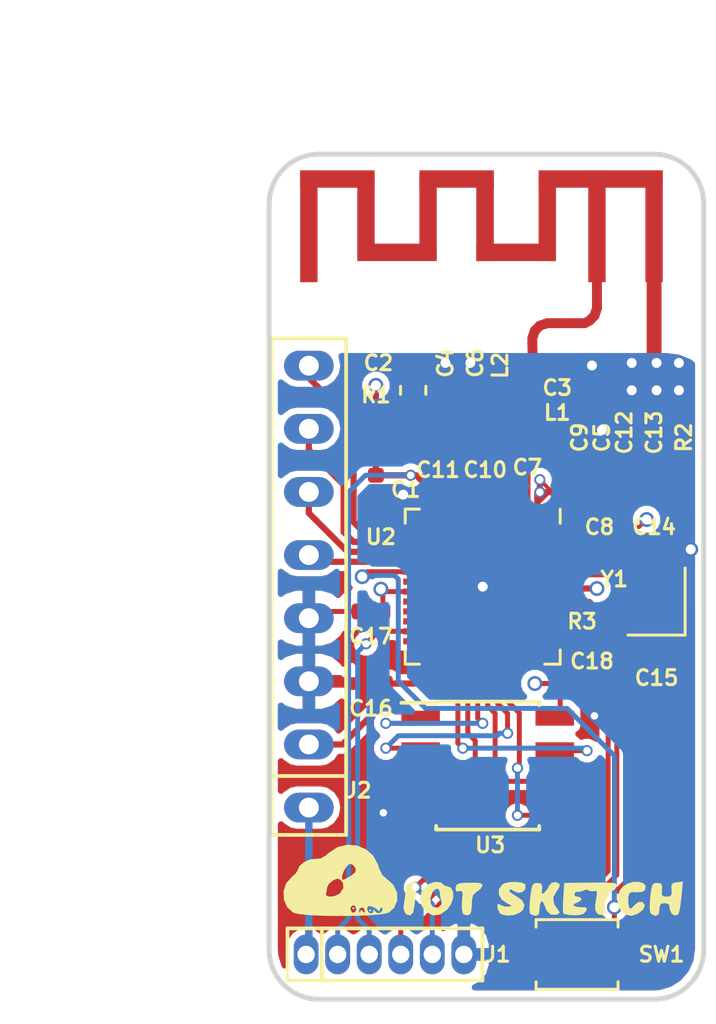
<source format=kicad_pcb>
(kicad_pcb (version 20171130) (host pcbnew "(5.0.0-rc2-199-gf785d2749)")

  (general
    (thickness 1.6)
    (drawings 18)
    (tracks 310)
    (zones 0)
    (modules 31)
    (nets 46)
  )

  (page A4)
  (layers
    (0 TOP signal)
    (1 GND signal)
    (2 POWER signal)
    (31 BOTTOM signal)
    (34 B.Paste user)
    (35 F.Paste user)
    (36 B.SilkS user)
    (37 F.SilkS user)
    (38 B.Mask user)
    (39 F.Mask user)
    (40 Dwgs.User user)
    (41 Cmts.User user)
    (44 Edge.Cuts user)
    (45 Margin user)
    (46 B.CrtYd user hide)
    (47 F.CrtYd user hide)
  )

  (setup
    (last_trace_width 0.15)
    (user_trace_width 0.15)
    (user_trace_width 0.2)
    (user_trace_width 0.25)
    (user_trace_width 0.3)
    (user_trace_width 0.4)
    (user_trace_width 0.6)
    (user_trace_width 0.8)
    (trace_clearance 0.15)
    (zone_clearance 0.25)
    (zone_45_only no)
    (trace_min 0.15)
    (segment_width 0.2)
    (edge_width 0.2)
    (via_size 0.45)
    (via_drill 0.3)
    (via_min_size 0.45)
    (via_min_drill 0.3)
    (user_via 0.45 0.3)
    (user_via 0.6 0.4)
    (uvia_size 0.3)
    (uvia_drill 0.1)
    (uvias_allowed no)
    (uvia_min_size 0.2)
    (uvia_min_drill 0.1)
    (pcb_text_width 0.3)
    (pcb_text_size 1.5 1.5)
    (mod_edge_width 0.15)
    (mod_text_size 0.6 0.6)
    (mod_text_width 0.125)
    (pad_size 1.524 1.524)
    (pad_drill 0.762)
    (pad_to_mask_clearance 0.05)
    (solder_mask_min_width 0.1)
    (aux_axis_origin 0 0)
    (grid_origin 124 132)
    (visible_elements 7FFFF7FF)
    (pcbplotparams
      (layerselection 0x010fc_ffffffff)
      (usegerberextensions false)
      (usegerberattributes false)
      (usegerberadvancedattributes false)
      (creategerberjobfile false)
      (excludeedgelayer true)
      (linewidth 0.200000)
      (plotframeref false)
      (viasonmask false)
      (mode 1)
      (useauxorigin false)
      (hpglpennumber 1)
      (hpglpenspeed 20)
      (hpglpendiameter 15.000000)
      (psnegative false)
      (psa4output false)
      (plotreference true)
      (plotvalue true)
      (plotinvisibletext false)
      (padsonsilk false)
      (subtractmaskfromsilk false)
      (outputformat 1)
      (mirror false)
      (drillshape 1)
      (scaleselection 1)
      (outputdirectory ""))
  )

  (net 0 "")
  (net 1 GND)
  (net 2 /CHIP_PU)
  (net 3 +3V3)
  (net 4 /Ant)
  (net 5 "Net-(C7-Pad1)")
  (net 6 /SENSOR_VP)
  (net 7 "Net-(C10-Pad2)")
  (net 8 /SENSOR_VN)
  (net 9 "Net-(C11-Pad1)")
  (net 10 "Net-(C12-Pad1)")
  (net 11 "Net-(C13-Pad1)")
  (net 12 "Net-(C14-Pad1)")
  (net 13 "Net-(C15-Pad1)")
  (net 14 /GPIO0)
  (net 15 /U0TXD)
  (net 16 /U0RXD)
  (net 17 /RELAY)
  (net 18 /R)
  (net 19 /G)
  (net 20 /B)
  (net 21 "Net-(L2-Pad2)")
  (net 22 "Net-(R3-Pad2)")
  (net 23 /GPIO14)
  (net 24 /GPIO21)
  (net 25 /GPIO22)
  (net 26 /GPIO19)
  (net 27 /GPIO23)
  (net 28 /GPIO18)
  (net 29 /GPIO5)
  (net 30 /SDI|SD1)
  (net 31 /SDO|SD0)
  (net 32 /SCK|CLK)
  (net 33 /SCS|CMD)
  (net 34 /SWP|SD3)
  (net 35 /SHD|SD2)
  (net 36 /GPIO17)
  (net 37 /GPIO16)
  (net 38 /GPIO4)
  (net 39 /GPIO2)
  (net 40 /GPIO15)
  (net 41 /GPIO13)
  (net 42 /GPIO12)
  (net 43 /GPIO32)
  (net 44 /GPIO35)
  (net 45 /GPIO34)

  (net_class Default "This is the default net class."
    (clearance 0.15)
    (trace_width 0.15)
    (via_dia 0.45)
    (via_drill 0.3)
    (uvia_dia 0.3)
    (uvia_drill 0.1)
    (add_net +3V3)
    (add_net /Ant)
    (add_net /B)
    (add_net /CHIP_PU)
    (add_net /G)
    (add_net /GPIO0)
    (add_net /GPIO12)
    (add_net /GPIO13)
    (add_net /GPIO14)
    (add_net /GPIO15)
    (add_net /GPIO16)
    (add_net /GPIO17)
    (add_net /GPIO18)
    (add_net /GPIO19)
    (add_net /GPIO2)
    (add_net /GPIO21)
    (add_net /GPIO22)
    (add_net /GPIO23)
    (add_net /GPIO32)
    (add_net /GPIO34)
    (add_net /GPIO35)
    (add_net /GPIO4)
    (add_net /GPIO5)
    (add_net /R)
    (add_net /RELAY)
    (add_net /SCK|CLK)
    (add_net /SCS|CMD)
    (add_net /SDI|SD1)
    (add_net /SDO|SD0)
    (add_net /SENSOR_VN)
    (add_net /SENSOR_VP)
    (add_net /SHD|SD2)
    (add_net /SWP|SD3)
    (add_net /U0RXD)
    (add_net /U0TXD)
    (add_net GND)
    (add_net "Net-(C10-Pad2)")
    (add_net "Net-(C11-Pad1)")
    (add_net "Net-(C12-Pad1)")
    (add_net "Net-(C13-Pad1)")
    (add_net "Net-(C14-Pad1)")
    (add_net "Net-(C15-Pad1)")
    (add_net "Net-(C7-Pad1)")
    (add_net "Net-(L2-Pad2)")
    (add_net "Net-(R3-Pad2)")
  )

  (module IOT_Design:6Pin_1.27mm_conn (layer TOP) (tedit 5B324DB3) (tstamp 5B35081F)
    (at 128.665 130.2)
    (path /5BA1D92F)
    (fp_text reference J1 (at 4.535 0) (layer F.SilkS)
      (effects (font (size 0.6 0.6) (thickness 0.125)))
    )
    (fp_text value DEBUG (at 0 -2.05) (layer F.Fab)
      (effects (font (size 0.6 0.6) (thickness 0.125)))
    )
    (fp_line (start -3.925 -1.05) (end 3.925 -1.05) (layer F.SilkS) (width 0.15))
    (fp_line (start 3.925 -1.05) (end 3.925 1.05) (layer F.SilkS) (width 0.15))
    (fp_line (start 3.925 1.05) (end -3.925 1.05) (layer F.SilkS) (width 0.15))
    (fp_line (start -3.925 1.05) (end -3.925 -1.05) (layer F.SilkS) (width 0.15))
    (fp_line (start -2.54 -1.05) (end -2.54 1.05) (layer F.SilkS) (width 0.15))
    (fp_line (start -4.1 -1.2) (end 4.1 -1.2) (layer F.CrtYd) (width 0.05))
    (fp_line (start 4.1 -1.2) (end 4.1 1.2) (layer F.CrtYd) (width 0.05))
    (fp_line (start 4.1 1.2) (end -4.1 1.2) (layer F.CrtYd) (width 0.05))
    (fp_line (start -4.1 1.2) (end -4.1 -1.2) (layer F.CrtYd) (width 0.05))
    (pad 1 thru_hole oval (at -3.175 0) (size 1 1.6) (drill 0.7) (layers *.Cu *.Mask)
      (net 3 +3V3))
    (pad 2 thru_hole oval (at -1.905 0) (size 1 1.6) (drill 0.7) (layers *.Cu *.Mask)
      (net 2 /CHIP_PU))
    (pad 3 thru_hole oval (at -0.635 0) (size 1 1.6) (drill 0.7) (layers *.Cu *.Mask)
      (net 14 /GPIO0))
    (pad 4 thru_hole oval (at 0.635 0) (size 1 1.6) (drill 0.7) (layers *.Cu *.Mask)
      (net 15 /U0TXD))
    (pad 5 thru_hole oval (at 1.905 0) (size 1 1.6) (drill 0.7) (layers *.Cu *.Mask)
      (net 16 /U0RXD))
    (pad 6 thru_hole oval (at 3.175 0) (size 1 1.6) (drill 0.7) (layers *.Cu *.Mask)
      (net 1 GND))
  )

  (module IOT_Design:8Pin_Conn (layer TOP) (tedit 5B347107) (tstamp 5B34C88B)
    (at 125.6 115.4 90)
    (path /5B368F66)
    (fp_text reference J2 (at -8.2 2 180) (layer F.SilkS)
      (effects (font (size 0.6 0.6) (thickness 0.125)))
    )
    (fp_text value Conn_01x08_Male (at 0 -2.5 90) (layer F.Fab)
      (effects (font (size 0.6 0.6) (thickness 0.125)))
    )
    (fp_line (start -9.99 -1.5) (end 9.99 -1.5) (layer F.SilkS) (width 0.15))
    (fp_line (start 9.99 -1.5) (end 9.99 1.5) (layer F.SilkS) (width 0.15))
    (fp_line (start 9.99 1.5) (end -9.99 1.5) (layer F.SilkS) (width 0.15))
    (fp_line (start -9.99 1.5) (end -9.99 -1.5) (layer F.SilkS) (width 0.15))
    (fp_line (start -7.62 -1.5) (end -7.62 1.5) (layer F.SilkS) (width 0.15))
    (fp_line (start -10.15 -1.65) (end 10.15 -1.65) (layer F.CrtYd) (width 0.05))
    (fp_line (start 10.15 -1.65) (end 10.15 1.65) (layer F.CrtYd) (width 0.05))
    (fp_line (start 10.15 1.65) (end -10.15 1.65) (layer F.CrtYd) (width 0.05))
    (fp_line (start -10.15 1.65) (end -10.15 -1.65) (layer F.CrtYd) (width 0.05))
    (pad 1 thru_hole oval (at -8.89 0 90) (size 1.2 2) (drill 0.8) (layers *.Cu *.Mask)
      (net 3 +3V3))
    (pad 2 thru_hole oval (at -6.35 0 90) (size 1.2 2) (drill 0.8) (layers *.Cu *.Mask)
      (net 3 +3V3))
    (pad 3 thru_hole oval (at -3.81 0 90) (size 1.2 2) (drill 0.8) (layers *.Cu *.Mask)
      (net 1 GND))
    (pad 4 thru_hole oval (at -1.27 0 90) (size 1.2 2) (drill 0.8) (layers *.Cu *.Mask)
      (net 1 GND))
    (pad 5 thru_hole oval (at 1.27 0 90) (size 1.2 2) (drill 0.8) (layers *.Cu *.Mask)
      (net 17 /RELAY))
    (pad 6 thru_hole oval (at 3.81 0 90) (size 1.2 2) (drill 0.8) (layers *.Cu *.Mask)
      (net 18 /R))
    (pad 7 thru_hole oval (at 6.35 0 90) (size 1.2 2) (drill 0.8) (layers *.Cu *.Mask)
      (net 19 /G))
    (pad 8 thru_hole oval (at 8.89 0 90) (size 1.2 2) (drill 0.8) (layers *.Cu *.Mask)
      (net 20 /B))
    (model D:/PCB/Kicad/3D/kicad-packages3D-master/IOTDesign.3dshapes/8Pinbergconn.stp
      (offset (xyz -10 0.75 -5))
      (scale (xyz 1 1 1))
      (rotate (xyz -90 0 0))
    )
  )

  (module IOT_Design:PCB_Antenna_2_4_GHz_ESP32 (layer TOP) (tedit 5B370B3B) (tstamp 5B3508A5)
    (at 132.5 99 90)
    (path /5B78C2E1)
    (fp_text reference U1 (at -1.92 8.3 180) (layer F.SilkS) hide
      (effects (font (size 0.6 0.6) (thickness 0.125)))
    )
    (fp_text value Antenna (at 0 -8.39 90) (layer F.Fab)
      (effects (font (size 0.6 0.6) (thickness 0.125)))
    )
    (pad 1 smd rect (at 0 4.85 90) (size 0.7 5) (layers TOP F.Paste)
      (net 4 /Ant))
    (pad 1 smd rect (at 0 -0.95 90) (size 0.7 3) (layers TOP F.Paste)
      (net 4 /Ant))
    (pad 1 smd rect (at -1.62 -2.1 90) (size 3.3 0.7) (layers TOP F.Paste)
      (net 4 /Ant))
    (pad 1 smd rect (at -2.95 -3.35 90) (size 0.7 3.2) (layers TOP F.Paste)
      (net 4 /Ant))
    (pad 1 smd rect (at -1.62 -4.6 90) (size 3.3 0.7) (layers TOP F.Paste)
      (net 4 /Ant))
    (pad 1 smd rect (at -1.9 -6.9 90) (size 4.5 0.7) (layers TOP F.Paste)
      (net 4 /Ant))
    (pad 1 smd rect (at -1.65 0.195 90) (size 3.3 0.705) (layers TOP F.Paste)
      (net 4 /Ant))
    (pad 2 smd rect (at -1.9 7 90) (size 4.5 0.7) (layers TOP F.Paste)
      (net 1 GND))
    (pad 1 smd rect (at -1.9 4.7 90) (size 4.5 0.7) (layers TOP F.Paste)
      (net 4 /Ant))
    (pad 1 smd rect (at -1.65 2.7 90) (size 3.3 0.7) (layers TOP F.Paste)
      (net 4 /Ant))
    (pad 1 smd rect (at -2.95 1.44 90) (size 0.7 3.2) (layers TOP F.Paste)
      (net 4 /Ant))
    (pad 1 smd rect (at 0 -5.75 90) (size 0.7 3) (layers TOP F.Paste)
      (net 4 /Ant))
  )

  (module Package_DFN_QFN:QFN-48-1EP_6x6mm_P0.4mm_EP4.66x4.66mm (layer TOP) (tedit 5A65C3B5) (tstamp 5B34CB7B)
    (at 132.6 115.4 270)
    (descr "48-Lead Plastic QFN, 6x6mm, 0.4mm pitch (see https://www.onsemi.com/pub/Collateral/485BA.PDF)")
    (tags "QFN 0.4")
    (path /5B43C639)
    (attr smd)
    (fp_text reference U2 (at -2 4.1) (layer F.SilkS)
      (effects (font (size 0.6 0.6) (thickness 0.125)))
    )
    (fp_text value ESP32 (at 0 4 270) (layer F.Fab)
      (effects (font (size 0.6 0.6) (thickness 0.125)))
    )
    (fp_text user %R (at 0 0 270) (layer F.Fab)
      (effects (font (size 0.6 0.6) (thickness 0.125)))
    )
    (fp_line (start 3 -3) (end 3 3) (layer F.Fab) (width 0.1))
    (fp_line (start 3 3) (end -3 3) (layer F.Fab) (width 0.1))
    (fp_line (start -3 3) (end -3 -2.5) (layer F.Fab) (width 0.1))
    (fp_line (start -3.25 -3.25) (end -3.25 3.25) (layer F.CrtYd) (width 0.05))
    (fp_line (start -3.25 3.25) (end 3.25 3.25) (layer F.CrtYd) (width 0.05))
    (fp_line (start 3.25 3.25) (end 3.25 -3.25) (layer F.CrtYd) (width 0.05))
    (fp_line (start 3.25 -3.25) (end -3.25 -3.25) (layer F.CrtYd) (width 0.05))
    (fp_line (start 3 -3) (end -2.5 -3) (layer F.Fab) (width 0.1))
    (fp_line (start -2.5 -3) (end -3 -2.5) (layer F.Fab) (width 0.1))
    (fp_line (start -3.12 -3.12) (end -2.55 -3.12) (layer F.SilkS) (width 0.12))
    (fp_line (start 3.12 -2.5) (end 3.12 -3.12) (layer F.SilkS) (width 0.12))
    (fp_line (start 2.55 3.12) (end 3.12 3.12) (layer F.SilkS) (width 0.12))
    (fp_line (start 3.12 3.12) (end 3.12 2.55) (layer F.SilkS) (width 0.12))
    (fp_line (start -2.55 3.12) (end -3.12 3.12) (layer F.SilkS) (width 0.12))
    (fp_line (start -3.12 3.12) (end -3.12 2.55) (layer F.SilkS) (width 0.12))
    (fp_line (start 2.55 -3.12) (end 3.12 -3.12) (layer F.SilkS) (width 0.12))
    (pad 48 smd rect (at -2.2 -2.86 270) (size 0.25 0.68) (layers TOP F.Paste F.Mask)
      (net 10 "Net-(C12-Pad1)"))
    (pad 47 smd rect (at -1.8 -2.86 270) (size 0.25 0.68) (layers TOP F.Paste F.Mask)
      (net 11 "Net-(C13-Pad1)"))
    (pad 46 smd rect (at -1.4 -2.86 270) (size 0.25 0.68) (layers TOP F.Paste F.Mask)
      (net 3 +3V3))
    (pad 45 smd rect (at -1 -2.86 270) (size 0.25 0.68) (layers TOP F.Paste F.Mask)
      (net 12 "Net-(C14-Pad1)"))
    (pad 44 smd rect (at -0.6 -2.86 270) (size 0.25 0.68) (layers TOP F.Paste F.Mask)
      (net 13 "Net-(C15-Pad1)"))
    (pad 43 smd rect (at -0.2 -2.86 270) (size 0.25 0.68) (layers TOP F.Paste F.Mask)
      (net 3 +3V3))
    (pad 42 smd rect (at 0.2 -2.86 270) (size 0.25 0.68) (layers TOP F.Paste F.Mask)
      (net 24 /GPIO21))
    (pad 41 smd rect (at 0.6 -2.86 270) (size 0.25 0.68) (layers TOP F.Paste F.Mask)
      (net 22 "Net-(R3-Pad2)"))
    (pad 40 smd rect (at 1 -2.86 270) (size 0.25 0.68) (layers TOP F.Paste F.Mask)
      (net 16 /U0RXD))
    (pad 39 smd rect (at 1.4 -2.86 270) (size 0.25 0.68) (layers TOP F.Paste F.Mask)
      (net 25 /GPIO22))
    (pad 38 smd rect (at 1.8 -2.86 270) (size 0.25 0.68) (layers TOP F.Paste F.Mask)
      (net 26 /GPIO19))
    (pad 37 smd rect (at 2.2 -2.86 270) (size 0.25 0.68) (layers TOP F.Paste F.Mask)
      (net 3 +3V3))
    (pad 36 smd rect (at 2.86 -2.2 270) (size 0.68 0.25) (layers TOP F.Paste F.Mask)
      (net 27 /GPIO23))
    (pad 35 smd rect (at 2.86 -1.8 270) (size 0.68 0.25) (layers TOP F.Paste F.Mask)
      (net 28 /GPIO18))
    (pad 34 smd rect (at 2.86 -1.4 270) (size 0.68 0.25) (layers TOP F.Paste F.Mask)
      (net 29 /GPIO5))
    (pad 33 smd rect (at 2.86 -1 270) (size 0.68 0.25) (layers TOP F.Paste F.Mask)
      (net 30 /SDI|SD1))
    (pad 32 smd rect (at 2.86 -0.6 270) (size 0.68 0.25) (layers TOP F.Paste F.Mask)
      (net 31 /SDO|SD0))
    (pad 31 smd rect (at 2.86 -0.2 270) (size 0.68 0.25) (layers TOP F.Paste F.Mask)
      (net 32 /SCK|CLK))
    (pad 30 smd rect (at 2.86 0.2 270) (size 0.68 0.25) (layers TOP F.Paste F.Mask)
      (net 33 /SCS|CMD))
    (pad 29 smd rect (at 2.86 0.6 270) (size 0.68 0.25) (layers TOP F.Paste F.Mask)
      (net 34 /SWP|SD3))
    (pad 28 smd rect (at 2.86 1 270) (size 0.68 0.25) (layers TOP F.Paste F.Mask)
      (net 35 /SHD|SD2))
    (pad 27 smd rect (at 2.86 1.4 270) (size 0.68 0.25) (layers TOP F.Paste F.Mask)
      (net 36 /GPIO17))
    (pad 26 smd rect (at 2.86 1.8 270) (size 0.68 0.25) (layers TOP F.Paste F.Mask)
      (net 3 +3V3))
    (pad 25 smd rect (at 2.86 2.2 270) (size 0.68 0.25) (layers TOP F.Paste F.Mask)
      (net 37 /GPIO16))
    (pad 24 smd rect (at 2.2 2.86 270) (size 0.25 0.68) (layers TOP F.Paste F.Mask)
      (net 38 /GPIO4))
    (pad 23 smd rect (at 1.8 2.86 270) (size 0.25 0.68) (layers TOP F.Paste F.Mask)
      (net 14 /GPIO0))
    (pad 22 smd rect (at 1.4 2.86 270) (size 0.25 0.68) (layers TOP F.Paste F.Mask)
      (net 39 /GPIO2))
    (pad 21 smd rect (at 1 2.86 270) (size 0.25 0.68) (layers TOP F.Paste F.Mask)
      (net 40 /GPIO15))
    (pad 20 smd rect (at 0.6 2.86 270) (size 0.25 0.68) (layers TOP F.Paste F.Mask)
      (net 41 /GPIO13))
    (pad 19 smd rect (at 0.2 2.86 270) (size 0.25 0.68) (layers TOP F.Paste F.Mask)
      (net 3 +3V3))
    (pad 18 smd rect (at -0.2 2.86 270) (size 0.25 0.68) (layers TOP F.Paste F.Mask)
      (net 42 /GPIO12))
    (pad 17 smd rect (at -0.6 2.86 270) (size 0.25 0.68) (layers TOP F.Paste F.Mask)
      (net 23 /GPIO14))
    (pad 16 smd rect (at -1 2.86 270) (size 0.25 0.68) (layers TOP F.Paste F.Mask)
      (net 17 /RELAY))
    (pad 15 smd rect (at -1.4 2.86 270) (size 0.25 0.68) (layers TOP F.Paste F.Mask)
      (net 18 /R))
    (pad 14 smd rect (at -1.8 2.86 270) (size 0.25 0.68) (layers TOP F.Paste F.Mask)
      (net 19 /G))
    (pad 13 smd rect (at -2.2 2.86 270) (size 0.25 0.68) (layers TOP F.Paste F.Mask)
      (net 20 /B))
    (pad 12 smd rect (at -2.86 2.2 270) (size 0.68 0.25) (layers TOP F.Paste F.Mask)
      (net 43 /GPIO32))
    (pad 11 smd rect (at -2.86 1.8 270) (size 0.68 0.25) (layers TOP F.Paste F.Mask)
      (net 44 /GPIO35))
    (pad 10 smd rect (at -2.86 1.4 270) (size 0.68 0.25) (layers TOP F.Paste F.Mask)
      (net 45 /GPIO34))
    (pad 9 smd rect (at -2.86 1 270) (size 0.68 0.25) (layers TOP F.Paste F.Mask)
      (net 2 /CHIP_PU))
    (pad 8 smd rect (at -2.86 0.6 270) (size 0.68 0.25) (layers TOP F.Paste F.Mask)
      (net 8 /SENSOR_VN))
    (pad 7 smd rect (at -2.86 0.2 270) (size 0.68 0.25) (layers TOP F.Paste F.Mask)
      (net 9 "Net-(C11-Pad1)"))
    (pad 6 smd rect (at -2.86 -0.2 270) (size 0.68 0.25) (layers TOP F.Paste F.Mask)
      (net 7 "Net-(C10-Pad2)"))
    (pad 5 smd rect (at -2.86 -0.6 270) (size 0.68 0.25) (layers TOP F.Paste F.Mask)
      (net 6 /SENSOR_VP))
    (pad 4 smd rect (at -2.86 -1 270) (size 0.68 0.25) (layers TOP F.Paste F.Mask)
      (net 21 "Net-(L2-Pad2)"))
    (pad 3 smd rect (at -2.86 -1.4 270) (size 0.68 0.25) (layers TOP F.Paste F.Mask)
      (net 21 "Net-(L2-Pad2)"))
    (pad 2 smd rect (at -2.86 -1.8 270) (size 0.68 0.25) (layers TOP F.Paste F.Mask)
      (net 5 "Net-(C7-Pad1)"))
    (pad 1 smd rect (at -2.86 -2.2 270) (size 0.68 0.25) (layers TOP F.Paste F.Mask)
      (net 3 +3V3))
    (pad 49 smd rect (at 0 0 270) (size 4.66 4.66) (layers TOP F.Mask)
      (net 1 GND))
    (pad "" smd rect (at 1.725 1.725 270) (size 0.9 0.9) (layers F.Paste))
    (pad "" smd rect (at 1.725 0.575 270) (size 0.9 0.9) (layers F.Paste))
    (pad "" smd rect (at 1.725 -0.575 270) (size 0.9 0.9) (layers F.Paste))
    (pad "" smd rect (at 1.725 -1.725 270) (size 0.9 0.9) (layers F.Paste))
    (pad "" smd rect (at 0.575 1.725 270) (size 0.9 0.9) (layers F.Paste))
    (pad "" smd rect (at 0.575 0.575 270) (size 0.9 0.9) (layers F.Paste))
    (pad "" smd rect (at 0.575 -0.575 270) (size 0.9 0.9) (layers F.Paste))
    (pad "" smd rect (at 0.575 -1.725 270) (size 0.9 0.9) (layers F.Paste))
    (pad "" smd rect (at -0.575 1.725 270) (size 0.9 0.9) (layers F.Paste))
    (pad "" smd rect (at -0.575 0.575 270) (size 0.9 0.9) (layers F.Paste))
    (pad "" smd rect (at -0.575 -0.575 270) (size 0.9 0.9) (layers F.Paste))
    (pad "" smd rect (at -0.575 -1.725 270) (size 0.9 0.9) (layers F.Paste))
    (pad "" smd rect (at -1.725 1.725 270) (size 0.9 0.9) (layers F.Paste))
    (pad "" smd rect (at -1.725 0.575 270) (size 0.9 0.9) (layers F.Paste))
    (pad "" smd rect (at -1.725 -0.575 270) (size 0.9 0.9) (layers F.Paste))
    (pad "" smd rect (at -1.725 -1.725 270) (size 0.9 0.9) (layers F.Paste))
    (model ${KISYS3DMOD}/Package_DFN_QFN.3dshapes/QFN-48-1EP_6x6mm_P0.4mm_EP4.66x4.66mm.wrl
      (at (xyz 0 0 0))
      (scale (xyz 1 1 1))
      (rotate (xyz 0 0 0))
    )
    (model D:/PCB/Kicad/3D/kicad-packages3D-master/Package_DFN_QFN.3dshapes/UQFN-48-1EP_6x6mm_P0.4mm_EP4.45x4.45mm.step
      (at (xyz 0 0 0))
      (scale (xyz 1 1 1))
      (rotate (xyz 0 0 0))
    )
  )

  (module Package_SO:SOIC-8_3.9x4.9mm_P1.27mm (layer TOP) (tedit 5A02F2D3) (tstamp 5B350918)
    (at 132.8 122.6)
    (descr "8-Lead Plastic Small Outline (SN) - Narrow, 3.90 mm Body [SOIC] (see Microchip Packaging Specification 00000049BS.pdf)")
    (tags "SOIC 1.27")
    (path /5B43C6C2)
    (attr smd)
    (fp_text reference U3 (at 0.1 3.2) (layer F.SilkS)
      (effects (font (size 0.6 0.6) (thickness 0.125)))
    )
    (fp_text value Flash (at 0 3.5) (layer F.Fab)
      (effects (font (size 0.6 0.6) (thickness 0.125)))
    )
    (fp_text user %R (at 0 0) (layer F.Fab)
      (effects (font (size 0.6 0.6) (thickness 0.125)))
    )
    (fp_line (start -0.95 -2.45) (end 1.95 -2.45) (layer F.Fab) (width 0.1))
    (fp_line (start 1.95 -2.45) (end 1.95 2.45) (layer F.Fab) (width 0.1))
    (fp_line (start 1.95 2.45) (end -1.95 2.45) (layer F.Fab) (width 0.1))
    (fp_line (start -1.95 2.45) (end -1.95 -1.45) (layer F.Fab) (width 0.1))
    (fp_line (start -1.95 -1.45) (end -0.95 -2.45) (layer F.Fab) (width 0.1))
    (fp_line (start -3.73 -2.7) (end -3.73 2.7) (layer F.CrtYd) (width 0.05))
    (fp_line (start 3.73 -2.7) (end 3.73 2.7) (layer F.CrtYd) (width 0.05))
    (fp_line (start -3.73 -2.7) (end 3.73 -2.7) (layer F.CrtYd) (width 0.05))
    (fp_line (start -3.73 2.7) (end 3.73 2.7) (layer F.CrtYd) (width 0.05))
    (fp_line (start -2.075 -2.575) (end -2.075 -2.525) (layer F.SilkS) (width 0.15))
    (fp_line (start 2.075 -2.575) (end 2.075 -2.43) (layer F.SilkS) (width 0.15))
    (fp_line (start 2.075 2.575) (end 2.075 2.43) (layer F.SilkS) (width 0.15))
    (fp_line (start -2.075 2.575) (end -2.075 2.43) (layer F.SilkS) (width 0.15))
    (fp_line (start -2.075 -2.575) (end 2.075 -2.575) (layer F.SilkS) (width 0.15))
    (fp_line (start -2.075 2.575) (end 2.075 2.575) (layer F.SilkS) (width 0.15))
    (fp_line (start -2.075 -2.525) (end -3.475 -2.525) (layer F.SilkS) (width 0.15))
    (pad 1 smd rect (at -2.7 -1.905) (size 1.55 0.6) (layers TOP F.Paste F.Mask)
      (net 33 /SCS|CMD))
    (pad 2 smd rect (at -2.7 -0.635) (size 1.55 0.6) (layers TOP F.Paste F.Mask)
      (net 31 /SDO|SD0))
    (pad 3 smd rect (at -2.7 0.635) (size 1.55 0.6) (layers TOP F.Paste F.Mask)
      (net 34 /SWP|SD3))
    (pad 4 smd rect (at -2.7 1.905) (size 1.55 0.6) (layers TOP F.Paste F.Mask)
      (net 1 GND))
    (pad 5 smd rect (at 2.7 1.905) (size 1.55 0.6) (layers TOP F.Paste F.Mask)
      (net 30 /SDI|SD1))
    (pad 6 smd rect (at 2.7 0.635) (size 1.55 0.6) (layers TOP F.Paste F.Mask)
      (net 32 /SCK|CLK))
    (pad 7 smd rect (at 2.7 -0.635) (size 1.55 0.6) (layers TOP F.Paste F.Mask)
      (net 35 /SHD|SD2))
    (pad 8 smd rect (at 2.7 -1.905) (size 1.55 0.6) (layers TOP F.Paste F.Mask)
      (net 3 +3V3))
    (model D:/PCB/Kicad/3D/kicad-packages3D-master/Package_SO.3dshapes/SOIC-8_3.9x4.9mm_P1.27mm.step
      (at (xyz 0 0 0))
      (scale (xyz 1 1 1))
      (rotate (xyz 0 0 0))
    )
  )

  (module Capacitor_SMD:C_0402_1005Metric (layer TOP) (tedit 5B20DC38) (tstamp 5B3482DC)
    (at 128.3 111.4 270)
    (descr "Capacitor SMD 0402 (1005 Metric), square (rectangular) end terminal, IPC_7351 nominal, (Body size source: http://www.tortai-tech.com/upload/download/2011102023233369053.pdf), generated with kicad-footprint-generator")
    (tags capacitor)
    (path /5B688524)
    (attr smd)
    (fp_text reference C1 (at 0.1 -1.2) (layer F.SilkS)
      (effects (font (size 0.6 0.6) (thickness 0.125)))
    )
    (fp_text value 0.1uF (at 0 1.17 270) (layer F.Fab)
      (effects (font (size 0.6 0.6) (thickness 0.125)))
    )
    (fp_text user %R (at 0 0 270) (layer F.Fab)
      (effects (font (size 0.6 0.6) (thickness 0.125)))
    )
    (fp_line (start 0.93 0.47) (end -0.93 0.47) (layer F.CrtYd) (width 0.05))
    (fp_line (start 0.93 -0.47) (end 0.93 0.47) (layer F.CrtYd) (width 0.05))
    (fp_line (start -0.93 -0.47) (end 0.93 -0.47) (layer F.CrtYd) (width 0.05))
    (fp_line (start -0.93 0.47) (end -0.93 -0.47) (layer F.CrtYd) (width 0.05))
    (fp_line (start 0.5 0.25) (end -0.5 0.25) (layer F.Fab) (width 0.1))
    (fp_line (start 0.5 -0.25) (end 0.5 0.25) (layer F.Fab) (width 0.1))
    (fp_line (start -0.5 -0.25) (end 0.5 -0.25) (layer F.Fab) (width 0.1))
    (fp_line (start -0.5 0.25) (end -0.5 -0.25) (layer F.Fab) (width 0.1))
    (pad 2 smd roundrect (at 0.48 0 270) (size 0.6 0.64) (layers TOP F.Paste F.Mask) (roundrect_rratio 0.25)
      (net 1 GND))
    (pad 1 smd roundrect (at -0.48 0 270) (size 0.6 0.64) (layers TOP F.Paste F.Mask) (roundrect_rratio 0.25)
      (net 2 /CHIP_PU))
    (model D:/PCB/Kicad/3D/kicad-packages3D-master/Capacitor_SMD.3dshapes/C_0402_1005Metric.step
      (at (xyz 0 0 0))
      (scale (xyz 1 1 1))
      (rotate (xyz 0 0 0))
    )
  )

  (module Capacitor_SMD:C_0603_1608Metric (layer TOP) (tedit 5B20DC38) (tstamp 5B3482ED)
    (at 129.8 107.5 90)
    (descr "Capacitor SMD 0603 (1608 Metric), square (rectangular) end terminal, IPC_7351 nominal, (Body size source: http://www.tortai-tech.com/upload/download/2011102023233369053.pdf), generated with kicad-footprint-generator")
    (tags capacitor)
    (path /5B4C7F35)
    (attr smd)
    (fp_text reference C2 (at 1.1 -1.4 180) (layer F.SilkS)
      (effects (font (size 0.6 0.6) (thickness 0.125)))
    )
    (fp_text value 10uF (at 0 1.43 90) (layer F.Fab)
      (effects (font (size 0.6 0.6) (thickness 0.125)))
    )
    (fp_line (start -0.8 0.4) (end -0.8 -0.4) (layer F.Fab) (width 0.1))
    (fp_line (start -0.8 -0.4) (end 0.8 -0.4) (layer F.Fab) (width 0.1))
    (fp_line (start 0.8 -0.4) (end 0.8 0.4) (layer F.Fab) (width 0.1))
    (fp_line (start 0.8 0.4) (end -0.8 0.4) (layer F.Fab) (width 0.1))
    (fp_line (start -0.162779 -0.51) (end 0.162779 -0.51) (layer F.SilkS) (width 0.12))
    (fp_line (start -0.162779 0.51) (end 0.162779 0.51) (layer F.SilkS) (width 0.12))
    (fp_line (start -1.48 0.73) (end -1.48 -0.73) (layer F.CrtYd) (width 0.05))
    (fp_line (start -1.48 -0.73) (end 1.48 -0.73) (layer F.CrtYd) (width 0.05))
    (fp_line (start 1.48 -0.73) (end 1.48 0.73) (layer F.CrtYd) (width 0.05))
    (fp_line (start 1.48 0.73) (end -1.48 0.73) (layer F.CrtYd) (width 0.05))
    (fp_text user %R (at 0 0 90) (layer F.Fab)
      (effects (font (size 0.6 0.6) (thickness 0.125)))
    )
    (pad 1 smd roundrect (at -0.7875 0 90) (size 0.875 0.95) (layers TOP F.Paste F.Mask) (roundrect_rratio 0.25)
      (net 3 +3V3))
    (pad 2 smd roundrect (at 0.7875 0 90) (size 0.875 0.95) (layers TOP F.Paste F.Mask) (roundrect_rratio 0.25)
      (net 1 GND))
    (model D:/PCB/Kicad/3D/kicad-packages3D-master/Capacitor_SMD.3dshapes/C_0603_1608Metric.step
      (at (xyz 0 0 0))
      (scale (xyz 1 1 1))
      (rotate (xyz 0 0 0))
    )
  )

  (module Capacitor_SMD:C_0402_1005Metric (layer TOP) (tedit 5B20DC38) (tstamp 5B3482FC)
    (at 135.1 106.5)
    (descr "Capacitor SMD 0402 (1005 Metric), square (rectangular) end terminal, IPC_7351 nominal, (Body size source: http://www.tortai-tech.com/upload/download/2011102023233369053.pdf), generated with kicad-footprint-generator")
    (tags capacitor)
    (path /5B51F7D7)
    (attr smd)
    (fp_text reference C3 (at 0.5 0.9) (layer F.SilkS)
      (effects (font (size 0.6 0.6) (thickness 0.125)))
    )
    (fp_text value 2.0pF (at 0 1.17) (layer F.Fab)
      (effects (font (size 0.6 0.6) (thickness 0.125)))
    )
    (fp_text user %R (at 0 0) (layer F.Fab)
      (effects (font (size 0.6 0.6) (thickness 0.125)))
    )
    (fp_line (start 0.93 0.47) (end -0.93 0.47) (layer F.CrtYd) (width 0.05))
    (fp_line (start 0.93 -0.47) (end 0.93 0.47) (layer F.CrtYd) (width 0.05))
    (fp_line (start -0.93 -0.47) (end 0.93 -0.47) (layer F.CrtYd) (width 0.05))
    (fp_line (start -0.93 0.47) (end -0.93 -0.47) (layer F.CrtYd) (width 0.05))
    (fp_line (start 0.5 0.25) (end -0.5 0.25) (layer F.Fab) (width 0.1))
    (fp_line (start 0.5 -0.25) (end 0.5 0.25) (layer F.Fab) (width 0.1))
    (fp_line (start -0.5 -0.25) (end 0.5 -0.25) (layer F.Fab) (width 0.1))
    (fp_line (start -0.5 0.25) (end -0.5 -0.25) (layer F.Fab) (width 0.1))
    (pad 2 smd roundrect (at 0.48 0) (size 0.6 0.64) (layers TOP F.Paste F.Mask) (roundrect_rratio 0.25)
      (net 1 GND))
    (pad 1 smd roundrect (at -0.48 0) (size 0.6 0.64) (layers TOP F.Paste F.Mask) (roundrect_rratio 0.25)
      (net 4 /Ant))
    (model D:/PCB/Kicad/3D/kicad-packages3D-master/Capacitor_SMD.3dshapes/C_0402_1005Metric.step
      (at (xyz 0 0 0))
      (scale (xyz 1 1 1))
      (rotate (xyz 0 0 0))
    )
  )

  (module Capacitor_SMD:C_0402_1005Metric (layer TOP) (tedit 5B20DC38) (tstamp 5B34830B)
    (at 131.1 108 90)
    (descr "Capacitor SMD 0402 (1005 Metric), square (rectangular) end terminal, IPC_7351 nominal, (Body size source: http://www.tortai-tech.com/upload/download/2011102023233369053.pdf), generated with kicad-footprint-generator")
    (tags capacitor)
    (path /5B4C7EAD)
    (attr smd)
    (fp_text reference C4 (at 1.6 0 90) (layer F.SilkS)
      (effects (font (size 0.6 0.6) (thickness 0.125)))
    )
    (fp_text value 1uF (at 0 1.17 90) (layer F.Fab)
      (effects (font (size 0.6 0.6) (thickness 0.125)))
    )
    (fp_text user %R (at 0 0 90) (layer F.Fab)
      (effects (font (size 0.6 0.6) (thickness 0.125)))
    )
    (fp_line (start 0.93 0.47) (end -0.93 0.47) (layer F.CrtYd) (width 0.05))
    (fp_line (start 0.93 -0.47) (end 0.93 0.47) (layer F.CrtYd) (width 0.05))
    (fp_line (start -0.93 -0.47) (end 0.93 -0.47) (layer F.CrtYd) (width 0.05))
    (fp_line (start -0.93 0.47) (end -0.93 -0.47) (layer F.CrtYd) (width 0.05))
    (fp_line (start 0.5 0.25) (end -0.5 0.25) (layer F.Fab) (width 0.1))
    (fp_line (start 0.5 -0.25) (end 0.5 0.25) (layer F.Fab) (width 0.1))
    (fp_line (start -0.5 -0.25) (end 0.5 -0.25) (layer F.Fab) (width 0.1))
    (fp_line (start -0.5 0.25) (end -0.5 -0.25) (layer F.Fab) (width 0.1))
    (pad 2 smd roundrect (at 0.48 0 90) (size 0.6 0.64) (layers TOP F.Paste F.Mask) (roundrect_rratio 0.25)
      (net 1 GND))
    (pad 1 smd roundrect (at -0.48 0 90) (size 0.6 0.64) (layers TOP F.Paste F.Mask) (roundrect_rratio 0.25)
      (net 3 +3V3))
    (model D:/PCB/Kicad/3D/kicad-packages3D-master/Capacitor_SMD.3dshapes/C_0402_1005Metric.step
      (at (xyz 0 0 0))
      (scale (xyz 1 1 1))
      (rotate (xyz 0 0 0))
    )
  )

  (module Capacitor_SMD:C_0402_1005Metric (layer TOP) (tedit 5B20DC38) (tstamp 5B34831A)
    (at 136.8 111.1 90)
    (descr "Capacitor SMD 0402 (1005 Metric), square (rectangular) end terminal, IPC_7351 nominal, (Body size source: http://www.tortai-tech.com/upload/download/2011102023233369053.pdf), generated with kicad-footprint-generator")
    (tags capacitor)
    (path /5B4945E0)
    (attr smd)
    (fp_text reference C5 (at 1.7 0.6 90) (layer F.SilkS)
      (effects (font (size 0.6 0.6) (thickness 0.125)))
    )
    (fp_text value 100pF (at 0 1.17 90) (layer F.Fab)
      (effects (font (size 0.6 0.6) (thickness 0.125)))
    )
    (fp_line (start -0.5 0.25) (end -0.5 -0.25) (layer F.Fab) (width 0.1))
    (fp_line (start -0.5 -0.25) (end 0.5 -0.25) (layer F.Fab) (width 0.1))
    (fp_line (start 0.5 -0.25) (end 0.5 0.25) (layer F.Fab) (width 0.1))
    (fp_line (start 0.5 0.25) (end -0.5 0.25) (layer F.Fab) (width 0.1))
    (fp_line (start -0.93 0.47) (end -0.93 -0.47) (layer F.CrtYd) (width 0.05))
    (fp_line (start -0.93 -0.47) (end 0.93 -0.47) (layer F.CrtYd) (width 0.05))
    (fp_line (start 0.93 -0.47) (end 0.93 0.47) (layer F.CrtYd) (width 0.05))
    (fp_line (start 0.93 0.47) (end -0.93 0.47) (layer F.CrtYd) (width 0.05))
    (fp_text user %R (at 0 0 90) (layer F.Fab)
      (effects (font (size 0.6 0.6) (thickness 0.125)))
    )
    (pad 1 smd roundrect (at -0.48 0 90) (size 0.6 0.64) (layers TOP F.Paste F.Mask) (roundrect_rratio 0.25)
      (net 3 +3V3))
    (pad 2 smd roundrect (at 0.48 0 90) (size 0.6 0.64) (layers TOP F.Paste F.Mask) (roundrect_rratio 0.25)
      (net 1 GND))
    (model D:/PCB/Kicad/3D/kicad-packages3D-master/Capacitor_SMD.3dshapes/C_0402_1005Metric.step
      (at (xyz 0 0 0))
      (scale (xyz 1 1 1))
      (rotate (xyz 0 0 0))
    )
  )

  (module Capacitor_SMD:C_0402_1005Metric (layer TOP) (tedit 5B20DC38) (tstamp 5B348329)
    (at 132.2 108 90)
    (descr "Capacitor SMD 0402 (1005 Metric), square (rectangular) end terminal, IPC_7351 nominal, (Body size source: http://www.tortai-tech.com/upload/download/2011102023233369053.pdf), generated with kicad-footprint-generator")
    (tags capacitor)
    (path /5B4C7E1B)
    (attr smd)
    (fp_text reference C6 (at 1.6 0.1 90) (layer F.SilkS)
      (effects (font (size 0.6 0.6) (thickness 0.125)))
    )
    (fp_text value 0.1uF (at 0 1.17 90) (layer F.Fab)
      (effects (font (size 0.6 0.6) (thickness 0.125)))
    )
    (fp_line (start -0.5 0.25) (end -0.5 -0.25) (layer F.Fab) (width 0.1))
    (fp_line (start -0.5 -0.25) (end 0.5 -0.25) (layer F.Fab) (width 0.1))
    (fp_line (start 0.5 -0.25) (end 0.5 0.25) (layer F.Fab) (width 0.1))
    (fp_line (start 0.5 0.25) (end -0.5 0.25) (layer F.Fab) (width 0.1))
    (fp_line (start -0.93 0.47) (end -0.93 -0.47) (layer F.CrtYd) (width 0.05))
    (fp_line (start -0.93 -0.47) (end 0.93 -0.47) (layer F.CrtYd) (width 0.05))
    (fp_line (start 0.93 -0.47) (end 0.93 0.47) (layer F.CrtYd) (width 0.05))
    (fp_line (start 0.93 0.47) (end -0.93 0.47) (layer F.CrtYd) (width 0.05))
    (fp_text user %R (at 0 0 90) (layer F.Fab)
      (effects (font (size 0.6 0.6) (thickness 0.125)))
    )
    (pad 1 smd roundrect (at -0.48 0 90) (size 0.6 0.64) (layers TOP F.Paste F.Mask) (roundrect_rratio 0.25)
      (net 3 +3V3))
    (pad 2 smd roundrect (at 0.48 0 90) (size 0.6 0.64) (layers TOP F.Paste F.Mask) (roundrect_rratio 0.25)
      (net 1 GND))
    (model D:/PCB/Kicad/3D/kicad-packages3D-master/Capacitor_SMD.3dshapes/C_0402_1005Metric.step
      (at (xyz 0 0 0))
      (scale (xyz 1 1 1))
      (rotate (xyz 0 0 0))
    )
  )

  (module Capacitor_SMD:C_0402_1005Metric (layer TOP) (tedit 5B20DC38) (tstamp 5B348338)
    (at 135.1 109.6)
    (descr "Capacitor SMD 0402 (1005 Metric), square (rectangular) end terminal, IPC_7351 nominal, (Body size source: http://www.tortai-tech.com/upload/download/2011102023233369053.pdf), generated with kicad-footprint-generator")
    (tags capacitor)
    (path /5B51F789)
    (attr smd)
    (fp_text reference C7 (at -0.7 1) (layer F.SilkS)
      (effects (font (size 0.6 0.6) (thickness 0.125)))
    )
    (fp_text value 2.7pF (at 0 1.17) (layer F.Fab)
      (effects (font (size 0.6 0.6) (thickness 0.125)))
    )
    (fp_line (start -0.5 0.25) (end -0.5 -0.25) (layer F.Fab) (width 0.1))
    (fp_line (start -0.5 -0.25) (end 0.5 -0.25) (layer F.Fab) (width 0.1))
    (fp_line (start 0.5 -0.25) (end 0.5 0.25) (layer F.Fab) (width 0.1))
    (fp_line (start 0.5 0.25) (end -0.5 0.25) (layer F.Fab) (width 0.1))
    (fp_line (start -0.93 0.47) (end -0.93 -0.47) (layer F.CrtYd) (width 0.05))
    (fp_line (start -0.93 -0.47) (end 0.93 -0.47) (layer F.CrtYd) (width 0.05))
    (fp_line (start 0.93 -0.47) (end 0.93 0.47) (layer F.CrtYd) (width 0.05))
    (fp_line (start 0.93 0.47) (end -0.93 0.47) (layer F.CrtYd) (width 0.05))
    (fp_text user %R (at 0 0) (layer F.Fab)
      (effects (font (size 0.6 0.6) (thickness 0.125)))
    )
    (pad 1 smd roundrect (at -0.48 0) (size 0.6 0.64) (layers TOP F.Paste F.Mask) (roundrect_rratio 0.25)
      (net 5 "Net-(C7-Pad1)"))
    (pad 2 smd roundrect (at 0.48 0) (size 0.6 0.64) (layers TOP F.Paste F.Mask) (roundrect_rratio 0.25)
      (net 1 GND))
    (model D:/PCB/Kicad/3D/kicad-packages3D-master/Capacitor_SMD.3dshapes/C_0402_1005Metric.step
      (at (xyz 0 0 0))
      (scale (xyz 1 1 1))
      (rotate (xyz 0 0 0))
    )
  )

  (module Capacitor_SMD:C_0402_1005Metric (layer TOP) (tedit 5B20DC38) (tstamp 5B348347)
    (at 137.3 113.9)
    (descr "Capacitor SMD 0402 (1005 Metric), square (rectangular) end terminal, IPC_7351 nominal, (Body size source: http://www.tortai-tech.com/upload/download/2011102023233369053.pdf), generated with kicad-footprint-generator")
    (tags capacitor)
    (path /5B494484)
    (attr smd)
    (fp_text reference C8 (at 0 -0.9) (layer F.SilkS)
      (effects (font (size 0.6 0.6) (thickness 0.125)))
    )
    (fp_text value 1uF (at 0 1.17) (layer F.Fab)
      (effects (font (size 0.6 0.6) (thickness 0.125)))
    )
    (fp_text user %R (at 0 0) (layer F.Fab)
      (effects (font (size 0.6 0.6) (thickness 0.125)))
    )
    (fp_line (start 0.93 0.47) (end -0.93 0.47) (layer F.CrtYd) (width 0.05))
    (fp_line (start 0.93 -0.47) (end 0.93 0.47) (layer F.CrtYd) (width 0.05))
    (fp_line (start -0.93 -0.47) (end 0.93 -0.47) (layer F.CrtYd) (width 0.05))
    (fp_line (start -0.93 0.47) (end -0.93 -0.47) (layer F.CrtYd) (width 0.05))
    (fp_line (start 0.5 0.25) (end -0.5 0.25) (layer F.Fab) (width 0.1))
    (fp_line (start 0.5 -0.25) (end 0.5 0.25) (layer F.Fab) (width 0.1))
    (fp_line (start -0.5 -0.25) (end 0.5 -0.25) (layer F.Fab) (width 0.1))
    (fp_line (start -0.5 0.25) (end -0.5 -0.25) (layer F.Fab) (width 0.1))
    (pad 2 smd roundrect (at 0.48 0) (size 0.6 0.64) (layers TOP F.Paste F.Mask) (roundrect_rratio 0.25)
      (net 1 GND))
    (pad 1 smd roundrect (at -0.48 0) (size 0.6 0.64) (layers TOP F.Paste F.Mask) (roundrect_rratio 0.25)
      (net 3 +3V3))
    (model D:/PCB/Kicad/3D/kicad-packages3D-master/Capacitor_SMD.3dshapes/C_0402_1005Metric.step
      (at (xyz 0 0 0))
      (scale (xyz 1 1 1))
      (rotate (xyz 0 0 0))
    )
  )

  (module Capacitor_SMD:C_0402_1005Metric (layer TOP) (tedit 5B20DC38) (tstamp 5B348356)
    (at 135.7 111.1 90)
    (descr "Capacitor SMD 0402 (1005 Metric), square (rectangular) end terminal, IPC_7351 nominal, (Body size source: http://www.tortai-tech.com/upload/download/2011102023233369053.pdf), generated with kicad-footprint-generator")
    (tags capacitor)
    (path /5B4BB1FE)
    (attr smd)
    (fp_text reference C9 (at 1.7 0.8 90) (layer F.SilkS)
      (effects (font (size 0.6 0.6) (thickness 0.125)))
    )
    (fp_text value 0.1uF (at 0 1.17 90) (layer F.Fab)
      (effects (font (size 0.6 0.6) (thickness 0.125)))
    )
    (fp_text user %R (at 0 0 90) (layer F.Fab)
      (effects (font (size 0.6 0.6) (thickness 0.125)))
    )
    (fp_line (start 0.93 0.47) (end -0.93 0.47) (layer F.CrtYd) (width 0.05))
    (fp_line (start 0.93 -0.47) (end 0.93 0.47) (layer F.CrtYd) (width 0.05))
    (fp_line (start -0.93 -0.47) (end 0.93 -0.47) (layer F.CrtYd) (width 0.05))
    (fp_line (start -0.93 0.47) (end -0.93 -0.47) (layer F.CrtYd) (width 0.05))
    (fp_line (start 0.5 0.25) (end -0.5 0.25) (layer F.Fab) (width 0.1))
    (fp_line (start 0.5 -0.25) (end 0.5 0.25) (layer F.Fab) (width 0.1))
    (fp_line (start -0.5 -0.25) (end 0.5 -0.25) (layer F.Fab) (width 0.1))
    (fp_line (start -0.5 0.25) (end -0.5 -0.25) (layer F.Fab) (width 0.1))
    (pad 2 smd roundrect (at 0.48 0 90) (size 0.6 0.64) (layers TOP F.Paste F.Mask) (roundrect_rratio 0.25)
      (net 1 GND))
    (pad 1 smd roundrect (at -0.48 0 90) (size 0.6 0.64) (layers TOP F.Paste F.Mask) (roundrect_rratio 0.25)
      (net 3 +3V3))
    (model D:/PCB/Kicad/3D/kicad-packages3D-master/Capacitor_SMD.3dshapes/C_0402_1005Metric.step
      (at (xyz 0 0 0))
      (scale (xyz 1 1 1))
      (rotate (xyz 0 0 0))
    )
  )

  (module Capacitor_SMD:C_0402_1005Metric (layer TOP) (tedit 5B20DC38) (tstamp 5B348365)
    (at 132.3 109.7 180)
    (descr "Capacitor SMD 0402 (1005 Metric), square (rectangular) end terminal, IPC_7351 nominal, (Body size source: http://www.tortai-tech.com/upload/download/2011102023233369053.pdf), generated with kicad-footprint-generator")
    (tags capacitor)
    (path /5B53D1D5)
    (attr smd)
    (fp_text reference C10 (at -0.4 -1 180) (layer F.SilkS)
      (effects (font (size 0.6 0.6) (thickness 0.125)))
    )
    (fp_text value 270pF (at 0 1.17 180) (layer F.Fab)
      (effects (font (size 0.6 0.6) (thickness 0.125)))
    )
    (fp_line (start -0.5 0.25) (end -0.5 -0.25) (layer F.Fab) (width 0.1))
    (fp_line (start -0.5 -0.25) (end 0.5 -0.25) (layer F.Fab) (width 0.1))
    (fp_line (start 0.5 -0.25) (end 0.5 0.25) (layer F.Fab) (width 0.1))
    (fp_line (start 0.5 0.25) (end -0.5 0.25) (layer F.Fab) (width 0.1))
    (fp_line (start -0.93 0.47) (end -0.93 -0.47) (layer F.CrtYd) (width 0.05))
    (fp_line (start -0.93 -0.47) (end 0.93 -0.47) (layer F.CrtYd) (width 0.05))
    (fp_line (start 0.93 -0.47) (end 0.93 0.47) (layer F.CrtYd) (width 0.05))
    (fp_line (start 0.93 0.47) (end -0.93 0.47) (layer F.CrtYd) (width 0.05))
    (fp_text user %R (at 0 0 180) (layer F.Fab)
      (effects (font (size 0.6 0.6) (thickness 0.125)))
    )
    (pad 1 smd roundrect (at -0.48 0 180) (size 0.6 0.64) (layers TOP F.Paste F.Mask) (roundrect_rratio 0.25)
      (net 6 /SENSOR_VP))
    (pad 2 smd roundrect (at 0.48 0 180) (size 0.6 0.64) (layers TOP F.Paste F.Mask) (roundrect_rratio 0.25)
      (net 7 "Net-(C10-Pad2)"))
    (model D:/PCB/Kicad/3D/kicad-packages3D-master/Capacitor_SMD.3dshapes/C_0402_1005Metric.step
      (at (xyz 0 0 0))
      (scale (xyz 1 1 1))
      (rotate (xyz 0 0 0))
    )
  )

  (module Capacitor_SMD:C_0402_1005Metric (layer TOP) (tedit 5B20DC38) (tstamp 5B348374)
    (at 130.3 109.7 180)
    (descr "Capacitor SMD 0402 (1005 Metric), square (rectangular) end terminal, IPC_7351 nominal, (Body size source: http://www.tortai-tech.com/upload/download/2011102023233369053.pdf), generated with kicad-footprint-generator")
    (tags capacitor)
    (path /5B53D233)
    (attr smd)
    (fp_text reference C11 (at -0.5 -1 180) (layer F.SilkS)
      (effects (font (size 0.6 0.6) (thickness 0.125)))
    )
    (fp_text value 270pF (at 0 1.17 180) (layer F.Fab)
      (effects (font (size 0.6 0.6) (thickness 0.125)))
    )
    (fp_text user %R (at 0 0 180) (layer F.Fab)
      (effects (font (size 0.6 0.6) (thickness 0.125)))
    )
    (fp_line (start 0.93 0.47) (end -0.93 0.47) (layer F.CrtYd) (width 0.05))
    (fp_line (start 0.93 -0.47) (end 0.93 0.47) (layer F.CrtYd) (width 0.05))
    (fp_line (start -0.93 -0.47) (end 0.93 -0.47) (layer F.CrtYd) (width 0.05))
    (fp_line (start -0.93 0.47) (end -0.93 -0.47) (layer F.CrtYd) (width 0.05))
    (fp_line (start 0.5 0.25) (end -0.5 0.25) (layer F.Fab) (width 0.1))
    (fp_line (start 0.5 -0.25) (end 0.5 0.25) (layer F.Fab) (width 0.1))
    (fp_line (start -0.5 -0.25) (end 0.5 -0.25) (layer F.Fab) (width 0.1))
    (fp_line (start -0.5 0.25) (end -0.5 -0.25) (layer F.Fab) (width 0.1))
    (pad 2 smd roundrect (at 0.48 0 180) (size 0.6 0.64) (layers TOP F.Paste F.Mask) (roundrect_rratio 0.25)
      (net 8 /SENSOR_VN))
    (pad 1 smd roundrect (at -0.48 0 180) (size 0.6 0.64) (layers TOP F.Paste F.Mask) (roundrect_rratio 0.25)
      (net 9 "Net-(C11-Pad1)"))
    (model D:/PCB/Kicad/3D/kicad-packages3D-master/Capacitor_SMD.3dshapes/C_0402_1005Metric.step
      (at (xyz 0 0 0))
      (scale (xyz 1 1 1))
      (rotate (xyz 0 0 0))
    )
  )

  (module Capacitor_SMD:C_0402_1005Metric (layer TOP) (tedit 5B20DC38) (tstamp 5B348383)
    (at 138 111.1 270)
    (descr "Capacitor SMD 0402 (1005 Metric), square (rectangular) end terminal, IPC_7351 nominal, (Body size source: http://www.tortai-tech.com/upload/download/2011102023233369053.pdf), generated with kicad-footprint-generator")
    (tags capacitor)
    (path /5B6EAF57)
    (attr smd)
    (fp_text reference C12 (at -1.9 -0.3 90) (layer F.SilkS)
      (effects (font (size 0.6 0.6) (thickness 0.125)))
    )
    (fp_text value 10nF (at 0 1.17 270) (layer F.Fab)
      (effects (font (size 0.6 0.6) (thickness 0.125)))
    )
    (fp_line (start -0.5 0.25) (end -0.5 -0.25) (layer F.Fab) (width 0.1))
    (fp_line (start -0.5 -0.25) (end 0.5 -0.25) (layer F.Fab) (width 0.1))
    (fp_line (start 0.5 -0.25) (end 0.5 0.25) (layer F.Fab) (width 0.1))
    (fp_line (start 0.5 0.25) (end -0.5 0.25) (layer F.Fab) (width 0.1))
    (fp_line (start -0.93 0.47) (end -0.93 -0.47) (layer F.CrtYd) (width 0.05))
    (fp_line (start -0.93 -0.47) (end 0.93 -0.47) (layer F.CrtYd) (width 0.05))
    (fp_line (start 0.93 -0.47) (end 0.93 0.47) (layer F.CrtYd) (width 0.05))
    (fp_line (start 0.93 0.47) (end -0.93 0.47) (layer F.CrtYd) (width 0.05))
    (fp_text user %R (at 0 0 270) (layer F.Fab)
      (effects (font (size 0.6 0.6) (thickness 0.125)))
    )
    (pad 1 smd roundrect (at -0.48 0 270) (size 0.6 0.64) (layers TOP F.Paste F.Mask) (roundrect_rratio 0.25)
      (net 10 "Net-(C12-Pad1)"))
    (pad 2 smd roundrect (at 0.48 0 270) (size 0.6 0.64) (layers TOP F.Paste F.Mask) (roundrect_rratio 0.25)
      (net 1 GND))
    (model D:/PCB/Kicad/3D/kicad-packages3D-master/Capacitor_SMD.3dshapes/C_0402_1005Metric.step
      (at (xyz 0 0 0))
      (scale (xyz 1 1 1))
      (rotate (xyz 0 0 0))
    )
  )

  (module Capacitor_SMD:C_0402_1005Metric (layer TOP) (tedit 5B20DC38) (tstamp 5B348392)
    (at 139.5 111.1 90)
    (descr "Capacitor SMD 0402 (1005 Metric), square (rectangular) end terminal, IPC_7351 nominal, (Body size source: http://www.tortai-tech.com/upload/download/2011102023233369053.pdf), generated with kicad-footprint-generator")
    (tags capacitor)
    (path /5B43DFB1)
    (attr smd)
    (fp_text reference C13 (at 1.9 0 270) (layer F.SilkS)
      (effects (font (size 0.6 0.6) (thickness 0.125)))
    )
    (fp_text value 3.3nF (at 0 1.17 90) (layer F.Fab)
      (effects (font (size 0.6 0.6) (thickness 0.125)))
    )
    (fp_line (start -0.5 0.25) (end -0.5 -0.25) (layer F.Fab) (width 0.1))
    (fp_line (start -0.5 -0.25) (end 0.5 -0.25) (layer F.Fab) (width 0.1))
    (fp_line (start 0.5 -0.25) (end 0.5 0.25) (layer F.Fab) (width 0.1))
    (fp_line (start 0.5 0.25) (end -0.5 0.25) (layer F.Fab) (width 0.1))
    (fp_line (start -0.93 0.47) (end -0.93 -0.47) (layer F.CrtYd) (width 0.05))
    (fp_line (start -0.93 -0.47) (end 0.93 -0.47) (layer F.CrtYd) (width 0.05))
    (fp_line (start 0.93 -0.47) (end 0.93 0.47) (layer F.CrtYd) (width 0.05))
    (fp_line (start 0.93 0.47) (end -0.93 0.47) (layer F.CrtYd) (width 0.05))
    (fp_text user %R (at 0 0 90) (layer F.Fab)
      (effects (font (size 0.6 0.6) (thickness 0.125)))
    )
    (pad 1 smd roundrect (at -0.48 0 90) (size 0.6 0.64) (layers TOP F.Paste F.Mask) (roundrect_rratio 0.25)
      (net 11 "Net-(C13-Pad1)"))
    (pad 2 smd roundrect (at 0.48 0 90) (size 0.6 0.64) (layers TOP F.Paste F.Mask) (roundrect_rratio 0.25)
      (net 10 "Net-(C12-Pad1)"))
    (model D:/PCB/Kicad/3D/kicad-packages3D-master/Capacitor_SMD.3dshapes/C_0402_1005Metric.step
      (at (xyz 0 0 0))
      (scale (xyz 1 1 1))
      (rotate (xyz 0 0 0))
    )
  )

  (module Capacitor_SMD:C_0402_1005Metric (layer TOP) (tedit 5B20DC38) (tstamp 5B34A2E2)
    (at 139.5 113.9)
    (descr "Capacitor SMD 0402 (1005 Metric), square (rectangular) end terminal, IPC_7351 nominal, (Body size source: http://www.tortai-tech.com/upload/download/2011102023233369053.pdf), generated with kicad-footprint-generator")
    (tags capacitor)
    (path /5B4423DE)
    (attr smd)
    (fp_text reference C14 (at 0 -0.9) (layer F.SilkS)
      (effects (font (size 0.6 0.6) (thickness 0.125)))
    )
    (fp_text value 22pF (at 0 1.17) (layer F.Fab)
      (effects (font (size 0.6 0.6) (thickness 0.125)))
    )
    (fp_text user %R (at 0 0) (layer F.Fab)
      (effects (font (size 0.6 0.6) (thickness 0.125)))
    )
    (fp_line (start 0.93 0.47) (end -0.93 0.47) (layer F.CrtYd) (width 0.05))
    (fp_line (start 0.93 -0.47) (end 0.93 0.47) (layer F.CrtYd) (width 0.05))
    (fp_line (start -0.93 -0.47) (end 0.93 -0.47) (layer F.CrtYd) (width 0.05))
    (fp_line (start -0.93 0.47) (end -0.93 -0.47) (layer F.CrtYd) (width 0.05))
    (fp_line (start 0.5 0.25) (end -0.5 0.25) (layer F.Fab) (width 0.1))
    (fp_line (start 0.5 -0.25) (end 0.5 0.25) (layer F.Fab) (width 0.1))
    (fp_line (start -0.5 -0.25) (end 0.5 -0.25) (layer F.Fab) (width 0.1))
    (fp_line (start -0.5 0.25) (end -0.5 -0.25) (layer F.Fab) (width 0.1))
    (pad 2 smd roundrect (at 0.48 0) (size 0.6 0.64) (layers TOP F.Paste F.Mask) (roundrect_rratio 0.25)
      (net 1 GND))
    (pad 1 smd roundrect (at -0.48 0) (size 0.6 0.64) (layers TOP F.Paste F.Mask) (roundrect_rratio 0.25)
      (net 12 "Net-(C14-Pad1)"))
    (model D:/PCB/Kicad/3D/kicad-packages3D-master/Capacitor_SMD.3dshapes/C_0402_1005Metric.step
      (at (xyz 0 0 0))
      (scale (xyz 1 1 1))
      (rotate (xyz 0 0 0))
    )
  )

  (module Capacitor_SMD:C_0402_1005Metric (layer TOP) (tedit 5B20DC38) (tstamp 5B3483B0)
    (at 139.6 117.9 180)
    (descr "Capacitor SMD 0402 (1005 Metric), square (rectangular) end terminal, IPC_7351 nominal, (Body size source: http://www.tortai-tech.com/upload/download/2011102023233369053.pdf), generated with kicad-footprint-generator")
    (tags capacitor)
    (path /5B4540DB)
    (attr smd)
    (fp_text reference C15 (at 0 -1.17 180) (layer F.SilkS)
      (effects (font (size 0.6 0.6) (thickness 0.125)))
    )
    (fp_text value 22pF (at 0 1.17 180) (layer F.Fab)
      (effects (font (size 0.6 0.6) (thickness 0.125)))
    )
    (fp_line (start -0.5 0.25) (end -0.5 -0.25) (layer F.Fab) (width 0.1))
    (fp_line (start -0.5 -0.25) (end 0.5 -0.25) (layer F.Fab) (width 0.1))
    (fp_line (start 0.5 -0.25) (end 0.5 0.25) (layer F.Fab) (width 0.1))
    (fp_line (start 0.5 0.25) (end -0.5 0.25) (layer F.Fab) (width 0.1))
    (fp_line (start -0.93 0.47) (end -0.93 -0.47) (layer F.CrtYd) (width 0.05))
    (fp_line (start -0.93 -0.47) (end 0.93 -0.47) (layer F.CrtYd) (width 0.05))
    (fp_line (start 0.93 -0.47) (end 0.93 0.47) (layer F.CrtYd) (width 0.05))
    (fp_line (start 0.93 0.47) (end -0.93 0.47) (layer F.CrtYd) (width 0.05))
    (fp_text user %R (at 0 0 180) (layer F.Fab)
      (effects (font (size 0.6 0.6) (thickness 0.125)))
    )
    (pad 1 smd roundrect (at -0.48 0 180) (size 0.6 0.64) (layers TOP F.Paste F.Mask) (roundrect_rratio 0.25)
      (net 13 "Net-(C15-Pad1)"))
    (pad 2 smd roundrect (at 0.48 0 180) (size 0.6 0.64) (layers TOP F.Paste F.Mask) (roundrect_rratio 0.25)
      (net 1 GND))
    (model D:/PCB/Kicad/3D/kicad-packages3D-master/Capacitor_SMD.3dshapes/C_0402_1005Metric.step
      (at (xyz 0 0 0))
      (scale (xyz 1 1 1))
      (rotate (xyz 0 0 0))
    )
  )

  (module Capacitor_SMD:C_0402_1005Metric (layer TOP) (tedit 5B20DC38) (tstamp 5B3483BF)
    (at 128.2 119.3 180)
    (descr "Capacitor SMD 0402 (1005 Metric), square (rectangular) end terminal, IPC_7351 nominal, (Body size source: http://www.tortai-tech.com/upload/download/2011102023233369053.pdf), generated with kicad-footprint-generator")
    (tags capacitor)
    (path /5B5EBD5B)
    (attr smd)
    (fp_text reference C16 (at 0.1 -1 180) (layer F.SilkS)
      (effects (font (size 0.6 0.6) (thickness 0.125)))
    )
    (fp_text value 1uF (at 0 1.17 180) (layer F.Fab)
      (effects (font (size 0.6 0.6) (thickness 0.125)))
    )
    (fp_line (start -0.5 0.25) (end -0.5 -0.25) (layer F.Fab) (width 0.1))
    (fp_line (start -0.5 -0.25) (end 0.5 -0.25) (layer F.Fab) (width 0.1))
    (fp_line (start 0.5 -0.25) (end 0.5 0.25) (layer F.Fab) (width 0.1))
    (fp_line (start 0.5 0.25) (end -0.5 0.25) (layer F.Fab) (width 0.1))
    (fp_line (start -0.93 0.47) (end -0.93 -0.47) (layer F.CrtYd) (width 0.05))
    (fp_line (start -0.93 -0.47) (end 0.93 -0.47) (layer F.CrtYd) (width 0.05))
    (fp_line (start 0.93 -0.47) (end 0.93 0.47) (layer F.CrtYd) (width 0.05))
    (fp_line (start 0.93 0.47) (end -0.93 0.47) (layer F.CrtYd) (width 0.05))
    (fp_text user %R (at 0 0 180) (layer F.Fab)
      (effects (font (size 0.6 0.6) (thickness 0.125)))
    )
    (pad 1 smd roundrect (at -0.48 0 180) (size 0.6 0.64) (layers TOP F.Paste F.Mask) (roundrect_rratio 0.25)
      (net 3 +3V3))
    (pad 2 smd roundrect (at 0.48 0 180) (size 0.6 0.64) (layers TOP F.Paste F.Mask) (roundrect_rratio 0.25)
      (net 1 GND))
    (model D:/PCB/Kicad/3D/kicad-packages3D-master/Capacitor_SMD.3dshapes/C_0402_1005Metric.step
      (at (xyz 0 0 0))
      (scale (xyz 1 1 1))
      (rotate (xyz 0 0 0))
    )
  )

  (module Capacitor_SMD:C_0402_1005Metric (layer TOP) (tedit 5B20DC38) (tstamp 5B3483CE)
    (at 128.1 116.4 180)
    (descr "Capacitor SMD 0402 (1005 Metric), square (rectangular) end terminal, IPC_7351 nominal, (Body size source: http://www.tortai-tech.com/upload/download/2011102023233369053.pdf), generated with kicad-footprint-generator")
    (tags capacitor)
    (path /5B43D2D7)
    (attr smd)
    (fp_text reference C17 (at 0 -1 180) (layer F.SilkS)
      (effects (font (size 0.6 0.6) (thickness 0.125)))
    )
    (fp_text value 0.1uF (at 0 1.17 180) (layer F.Fab)
      (effects (font (size 0.6 0.6) (thickness 0.125)))
    )
    (fp_line (start -0.5 0.25) (end -0.5 -0.25) (layer F.Fab) (width 0.1))
    (fp_line (start -0.5 -0.25) (end 0.5 -0.25) (layer F.Fab) (width 0.1))
    (fp_line (start 0.5 -0.25) (end 0.5 0.25) (layer F.Fab) (width 0.1))
    (fp_line (start 0.5 0.25) (end -0.5 0.25) (layer F.Fab) (width 0.1))
    (fp_line (start -0.93 0.47) (end -0.93 -0.47) (layer F.CrtYd) (width 0.05))
    (fp_line (start -0.93 -0.47) (end 0.93 -0.47) (layer F.CrtYd) (width 0.05))
    (fp_line (start 0.93 -0.47) (end 0.93 0.47) (layer F.CrtYd) (width 0.05))
    (fp_line (start 0.93 0.47) (end -0.93 0.47) (layer F.CrtYd) (width 0.05))
    (fp_text user %R (at 0 0 180) (layer F.Fab)
      (effects (font (size 0.6 0.6) (thickness 0.125)))
    )
    (pad 1 smd roundrect (at -0.48 0 180) (size 0.6 0.64) (layers TOP F.Paste F.Mask) (roundrect_rratio 0.25)
      (net 3 +3V3))
    (pad 2 smd roundrect (at 0.48 0 180) (size 0.6 0.64) (layers TOP F.Paste F.Mask) (roundrect_rratio 0.25)
      (net 1 GND))
    (model D:/PCB/Kicad/3D/kicad-packages3D-master/Capacitor_SMD.3dshapes/C_0402_1005Metric.step
      (at (xyz 0 0 0))
      (scale (xyz 1 1 1))
      (rotate (xyz 0 0 0))
    )
  )

  (module Capacitor_SMD:C_0402_1005Metric (layer TOP) (tedit 5B20DC38) (tstamp 5B3483DD)
    (at 136.2 119.3)
    (descr "Capacitor SMD 0402 (1005 Metric), square (rectangular) end terminal, IPC_7351 nominal, (Body size source: http://www.tortai-tech.com/upload/download/2011102023233369053.pdf), generated with kicad-footprint-generator")
    (tags capacitor)
    (path /5B6195ED)
    (attr smd)
    (fp_text reference C18 (at 0.8 -0.9) (layer F.SilkS)
      (effects (font (size 0.6 0.6) (thickness 0.125)))
    )
    (fp_text value C_Small (at 0 1.17) (layer F.Fab)
      (effects (font (size 0.6 0.6) (thickness 0.125)))
    )
    (fp_text user %R (at 0 0) (layer F.Fab)
      (effects (font (size 0.6 0.6) (thickness 0.125)))
    )
    (fp_line (start 0.93 0.47) (end -0.93 0.47) (layer F.CrtYd) (width 0.05))
    (fp_line (start 0.93 -0.47) (end 0.93 0.47) (layer F.CrtYd) (width 0.05))
    (fp_line (start -0.93 -0.47) (end 0.93 -0.47) (layer F.CrtYd) (width 0.05))
    (fp_line (start -0.93 0.47) (end -0.93 -0.47) (layer F.CrtYd) (width 0.05))
    (fp_line (start 0.5 0.25) (end -0.5 0.25) (layer F.Fab) (width 0.1))
    (fp_line (start 0.5 -0.25) (end 0.5 0.25) (layer F.Fab) (width 0.1))
    (fp_line (start -0.5 -0.25) (end 0.5 -0.25) (layer F.Fab) (width 0.1))
    (fp_line (start -0.5 0.25) (end -0.5 -0.25) (layer F.Fab) (width 0.1))
    (pad 2 smd roundrect (at 0.48 0) (size 0.6 0.64) (layers TOP F.Paste F.Mask) (roundrect_rratio 0.25)
      (net 1 GND))
    (pad 1 smd roundrect (at -0.48 0) (size 0.6 0.64) (layers TOP F.Paste F.Mask) (roundrect_rratio 0.25)
      (net 3 +3V3))
    (model D:/PCB/Kicad/3D/kicad-packages3D-master/Capacitor_SMD.3dshapes/C_0402_1005Metric.step
      (at (xyz 0 0 0))
      (scale (xyz 1 1 1))
      (rotate (xyz 0 0 0))
    )
  )

  (module Inductor_SMD:L_0402_1005Metric (layer TOP) (tedit 5B20DC39) (tstamp 5B3483EC)
    (at 134.6 108.1 270)
    (descr "Inductor SMD 0402 (1005 Metric), square (rectangular) end terminal, IPC_7351 nominal, (Body size source: http://www.tortai-tech.com/upload/download/2011102023233369053.pdf), generated with kicad-footprint-generator")
    (tags inductor)
    (path /5B51B855)
    (attr smd)
    (fp_text reference L1 (at 0.3 -1) (layer F.SilkS)
      (effects (font (size 0.6 0.6) (thickness 0.125)))
    )
    (fp_text value 2.7nH (at 0 1.17 270) (layer F.Fab)
      (effects (font (size 0.6 0.6) (thickness 0.125)))
    )
    (fp_text user %R (at 0 0 270) (layer F.Fab)
      (effects (font (size 0.6 0.6) (thickness 0.125)))
    )
    (fp_line (start 0.93 0.47) (end -0.93 0.47) (layer F.CrtYd) (width 0.05))
    (fp_line (start 0.93 -0.47) (end 0.93 0.47) (layer F.CrtYd) (width 0.05))
    (fp_line (start -0.93 -0.47) (end 0.93 -0.47) (layer F.CrtYd) (width 0.05))
    (fp_line (start -0.93 0.47) (end -0.93 -0.47) (layer F.CrtYd) (width 0.05))
    (fp_line (start 0.5 0.25) (end -0.5 0.25) (layer F.Fab) (width 0.1))
    (fp_line (start 0.5 -0.25) (end 0.5 0.25) (layer F.Fab) (width 0.1))
    (fp_line (start -0.5 -0.25) (end 0.5 -0.25) (layer F.Fab) (width 0.1))
    (fp_line (start -0.5 0.25) (end -0.5 -0.25) (layer F.Fab) (width 0.1))
    (pad 2 smd roundrect (at 0.48 0 270) (size 0.6 0.64) (layers TOP F.Paste F.Mask) (roundrect_rratio 0.25)
      (net 5 "Net-(C7-Pad1)"))
    (pad 1 smd roundrect (at -0.48 0 270) (size 0.6 0.64) (layers TOP F.Paste F.Mask) (roundrect_rratio 0.25)
      (net 4 /Ant))
    (model D:/PCB/Kicad/3D/kicad-packages3D-master/Inductor_SMD.3dshapes/L_0402_1005Metric.step
      (at (xyz 0 0 0))
      (scale (xyz 1 1 1))
      (rotate (xyz 0 0 0))
    )
  )

  (module Inductor_SMD:L_0402_1005Metric (layer TOP) (tedit 5B20DC39) (tstamp 5B3483FB)
    (at 133.4 108 270)
    (descr "Inductor SMD 0402 (1005 Metric), square (rectangular) end terminal, IPC_7351 nominal, (Body size source: http://www.tortai-tech.com/upload/download/2011102023233369053.pdf), generated with kicad-footprint-generator")
    (tags inductor)
    (path /5B4C14DA)
    (attr smd)
    (fp_text reference L2 (at -1.5 0.1 270) (layer F.SilkS)
      (effects (font (size 0.6 0.6) (thickness 0.125)))
    )
    (fp_text value 2.0nH (at 0 1.17 270) (layer F.Fab)
      (effects (font (size 0.6 0.6) (thickness 0.125)))
    )
    (fp_line (start -0.5 0.25) (end -0.5 -0.25) (layer F.Fab) (width 0.1))
    (fp_line (start -0.5 -0.25) (end 0.5 -0.25) (layer F.Fab) (width 0.1))
    (fp_line (start 0.5 -0.25) (end 0.5 0.25) (layer F.Fab) (width 0.1))
    (fp_line (start 0.5 0.25) (end -0.5 0.25) (layer F.Fab) (width 0.1))
    (fp_line (start -0.93 0.47) (end -0.93 -0.47) (layer F.CrtYd) (width 0.05))
    (fp_line (start -0.93 -0.47) (end 0.93 -0.47) (layer F.CrtYd) (width 0.05))
    (fp_line (start 0.93 -0.47) (end 0.93 0.47) (layer F.CrtYd) (width 0.05))
    (fp_line (start 0.93 0.47) (end -0.93 0.47) (layer F.CrtYd) (width 0.05))
    (fp_text user %R (at 0 0 270) (layer F.Fab)
      (effects (font (size 0.6 0.6) (thickness 0.125)))
    )
    (pad 1 smd roundrect (at -0.48 0 270) (size 0.6 0.64) (layers TOP F.Paste F.Mask) (roundrect_rratio 0.25)
      (net 3 +3V3))
    (pad 2 smd roundrect (at 0.48 0 270) (size 0.6 0.64) (layers TOP F.Paste F.Mask) (roundrect_rratio 0.25)
      (net 21 "Net-(L2-Pad2)"))
    (model D:/PCB/Kicad/3D/kicad-packages3D-master/Inductor_SMD.3dshapes/L_0402_1005Metric.step
      (at (xyz 0 0 0))
      (scale (xyz 1 1 1))
      (rotate (xyz 0 0 0))
    )
  )

  (module Resistor_SMD:R_0402_1005Metric (layer TOP) (tedit 5B20DC38) (tstamp 5B34840A)
    (at 128.3 109.2 90)
    (descr "Resistor SMD 0402 (1005 Metric), square (rectangular) end terminal, IPC_7351 nominal, (Body size source: http://www.tortai-tech.com/upload/download/2011102023233369053.pdf), generated with kicad-footprint-generator")
    (tags resistor)
    (path /5B6884B2)
    (attr smd)
    (fp_text reference R1 (at 1.5 0 180) (layer F.SilkS)
      (effects (font (size 0.6 0.6) (thickness 0.125)))
    )
    (fp_text value 10K (at 0 1.17 90) (layer F.Fab)
      (effects (font (size 0.6 0.6) (thickness 0.125)))
    )
    (fp_text user %R (at 0 0 90) (layer F.Fab)
      (effects (font (size 0.6 0.6) (thickness 0.125)))
    )
    (fp_line (start 0.93 0.47) (end -0.93 0.47) (layer F.CrtYd) (width 0.05))
    (fp_line (start 0.93 -0.47) (end 0.93 0.47) (layer F.CrtYd) (width 0.05))
    (fp_line (start -0.93 -0.47) (end 0.93 -0.47) (layer F.CrtYd) (width 0.05))
    (fp_line (start -0.93 0.47) (end -0.93 -0.47) (layer F.CrtYd) (width 0.05))
    (fp_line (start 0.5 0.25) (end -0.5 0.25) (layer F.Fab) (width 0.1))
    (fp_line (start 0.5 -0.25) (end 0.5 0.25) (layer F.Fab) (width 0.1))
    (fp_line (start -0.5 -0.25) (end 0.5 -0.25) (layer F.Fab) (width 0.1))
    (fp_line (start -0.5 0.25) (end -0.5 -0.25) (layer F.Fab) (width 0.1))
    (pad 2 smd roundrect (at 0.48 0 90) (size 0.6 0.64) (layers TOP F.Paste F.Mask) (roundrect_rratio 0.25)
      (net 3 +3V3))
    (pad 1 smd roundrect (at -0.48 0 90) (size 0.6 0.64) (layers TOP F.Paste F.Mask) (roundrect_rratio 0.25)
      (net 2 /CHIP_PU))
    (model D:/PCB/Kicad/3D/kicad-packages3D-master/Resistor_SMD.3dshapes/R_0402_1005Metric.step
      (at (xyz 0 0 0))
      (scale (xyz 1 1 1))
      (rotate (xyz 0 0 0))
    )
  )

  (module Resistor_SMD:R_0402_1005Metric (layer TOP) (tedit 5B20DC38) (tstamp 5B348419)
    (at 140.7 111.1 90)
    (descr "Resistor SMD 0402 (1005 Metric), square (rectangular) end terminal, IPC_7351 nominal, (Body size source: http://www.tortai-tech.com/upload/download/2011102023233369053.pdf), generated with kicad-footprint-generator")
    (tags resistor)
    (path /5B43E0B9)
    (attr smd)
    (fp_text reference R2 (at 1.7 0 270) (layer F.SilkS)
      (effects (font (size 0.6 0.6) (thickness 0.125)))
    )
    (fp_text value 20K (at 0 1.17 90) (layer F.Fab)
      (effects (font (size 0.6 0.6) (thickness 0.125)))
    )
    (fp_line (start -0.5 0.25) (end -0.5 -0.25) (layer F.Fab) (width 0.1))
    (fp_line (start -0.5 -0.25) (end 0.5 -0.25) (layer F.Fab) (width 0.1))
    (fp_line (start 0.5 -0.25) (end 0.5 0.25) (layer F.Fab) (width 0.1))
    (fp_line (start 0.5 0.25) (end -0.5 0.25) (layer F.Fab) (width 0.1))
    (fp_line (start -0.93 0.47) (end -0.93 -0.47) (layer F.CrtYd) (width 0.05))
    (fp_line (start -0.93 -0.47) (end 0.93 -0.47) (layer F.CrtYd) (width 0.05))
    (fp_line (start 0.93 -0.47) (end 0.93 0.47) (layer F.CrtYd) (width 0.05))
    (fp_line (start 0.93 0.47) (end -0.93 0.47) (layer F.CrtYd) (width 0.05))
    (fp_text user %R (at 0 0 90) (layer F.Fab)
      (effects (font (size 0.6 0.6) (thickness 0.125)))
    )
    (pad 1 smd roundrect (at -0.48 0 90) (size 0.6 0.64) (layers TOP F.Paste F.Mask) (roundrect_rratio 0.25)
      (net 11 "Net-(C13-Pad1)"))
    (pad 2 smd roundrect (at 0.48 0 90) (size 0.6 0.64) (layers TOP F.Paste F.Mask) (roundrect_rratio 0.25)
      (net 10 "Net-(C12-Pad1)"))
    (model D:/PCB/Kicad/3D/kicad-packages3D-master/Resistor_SMD.3dshapes/R_0402_1005Metric.step
      (at (xyz 0 0 0))
      (scale (xyz 1 1 1))
      (rotate (xyz 0 0 0))
    )
  )

  (module Resistor_SMD:R_0402_1005Metric (layer TOP) (tedit 5B20DC38) (tstamp 5B348428)
    (at 137.7 116.8 90)
    (descr "Resistor SMD 0402 (1005 Metric), square (rectangular) end terminal, IPC_7351 nominal, (Body size source: http://www.tortai-tech.com/upload/download/2011102023233369053.pdf), generated with kicad-footprint-generator")
    (tags resistor)
    (path /5B64A40F)
    (attr smd)
    (fp_text reference R3 (at 0 -1.1 180) (layer F.SilkS)
      (effects (font (size 0.6 0.6) (thickness 0.125)))
    )
    (fp_text value 470R (at 0 1.17 90) (layer F.Fab)
      (effects (font (size 0.6 0.6) (thickness 0.125)))
    )
    (fp_line (start -0.5 0.25) (end -0.5 -0.25) (layer F.Fab) (width 0.1))
    (fp_line (start -0.5 -0.25) (end 0.5 -0.25) (layer F.Fab) (width 0.1))
    (fp_line (start 0.5 -0.25) (end 0.5 0.25) (layer F.Fab) (width 0.1))
    (fp_line (start 0.5 0.25) (end -0.5 0.25) (layer F.Fab) (width 0.1))
    (fp_line (start -0.93 0.47) (end -0.93 -0.47) (layer F.CrtYd) (width 0.05))
    (fp_line (start -0.93 -0.47) (end 0.93 -0.47) (layer F.CrtYd) (width 0.05))
    (fp_line (start 0.93 -0.47) (end 0.93 0.47) (layer F.CrtYd) (width 0.05))
    (fp_line (start 0.93 0.47) (end -0.93 0.47) (layer F.CrtYd) (width 0.05))
    (fp_text user %R (at 0 0 90) (layer F.Fab)
      (effects (font (size 0.6 0.6) (thickness 0.125)))
    )
    (pad 1 smd roundrect (at -0.48 0 90) (size 0.6 0.64) (layers TOP F.Paste F.Mask) (roundrect_rratio 0.25)
      (net 15 /U0TXD))
    (pad 2 smd roundrect (at 0.48 0 90) (size 0.6 0.64) (layers TOP F.Paste F.Mask) (roundrect_rratio 0.25)
      (net 22 "Net-(R3-Pad2)"))
    (model D:/PCB/Kicad/3D/kicad-packages3D-master/Resistor_SMD.3dshapes/R_0402_1005Metric.step
      (at (xyz 0 0 0))
      (scale (xyz 1 1 1))
      (rotate (xyz 0 0 0))
    )
  )

  (module Button_Switch_SMD:SW_SPST_B3U-1000P (layer TOP) (tedit 5A02FC95) (tstamp 5B34843E)
    (at 136.4 130.2)
    (descr "Ultra-small-sized Tactile Switch with High Contact Reliability, Top-actuated Model, without Ground Terminal, without Boss")
    (tags "Tactile Switch")
    (path /5B3C57C3)
    (attr smd)
    (fp_text reference SW1 (at 3.4 0) (layer F.SilkS)
      (effects (font (size 0.6 0.6) (thickness 0.125)))
    )
    (fp_text value SW_Push (at 0 2.5) (layer F.Fab)
      (effects (font (size 0.6 0.6) (thickness 0.125)))
    )
    (fp_text user %R (at 0 -2.5) (layer F.Fab)
      (effects (font (size 0.6 0.6) (thickness 0.125)))
    )
    (fp_line (start -2.4 1.65) (end 2.4 1.65) (layer F.CrtYd) (width 0.05))
    (fp_line (start 2.4 1.65) (end 2.4 -1.65) (layer F.CrtYd) (width 0.05))
    (fp_line (start 2.4 -1.65) (end -2.4 -1.65) (layer F.CrtYd) (width 0.05))
    (fp_line (start -2.4 -1.65) (end -2.4 1.65) (layer F.CrtYd) (width 0.05))
    (fp_line (start -1.65 1.1) (end -1.65 1.4) (layer F.SilkS) (width 0.12))
    (fp_line (start -1.65 1.4) (end 1.65 1.4) (layer F.SilkS) (width 0.12))
    (fp_line (start 1.65 1.4) (end 1.65 1.1) (layer F.SilkS) (width 0.12))
    (fp_line (start -1.65 -1.1) (end -1.65 -1.4) (layer F.SilkS) (width 0.12))
    (fp_line (start -1.65 -1.4) (end 1.65 -1.4) (layer F.SilkS) (width 0.12))
    (fp_line (start 1.65 -1.4) (end 1.65 -1.1) (layer F.SilkS) (width 0.12))
    (fp_line (start -1.5 -1.25) (end 1.5 -1.25) (layer F.Fab) (width 0.1))
    (fp_line (start 1.5 -1.25) (end 1.5 1.25) (layer F.Fab) (width 0.1))
    (fp_line (start 1.5 1.25) (end -1.5 1.25) (layer F.Fab) (width 0.1))
    (fp_line (start -1.5 1.25) (end -1.5 -1.25) (layer F.Fab) (width 0.1))
    (fp_circle (center 0 0) (end 0.75 0) (layer F.Fab) (width 0.1))
    (pad 1 smd rect (at -1.7 0) (size 0.9 1.7) (layers TOP F.Paste F.Mask)
      (net 1 GND))
    (pad 2 smd rect (at 1.7 0) (size 0.9 1.7) (layers TOP F.Paste F.Mask)
      (net 23 /GPIO14))
    (model D:/PCB/Kicad/3D/kicad-packages3D-master/Button_Switch_SMD.3dshapes/SW_SPST_B3U-1000P.step
      (at (xyz 0 0 0))
      (scale (xyz 1 1 1))
      (rotate (xyz 0 0 0))
    )
  )

  (module Crystal:Crystal_SMD_2016-4Pin_2.0x1.6mm (layer TOP) (tedit 5A0FD1B2) (tstamp 5B34A295)
    (at 139.6 116 90)
    (descr "SMD Crystal SERIES SMD2016/4 http://www.q-crystal.com/upload/5/2015552223166229.pdf, 2.0x1.6mm^2 package")
    (tags "SMD SMT crystal")
    (path /5B6220A3)
    (attr smd)
    (fp_text reference Y1 (at 0.9 -1.7 180) (layer F.SilkS)
      (effects (font (size 0.6 0.6) (thickness 0.125)))
    )
    (fp_text value 40MHz (at 0 2 90) (layer F.Fab)
      (effects (font (size 0.6 0.6) (thickness 0.125)))
    )
    (fp_text user %R (at 0 0 90) (layer F.Fab)
      (effects (font (size 0.6 0.6) (thickness 0.125)))
    )
    (fp_line (start -0.9 -0.8) (end 0.9 -0.8) (layer F.Fab) (width 0.1))
    (fp_line (start 0.9 -0.8) (end 1 -0.7) (layer F.Fab) (width 0.1))
    (fp_line (start 1 -0.7) (end 1 0.7) (layer F.Fab) (width 0.1))
    (fp_line (start 1 0.7) (end 0.9 0.8) (layer F.Fab) (width 0.1))
    (fp_line (start 0.9 0.8) (end -0.9 0.8) (layer F.Fab) (width 0.1))
    (fp_line (start -0.9 0.8) (end -1 0.7) (layer F.Fab) (width 0.1))
    (fp_line (start -1 0.7) (end -1 -0.7) (layer F.Fab) (width 0.1))
    (fp_line (start -1 -0.7) (end -0.9 -0.8) (layer F.Fab) (width 0.1))
    (fp_line (start -1 0.3) (end -0.5 0.8) (layer F.Fab) (width 0.1))
    (fp_line (start -1.35 -1.15) (end -1.35 1.15) (layer F.SilkS) (width 0.12))
    (fp_line (start -1.35 1.15) (end 1.35 1.15) (layer F.SilkS) (width 0.12))
    (fp_line (start -1.4 -1.3) (end -1.4 1.3) (layer F.CrtYd) (width 0.05))
    (fp_line (start -1.4 1.3) (end 1.4 1.3) (layer F.CrtYd) (width 0.05))
    (fp_line (start 1.4 1.3) (end 1.4 -1.3) (layer F.CrtYd) (width 0.05))
    (fp_line (start 1.4 -1.3) (end -1.4 -1.3) (layer F.CrtYd) (width 0.05))
    (pad 1 smd rect (at -0.7 0.55 90) (size 0.9 0.8) (layers TOP F.Paste F.Mask)
      (net 13 "Net-(C15-Pad1)"))
    (pad 2 smd rect (at 0.7 0.55 90) (size 0.9 0.8) (layers TOP F.Paste F.Mask)
      (net 1 GND))
    (pad 3 smd rect (at 0.7 -0.55 90) (size 0.9 0.8) (layers TOP F.Paste F.Mask)
      (net 12 "Net-(C14-Pad1)"))
    (pad 4 smd rect (at -0.7 -0.55 90) (size 0.9 0.8) (layers TOP F.Paste F.Mask)
      (net 1 GND))
    (model D:/PCB/Kicad/3D/kicad-packages3D-master/IOTDesign.3dshapes/crystal_KX6.step
      (at (xyz 0 0 0))
      (scale (xyz 1 1 1))
      (rotate (xyz -90 0 0))
    )
  )

  (module IOT_Design:logo (layer TOP) (tedit 0) (tstamp 5B379206)
    (at 132.6 127.2)
    (fp_text reference G*** (at 0 0) (layer F.SilkS) hide
      (effects (font (size 1.524 1.524) (thickness 0.3)))
    )
    (fp_text value LOGO (at 0.75 0) (layer F.SilkS) hide
      (effects (font (size 1.524 1.524) (thickness 0.3)))
    )
    (fp_poly (pts (xy -4.487333 1.227667) (xy -4.529667 1.27) (xy -4.572 1.227667) (xy -4.529667 1.185333)
      (xy -4.487333 1.227667)) (layer F.SilkS) (width 0.01))
    (fp_poly (pts (xy -5.164667 1.143) (xy -5.207 1.185333) (xy -5.249333 1.143) (xy -5.207 1.100667)
      (xy -5.164667 1.143)) (layer F.SilkS) (width 0.01))
    (fp_poly (pts (xy 7.996659 0.692323) (xy 7.959418 1.004782) (xy 7.915412 1.250891) (xy 7.873549 1.381944)
      (xy 7.869615 1.387075) (xy 7.740429 1.434663) (xy 7.612809 1.358585) (xy 7.53917 1.196697)
      (xy 7.535333 1.145657) (xy 7.501356 0.983189) (xy 7.366802 0.932438) (xy 7.323667 0.931333)
      (xy 7.172394 0.958671) (xy 7.117055 1.074879) (xy 7.112 1.185333) (xy 7.084549 1.372329)
      (xy 6.984612 1.437333) (xy 6.948372 1.439333) (xy 6.792688 1.372744) (xy 6.74186 1.291167)
      (xy 6.727999 1.129822) (xy 6.736555 0.865946) (xy 6.757321 0.635) (xy 6.795544 0.353009)
      (xy 6.841475 0.200547) (xy 6.915998 0.138323) (xy 7.027333 0.127) (xy 7.170982 0.147559)
      (xy 7.219089 0.243234) (xy 7.212417 0.402167) (xy 7.209563 0.591175) (xy 7.276493 0.66562)
      (xy 7.409298 0.677333) (xy 7.56086 0.658485) (xy 7.612224 0.567584) (xy 7.605214 0.402167)
      (xy 7.603219 0.210518) (xy 7.676945 0.127019) (xy 7.816235 0.099656) (xy 8.054804 0.072312)
      (xy 7.996659 0.692323)) (layer F.SilkS) (width 0.01))
    (fp_poly (pts (xy 6.465676 0.138216) (xy 6.559239 0.247948) (xy 6.529597 0.406361) (xy 6.523342 0.416846)
      (xy 6.397035 0.483819) (xy 6.175737 0.494255) (xy 6.171342 0.493835) (xy 5.974643 0.489924)
      (xy 5.887664 0.55661) (xy 5.856853 0.705652) (xy 5.855006 0.934383) (xy 5.884309 1.086652)
      (xy 5.936527 1.168111) (xy 6.013821 1.129057) (xy 6.102091 1.028032) (xy 6.265917 0.899583)
      (xy 6.41887 0.886438) (xy 6.510814 0.985851) (xy 6.519333 1.050875) (xy 6.446176 1.203136)
      (xy 6.267528 1.343213) (xy 6.044623 1.429313) (xy 5.950161 1.439333) (xy 5.746668 1.38108)
      (xy 5.588 1.27) (xy 5.443292 1.016343) (xy 5.424029 0.712204) (xy 5.527825 0.418158)
      (xy 5.626485 0.292485) (xy 5.829313 0.154302) (xy 6.062357 0.086075) (xy 6.287264 0.082486)
      (xy 6.465676 0.138216)) (layer F.SilkS) (width 0.01))
    (fp_poly (pts (xy 5.102468 0.115835) (xy 5.285793 0.132283) (xy 5.377723 0.163317) (xy 5.404214 0.212095)
      (xy 5.401627 0.241069) (xy 5.309428 0.382702) (xy 5.189706 0.462696) (xy 5.057247 0.597072)
      (xy 4.958234 0.825413) (xy 4.914868 1.072722) (xy 4.949353 1.264003) (xy 4.951449 1.267491)
      (xy 4.949549 1.362607) (xy 4.845091 1.410664) (xy 4.701513 1.398056) (xy 4.607067 1.341352)
      (xy 4.536662 1.220611) (xy 4.529273 1.030461) (xy 4.561746 0.814398) (xy 4.601272 0.573902)
      (xy 4.595656 0.461089) (xy 4.536218 0.438282) (xy 4.477865 0.450341) (xy 4.324435 0.450915)
      (xy 4.270613 0.415156) (xy 4.166468 0.387402) (xy 4.057112 0.42702) (xy 3.894995 0.479641)
      (xy 3.817122 0.470068) (xy 3.728923 0.493589) (xy 3.694529 0.550819) (xy 3.708821 0.654928)
      (xy 3.812657 0.677333) (xy 3.953748 0.720361) (xy 3.962274 0.812465) (xy 3.838877 0.898177)
      (xy 3.81 0.906801) (xy 3.66031 0.975181) (xy 3.663169 1.044432) (xy 3.803426 1.091959)
      (xy 3.939979 1.100667) (xy 4.133356 1.110709) (xy 4.191816 1.158075) (xy 4.152752 1.262366)
      (xy 4.049304 1.369165) (xy 3.85936 1.414176) (xy 3.680784 1.41824) (xy 3.441047 1.40096)
      (xy 3.281972 1.364056) (xy 3.253028 1.343925) (xy 3.236959 1.230193) (xy 3.235653 0.99819)
      (xy 3.249217 0.701219) (xy 3.287733 0.127) (xy 4.357822 0.114069) (xy 4.801796 0.110817)
      (xy 5.102468 0.115835)) (layer F.SilkS) (width 0.01))
    (fp_poly (pts (xy 3.085832 0.163251) (xy 3.094207 0.175601) (xy 3.081295 0.293311) (xy 2.973378 0.454789)
      (xy 2.964212 0.464731) (xy 2.834342 0.705413) (xy 2.870914 0.970313) (xy 3.021864 1.198832)
      (xy 3.095856 1.312442) (xy 3.026872 1.375097) (xy 2.965453 1.396327) (xy 2.743643 1.393025)
      (xy 2.576651 1.238207) (xy 2.50436 1.05486) (xy 2.430066 0.881006) (xy 2.352577 0.863646)
      (xy 2.297564 0.992416) (xy 2.286 1.143) (xy 2.267337 1.346841) (xy 2.193749 1.429251)
      (xy 2.114009 1.439333) (xy 1.953896 1.39066) (xy 1.898858 1.326858) (xy 1.886264 1.188418)
      (xy 1.896356 0.939467) (xy 1.922789 0.670691) (xy 1.964201 0.376775) (xy 2.009626 0.213511)
      (xy 2.078527 0.142926) (xy 2.190366 0.127045) (xy 2.20144 0.127) (xy 2.348773 0.149699)
      (xy 2.392081 0.252424) (xy 2.38351 0.377108) (xy 2.374144 0.54195) (xy 2.416508 0.567346)
      (xy 2.486065 0.517628) (xy 2.625387 0.342983) (xy 2.669427 0.246354) (xy 2.77907 0.119952)
      (xy 2.945522 0.087646) (xy 3.085832 0.163251)) (layer F.SilkS) (width 0.01))
    (fp_poly (pts (xy 1.571292 0.114594) (xy 1.703053 0.173018) (xy 1.714136 0.1905) (xy 1.713134 0.366892)
      (xy 1.599202 0.483553) (xy 1.424833 0.516922) (xy 1.242523 0.443437) (xy 1.211823 0.415956)
      (xy 1.104228 0.373489) (xy 1.067359 0.40873) (xy 1.102471 0.493604) (xy 1.252931 0.606105)
      (xy 1.332969 0.64894) (xy 1.581603 0.822442) (xy 1.67869 1.01411) (xy 1.618713 1.20352)
      (xy 1.509978 1.304158) (xy 1.272096 1.406206) (xy 1.000525 1.435118) (xy 0.769009 1.387858)
      (xy 0.694267 1.337733) (xy 0.606755 1.169892) (xy 0.592667 1.073366) (xy 0.614314 0.963462)
      (xy 0.702858 1.002217) (xy 0.715006 1.012132) (xy 0.891986 1.079914) (xy 1.032506 1.079947)
      (xy 1.160923 1.051982) (xy 1.14721 1.016442) (xy 0.999981 0.950501) (xy 0.768285 0.790709)
      (xy 0.652003 0.582136) (xy 0.656834 0.368353) (xy 0.788478 0.192927) (xy 0.893572 0.136961)
      (xy 1.103166 0.092429) (xy 1.350201 0.086352) (xy 1.571292 0.114594)) (layer F.SilkS) (width 0.01))
    (fp_poly (pts (xy -0.231799 0.117982) (xy -0.073593 0.140501) (xy -0.016768 0.192997) (xy -0.017604 0.244002)
      (xy -0.109105 0.382282) (xy -0.233328 0.464577) (xy -0.389727 0.606683) (xy -0.432333 0.803243)
      (xy -0.447956 1.115378) (xy -0.474823 1.296761) (xy -0.524251 1.385972) (xy -0.607555 1.421593)
      (xy -0.61409 1.42291) (xy -0.764896 1.382651) (xy -0.815157 1.314657) (xy -0.838258 1.149653)
      (xy -0.833911 0.897577) (xy -0.824471 0.793027) (xy -0.805068 0.560027) (xy -0.825933 0.455714)
      (xy -0.900781 0.441535) (xy -0.945925 0.451681) (xy -1.068308 0.452119) (xy -1.087533 0.334273)
      (xy -1.084522 0.310887) (xy -1.052899 0.209615) (xy -0.96765 0.15271) (xy -0.788464 0.126203)
      (xy -0.52511 0.117002) (xy -0.231799 0.117982)) (layer F.SilkS) (width 0.01))
    (fp_poly (pts (xy -1.686517 0.108853) (xy -1.608744 0.167251) (xy -1.608667 0.169333) (xy -1.538168 0.239372)
      (xy -1.448392 0.254) (xy -1.279145 0.320623) (xy -1.193774 0.491974) (xy -1.192988 0.725278)
      (xy -1.277497 0.97776) (xy -1.432821 1.191846) (xy -1.717235 1.391406) (xy -1.999035 1.423568)
      (xy -2.270488 1.287993) (xy -2.332182 1.231515) (xy -2.495971 0.967199) (xy -2.516274 0.750068)
      (xy -2.110207 0.750068) (xy -2.093842 0.960751) (xy -1.997205 1.096947) (xy -1.837576 1.121115)
      (xy -1.758463 1.09021) (xy -1.643379 0.968245) (xy -1.658086 0.86134) (xy -1.707885 0.659444)
      (xy -1.715943 0.529167) (xy -1.760451 0.375539) (xy -1.871622 0.349347) (xy -1.999958 0.454815)
      (xy -2.029021 0.502434) (xy -2.110207 0.750068) (xy -2.516274 0.750068) (xy -2.522972 0.678443)
      (xy -2.430436 0.407736) (xy -2.235616 0.197566) (xy -1.955762 0.090421) (xy -1.866515 0.084667)
      (xy -1.686517 0.108853)) (layer F.SilkS) (width 0.01))
    (fp_poly (pts (xy -2.634759 0.143296) (xy -2.650037 0.301028) (xy -2.668631 0.395513) (xy -2.71938 0.713069)
      (xy -2.753412 1.041189) (xy -2.754509 1.058333) (xy -2.806717 1.309823) (xy -2.912434 1.425805)
      (xy -3.052647 1.392563) (xy -3.122932 1.324063) (xy -3.18392 1.150646) (xy -3.174992 1.002932)
      (xy -3.136771 0.785607) (xy -3.107377 0.509811) (xy -3.104342 0.465667) (xy -3.076888 0.244637)
      (xy -3.006496 0.140442) (xy -2.855843 0.100674) (xy -2.843325 0.09918) (xy -2.690531 0.090697)
      (xy -2.634759 0.143296)) (layer F.SilkS) (width 0.01))
    (fp_poly (pts (xy -5.061594 -1.378133) (xy -4.702377 -1.227401) (xy -4.410317 -0.969278) (xy -4.220057 -0.614084)
      (xy -4.186862 -0.484341) (xy -4.046749 -0.195876) (xy -3.866433 -0.040872) (xy -3.594399 0.211855)
      (xy -3.452451 0.514897) (xy -3.443349 0.830113) (xy -3.569855 1.119363) (xy -3.768965 1.305398)
      (xy -3.931374 1.354834) (xy -4.230089 1.393873) (xy -4.632398 1.422456) (xy -5.105592 1.440525)
      (xy -5.616957 1.44802) (xy -6.133784 1.444883) (xy -6.623361 1.431054) (xy -7.052976 1.406474)
      (xy -7.389918 1.371085) (xy -7.601477 1.324827) (xy -7.629478 1.312364) (xy -7.785767 1.171222)
      (xy -5.334 1.171222) (xy -5.276986 1.300574) (xy -5.207 1.326444) (xy -5.101166 1.25676)
      (xy -5.099205 1.248833) (xy -4.988649 1.248833) (xy -4.970063 1.335024) (xy -4.936067 1.281586)
      (xy -4.883666 1.208568) (xy -4.817048 1.281586) (xy -4.758303 1.342346) (xy -4.74263 1.248833)
      (xy -4.774795 1.179628) (xy -4.656667 1.179628) (xy -4.606791 1.306755) (xy -4.502905 1.356802)
      (xy -4.413625 1.311553) (xy -4.395983 1.248833) (xy -4.378964 1.186441) (xy -4.346594 1.248833)
      (xy -4.240124 1.34624) (xy -4.104329 1.320386) (xy -4.033382 1.227667) (xy -4.031623 1.118645)
      (xy -4.066657 1.100667) (xy -4.143744 1.16769) (xy -4.149963 1.2065) (xy -4.173811 1.263376)
      (xy -4.213463 1.217911) (xy -4.338571 1.119146) (xy -4.466167 1.064039) (xy -4.610738 1.045779)
      (xy -4.65556 1.140932) (xy -4.656667 1.179628) (xy -4.774795 1.179628) (xy -4.800818 1.12364)
      (xy -4.868333 1.100667) (xy -4.972287 1.169363) (xy -4.988649 1.248833) (xy -5.099205 1.248833)
      (xy -5.08 1.171222) (xy -5.137015 1.04187) (xy -5.207 1.016) (xy -5.312834 1.085684)
      (xy -5.334 1.171222) (xy -7.785767 1.171222) (xy -7.870293 1.094888) (xy -7.999947 0.796083)
      (xy -8.012173 0.543408) (xy -6.316725 0.543408) (xy -6.295004 0.641006) (xy -6.167184 0.679749)
      (xy -5.985732 0.660203) (xy -5.803114 0.582934) (xy -5.742834 0.537211) (xy -5.60632 0.330318)
      (xy -5.620258 0.120544) (xy -5.714576 0.000352) (xy -5.838858 -0.057165) (xy -5.99193 -0.003905)
      (xy -6.053243 0.03427) (xy -6.205547 0.170187) (xy -6.265333 0.29136) (xy -6.294948 0.475459)
      (xy -6.316725 0.543408) (xy -8.012173 0.543408) (xy -8.015994 0.464444) (xy -7.915989 0.148467)
      (xy -7.700765 -0.100939) (xy -7.657076 -0.139613) (xy -5.670271 -0.139613) (xy -5.659427 -0.019824)
      (xy -5.62223 0) (xy -5.521801 -0.039052) (xy -5.344792 -0.134179) (xy -5.325897 -0.145255)
      (xy -5.128973 -0.300809) (xy -5.095325 -0.448076) (xy -5.214985 -0.599293) (xy -5.326099 -0.657968)
      (xy -5.429916 -0.599091) (xy -5.509435 -0.503827) (xy -5.616078 -0.31969) (xy -5.670271 -0.139613)
      (xy -7.657076 -0.139613) (xy -7.535873 -0.2469) (xy -7.452982 -0.36737) (xy -7.450667 -0.382164)
      (xy -7.376256 -0.554885) (xy -7.190991 -0.712631) (xy -6.951828 -0.817747) (xy -6.760232 -0.838662)
      (xy -6.529807 -0.857507) (xy -6.317819 -0.975843) (xy -6.195769 -1.082781) (xy -5.842932 -1.316142)
      (xy -5.453327 -1.411153) (xy -5.061594 -1.378133)) (layer F.SilkS) (width 0.01))
  )

  (gr_arc (start 139.5 130) (end 139.5 132) (angle -90) (layer Margin) (width 0.2) (tstamp 5B370967))
  (gr_arc (start 139.5 100) (end 141.5 100) (angle -90) (layer Margin) (width 0.2) (tstamp 5B370966))
  (gr_arc (start 126 100) (end 126 98) (angle -90) (layer Margin) (width 0.2) (tstamp 5B370965))
  (gr_arc (start 126 130) (end 124 130) (angle -90) (layer Margin) (width 0.2) (tstamp 5B370964))
  (gr_line (start 126 132) (end 139.5 132) (layer Margin) (width 0.2) (tstamp 5B370963))
  (gr_line (start 141.5 100) (end 141.5 130) (layer Margin) (width 0.2) (tstamp 5B370962))
  (gr_line (start 124 100) (end 124 130) (layer Margin) (width 0.2) (tstamp 5B370961))
  (gr_line (start 126 98) (end 139.5 98) (layer Margin) (width 0.2) (tstamp 5B370960))
  (gr_arc (start 139.5 130) (end 139.5 132) (angle -90) (layer Edge.Cuts) (width 0.2) (tstamp 5B3622CE))
  (gr_arc (start 126 130) (end 124 130) (angle -90) (layer Edge.Cuts) (width 0.2) (tstamp 5B3622CB))
  (gr_arc (start 126 100) (end 126 98) (angle -90) (layer Edge.Cuts) (width 0.2) (tstamp 5B3622C8))
  (gr_arc (start 139.5 100) (end 141.5 100) (angle -90) (layer Edge.Cuts) (width 0.2))
  (dimension 17.5 (width 0.3) (layer Dwgs.User)
    (gr_text "17.500 mm" (at 132.75 92.9) (layer Dwgs.User)
      (effects (font (size 1.5 1.5) (thickness 0.3)))
    )
    (feature1 (pts (xy 141.5 98) (xy 141.5 94.413579)))
    (feature2 (pts (xy 124 98) (xy 124 94.413579)))
    (crossbar (pts (xy 124 95) (xy 141.5 95)))
    (arrow1a (pts (xy 141.5 95) (xy 140.373496 95.586421)))
    (arrow1b (pts (xy 141.5 95) (xy 140.373496 94.413579)))
    (arrow2a (pts (xy 124 95) (xy 125.126504 95.586421)))
    (arrow2b (pts (xy 124 95) (xy 125.126504 94.413579)))
  )
  (dimension 34 (width 0.3) (layer Dwgs.User)
    (gr_text "34.000 mm" (at 118.7 115 90) (layer Dwgs.User)
      (effects (font (size 1.5 1.5) (thickness 0.3)))
    )
    (feature1 (pts (xy 124 98) (xy 120.213579 98)))
    (feature2 (pts (xy 124 132) (xy 120.213579 132)))
    (crossbar (pts (xy 120.8 132) (xy 120.8 98)))
    (arrow1a (pts (xy 120.8 98) (xy 121.386421 99.126504)))
    (arrow1b (pts (xy 120.8 98) (xy 120.213579 99.126504)))
    (arrow2a (pts (xy 120.8 132) (xy 121.386421 130.873496)))
    (arrow2b (pts (xy 120.8 132) (xy 120.213579 130.873496)))
  )
  (gr_line (start 126 132) (end 139.5 132) (layer Edge.Cuts) (width 0.2) (tstamp 5B3479C6))
  (gr_line (start 141.5 100) (end 141.5 130) (layer Edge.Cuts) (width 0.2))
  (gr_line (start 126 98) (end 139.5 98) (layer Edge.Cuts) (width 0.2))
  (gr_line (start 124 100) (end 124 130) (layer Edge.Cuts) (width 0.2) (tstamp 5B34797A))

  (segment (start 137.04 110.62) (end 136.8 110.62) (width 0.15) (layer TOP) (net 1))
  (segment (start 138 111.58) (end 137.04 110.62) (width 0.15) (layer TOP) (net 1))
  (segment (start 136.8 110.62) (end 135.7 110.62) (width 0.15) (layer TOP) (net 1))
  (segment (start 135.58 110.5) (end 135.7 110.62) (width 0.15) (layer TOP) (net 1))
  (segment (start 135.58 109.6) (end 135.58 110.5) (width 0.15) (layer TOP) (net 1))
  (via (at 137.4 109.1) (size 0.6) (drill 0.4) (layers TOP BOTTOM) (net 1))
  (segment (start 135.58 109.6) (end 136.9 109.6) (width 0.15) (layer TOP) (net 1))
  (segment (start 136.9 109.6) (end 137.4 109.1) (width 0.15) (layer TOP) (net 1))
  (via (at 137 106.5) (size 0.6) (drill 0.4) (layers TOP BOTTOM) (net 1))
  (segment (start 135.58 106.5) (end 137 106.5) (width 0.15) (layer TOP) (net 1))
  (segment (start 132.2 107.52) (end 131.1 107.52) (width 0.25) (layer TOP) (net 1))
  (segment (start 130.6075 107.52) (end 129.8 106.7125) (width 0.25) (layer TOP) (net 1))
  (segment (start 131.1 107.52) (end 130.6075 107.52) (width 0.25) (layer TOP) (net 1))
  (via (at 131.1 106.4) (size 0.6) (drill 0.4) (layers TOP BOTTOM) (net 1))
  (segment (start 129.8 106.7125) (end 130.7875 106.7125) (width 0.25) (layer TOP) (net 1))
  (segment (start 130.7875 106.7125) (end 131.1 106.4) (width 0.25) (layer TOP) (net 1))
  (via (at 132.1 106.4) (size 0.6) (drill 0.4) (layers TOP BOTTOM) (net 1))
  (segment (start 131.1 106.4) (end 132.1 106.4) (width 0.25) (layer BOTTOM) (net 1))
  (via (at 129.4 111.7) (size 0.6) (drill 0.4) (layers TOP BOTTOM) (net 1))
  (segment (start 128.3 111.88) (end 129.22 111.88) (width 0.25) (layer TOP) (net 1))
  (segment (start 129.22 111.88) (end 129.4 111.7) (width 0.25) (layer TOP) (net 1))
  (segment (start 125.69 119.3) (end 125.6 119.21) (width 0.25) (layer TOP) (net 1))
  (segment (start 127.72 119.3) (end 125.69 119.3) (width 0.25) (layer TOP) (net 1))
  (segment (start 139.643716 113.563716) (end 139.98 113.9) (width 0.15) (layer TOP) (net 1))
  (segment (start 139.38 113.3) (end 139.643716 113.563716) (width 0.15) (layer TOP) (net 1))
  (segment (start 138.38 113.3) (end 139.38 113.3) (width 0.15) (layer TOP) (net 1))
  (segment (start 137.78 113.9) (end 138.38 113.3) (width 0.15) (layer TOP) (net 1))
  (segment (start 139.98 115.13) (end 140.15 115.3) (width 0.15) (layer TOP) (net 1))
  (segment (start 139.98 113.9) (end 139.98 115.13) (width 0.15) (layer TOP) (net 1))
  (segment (start 139.05 116.544998) (end 139.05 116.7) (width 0.15) (layer TOP) (net 1))
  (segment (start 140.15 115.444998) (end 139.05 116.544998) (width 0.15) (layer TOP) (net 1))
  (segment (start 140.15 115.3) (end 140.15 115.444998) (width 0.15) (layer TOP) (net 1))
  (segment (start 139.05 117.83) (end 139.12 117.9) (width 0.15) (layer TOP) (net 1))
  (segment (start 139.05 116.7) (end 139.05 117.83) (width 0.15) (layer TOP) (net 1))
  (via (at 140.975 113.9) (size 0.6) (drill 0.4) (layers TOP BOTTOM) (net 1))
  (segment (start 139.98 113.9) (end 140.975 113.9) (width 0.15) (layer TOP) (net 1))
  (via (at 137.1 120.6) (size 0.45) (drill 0.3) (layers TOP BOTTOM) (net 1))
  (segment (start 136.68 119.3) (end 136.68 120.18) (width 0.2) (layer TOP) (net 1))
  (segment (start 136.68 120.18) (end 137.1 120.6) (width 0.2) (layer TOP) (net 1))
  (via (at 128.6 124.5) (size 0.45) (drill 0.3) (layers TOP BOTTOM) (net 1))
  (segment (start 130.1 124.505) (end 128.605 124.505) (width 0.2) (layer TOP) (net 1))
  (segment (start 128.605 124.505) (end 128.6 124.5) (width 0.2) (layer TOP) (net 1))
  (via (at 132.6 115.4) (size 0.6) (drill 0.4) (layers TOP BOTTOM) (net 1))
  (segment (start 125.87 116.4) (end 125.6 116.67) (width 0.2) (layer TOP) (net 1))
  (segment (start 127.62 116.4) (end 125.87 116.4) (width 0.2) (layer TOP) (net 1))
  (via (at 139.6 106.4) (size 0.6) (drill 0.4) (layers TOP BOTTOM) (net 1))
  (via (at 138.6 106.4) (size 0.6) (drill 0.4) (layers TOP BOTTOM) (net 1))
  (via (at 140.5 106.4) (size 0.6) (drill 0.4) (layers TOP BOTTOM) (net 1))
  (segment (start 138.6 106.4) (end 140.5 106.4) (width 0.4) (layer TOP) (net 1))
  (via (at 140.5 107.5) (size 0.6) (drill 0.4) (layers TOP BOTTOM) (net 1))
  (segment (start 140.5 106.4) (end 140.5 107.5) (width 0.4) (layer BOTTOM) (net 1))
  (via (at 139.6 107.5) (size 0.6) (drill 0.4) (layers TOP BOTTOM) (net 1))
  (segment (start 140.5 107.5) (end 139.6 107.5) (width 0.4) (layer TOP) (net 1))
  (via (at 138.6 107.5) (size 0.6) (drill 0.4) (layers TOP BOTTOM) (net 1))
  (segment (start 139.6 107.5) (end 138.6 107.5) (width 0.4) (layer BOTTOM) (net 1))
  (segment (start 134.7 130.2) (end 131.84 130.2) (width 0.4) (layer TOP) (net 1))
  (segment (start 131.84 130.2) (end 131.84 125.34) (width 0.4) (layer BOTTOM) (net 1))
  (segment (start 131.84 125.34) (end 131 124.5) (width 0.4) (layer BOTTOM) (net 1))
  (segment (start 131 124.5) (end 128.6 124.5) (width 0.4) (layer BOTTOM) (net 1))
  (segment (start 139.5 106.3) (end 139.6 106.4) (width 0.6) (layer TOP) (net 1))
  (segment (start 139.5 100.9) (end 139.5 106.3) (width 0.6) (layer TOP) (net 1))
  (segment (start 139.6 106.4) (end 138.6 106.4) (width 0.6) (layer TOP) (net 1))
  (segment (start 139.6 106.4) (end 140.5 106.4) (width 0.6) (layer TOP) (net 1))
  (segment (start 128.3 109.68) (end 128.3 110.92) (width 0.25) (layer TOP) (net 2))
  (segment (start 131.6 111.6) (end 131.6 112.54) (width 0.25) (layer TOP) (net 2))
  (segment (start 131.30001 111.30001) (end 131.6 111.6) (width 0.25) (layer TOP) (net 2))
  (segment (start 130.30001 111.30001) (end 131.30001 111.30001) (width 0.25) (layer TOP) (net 2))
  (segment (start 129.92 110.92) (end 130.30001 111.30001) (width 0.25) (layer TOP) (net 2))
  (via (at 129.7 110.92) (size 0.45) (drill 0.3) (layers TOP BOTTOM) (net 2))
  (segment (start 127.88 110.92) (end 129.7 110.92) (width 0.2) (layer BOTTOM) (net 2))
  (segment (start 127.2 111.6) (end 127.88 110.92) (width 0.2) (layer BOTTOM) (net 2))
  (segment (start 128.3 110.92) (end 129.7 110.92) (width 0.25) (layer TOP) (net 2))
  (segment (start 129.7 110.92) (end 129.92 110.92) (width 0.25) (layer TOP) (net 2))
  (segment (start 127.2 128.76) (end 127.2 128.5) (width 0.2) (layer BOTTOM) (net 2))
  (segment (start 126.76 129.2) (end 127.2 128.76) (width 0.2) (layer BOTTOM) (net 2))
  (segment (start 126.76 130.2) (end 126.76 129.2) (width 0.2) (layer BOTTOM) (net 2))
  (segment (start 127.2 128.5) (end 127.2 111.6) (width 0.2) (layer BOTTOM) (net 2))
  (segment (start 136.8 111.58) (end 135.7 111.58) (width 0.25) (layer TOP) (net 3))
  (segment (start 134.8 112) (end 134.8 112.54) (width 0.25) (layer TOP) (net 3))
  (segment (start 135.7 111.58) (end 135.22 111.58) (width 0.25) (layer TOP) (net 3))
  (segment (start 135.22 111.58) (end 134.8 112) (width 0.25) (layer TOP) (net 3))
  (segment (start 132.44 108.48) (end 133.4 107.52) (width 0.25) (layer TOP) (net 3))
  (segment (start 132.2 108.48) (end 132.44 108.48) (width 0.25) (layer TOP) (net 3))
  (segment (start 132.2 108.48) (end 131.1 108.48) (width 0.25) (layer TOP) (net 3))
  (segment (start 129.9925 108.48) (end 129.8 108.2875) (width 0.25) (layer TOP) (net 3))
  (segment (start 131.1 108.48) (end 129.9925 108.48) (width 0.25) (layer TOP) (net 3))
  (segment (start 128.7325 108.2875) (end 128.3 108.72) (width 0.25) (layer TOP) (net 3))
  (segment (start 129.8 108.2875) (end 128.7325 108.2875) (width 0.25) (layer TOP) (net 3))
  (via (at 128.3 107.3) (size 0.6) (drill 0.4) (layers TOP BOTTOM) (net 3))
  (segment (start 128.3 108.72) (end 128.3 107.3) (width 0.25) (layer TOP) (net 3))
  (segment (start 129.08 119.3) (end 128.68 119.3) (width 0.25) (layer TOP) (net 3))
  (segment (start 130.35 119.3) (end 129.08 119.3) (width 0.25) (layer TOP) (net 3))
  (segment (start 130.8 118.85) (end 130.35 119.3) (width 0.25) (layer TOP) (net 3))
  (segment (start 130.8 118.26) (end 130.8 118.85) (width 0.25) (layer TOP) (net 3))
  (segment (start 136.72 114) (end 136.82 113.9) (width 0.25) (layer TOP) (net 3))
  (segment (start 135.46 114) (end 136.72 114) (width 0.25) (layer TOP) (net 3))
  (via (at 139.2 112.7) (size 0.6) (drill 0.4) (layers TOP BOTTOM) (net 3))
  (segment (start 138.90001 112.99999) (end 139.2 112.7) (width 0.15) (layer TOP) (net 3))
  (segment (start 137.20001 112.99999) (end 138.90001 112.99999) (width 0.15) (layer TOP) (net 3))
  (segment (start 136.82 113.9) (end 136.82 113.38) (width 0.15) (layer TOP) (net 3))
  (segment (start 136.82 113.38) (end 137.20001 112.99999) (width 0.15) (layer TOP) (net 3))
  (via (at 134.9 111.1) (size 0.45) (drill 0.3) (layers TOP BOTTOM) (net 3))
  (segment (start 135.7 111.58) (end 135.38 111.58) (width 0.15) (layer TOP) (net 3))
  (segment (start 135.38 111.58) (end 134.9 111.1) (width 0.15) (layer TOP) (net 3))
  (via (at 134.9 111.6) (size 0.45) (drill 0.3) (layers TOP BOTTOM) (net 3))
  (segment (start 135.68 111.6) (end 135.7 111.58) (width 0.25) (layer TOP) (net 3))
  (segment (start 134.9 111.6) (end 135.68 111.6) (width 0.25) (layer TOP) (net 3))
  (segment (start 134.9 111.1) (end 134.9 111.6) (width 0.25) (layer TOP) (net 3))
  (segment (start 134.8 111.7) (end 134.9 111.6) (width 0.25) (layer TOP) (net 3))
  (segment (start 134.8 112.54) (end 134.8 111.7) (width 0.25) (layer TOP) (net 3))
  (segment (start 135.46 115.2) (end 136.05 115.2) (width 0.25) (layer TOP) (net 3))
  (segment (start 136.05 115.2) (end 136.32505 115.47505) (width 0.25) (layer TOP) (net 3))
  (segment (start 136.775736 115.47505) (end 137.2 115.47505) (width 0.25) (layer TOP) (net 3))
  (segment (start 136.32505 115.47505) (end 136.775736 115.47505) (width 0.25) (layer TOP) (net 3))
  (via (at 137.2 115.47505) (size 0.6) (drill 0.4) (layers TOP BOTTOM) (net 3))
  (segment (start 135.72 120.475) (end 135.5 120.695) (width 0.2) (layer TOP) (net 3))
  (segment (start 135.72 119.3) (end 135.72 120.475) (width 0.2) (layer TOP) (net 3))
  (segment (start 135.46 119.04) (end 135.72 119.3) (width 0.2) (layer TOP) (net 3))
  (segment (start 135.46 117.6) (end 135.46 119.04) (width 0.2) (layer TOP) (net 3))
  (segment (start 128.68 119.72) (end 128.68 119.3) (width 0.25) (layer TOP) (net 3))
  (segment (start 128.68 120.02) (end 128.68 119.72) (width 0.25) (layer TOP) (net 3))
  (segment (start 125.6 121.75) (end 126.95 121.75) (width 0.25) (layer TOP) (net 3))
  (segment (start 126.95 121.75) (end 128.68 120.02) (width 0.25) (layer TOP) (net 3))
  (via (at 134.7 119.3) (size 0.6) (drill 0.4) (layers TOP BOTTOM) (net 3))
  (segment (start 135.72 119.3) (end 134.7 119.3) (width 0.2) (layer TOP) (net 3))
  (via (at 128.5 115.5) (size 0.6) (drill 0.4) (layers TOP BOTTOM) (net 3))
  (segment (start 128.58 116.4) (end 128.58 115.58) (width 0.2) (layer TOP) (net 3))
  (segment (start 128.58 115.58) (end 128.5 115.5) (width 0.2) (layer TOP) (net 3))
  (segment (start 128.6 115.6) (end 128.5 115.5) (width 0.2) (layer TOP) (net 3))
  (segment (start 129.74 115.6) (end 128.6 115.6) (width 0.2) (layer TOP) (net 3))
  (segment (start 125.6 130.09) (end 125.49 130.2) (width 0.3) (layer BOTTOM) (net 3))
  (segment (start 125.6 124.29) (end 125.6 130.09) (width 0.3) (layer BOTTOM) (net 3))
  (segment (start 134.6 106.52) (end 134.62 106.5) (width 0.15) (layer TOP) (net 4))
  (segment (start 134.6 107.62) (end 134.6 106.52) (width 0.15) (layer TOP) (net 4))
  (segment (start 134.62 106.5) (end 134.6 105.6) (width 0.4) (layer TOP) (net 4) (tstamp 5B363154) (status 400000))
  (segment (start 137.2 104.2) (end 137.2 100.9) (width 0.4) (layer TOP) (net 4) (tstamp 5B363184) (status 800000))
  (segment (start 137.1 104.5) (end 137.2 104.2) (width 0.4) (layer TOP) (net 4) (tstamp 5B363179))
  (segment (start 136.9 104.7) (end 137.1 104.5) (width 0.4) (layer TOP) (net 4) (tstamp 5B363177))
  (segment (start 136.7 104.8) (end 136.9 104.7) (width 0.4) (layer TOP) (net 4) (tstamp 5B363170))
  (segment (start 136.3 104.8) (end 136.7 104.8) (width 0.4) (layer TOP) (net 4) (tstamp 5B36316D))
  (segment (start 135.6 104.8) (end 136.3 104.8) (width 0.4) (layer TOP) (net 4) (tstamp 5B36316B))
  (segment (start 135.2 104.8) (end 135.6 104.8) (width 0.4) (layer TOP) (net 4) (tstamp 5B363168))
  (segment (start 134.9 104.9) (end 135.2 104.8) (width 0.4) (layer TOP) (net 4) (tstamp 5B363164))
  (segment (start 134.7 105.1) (end 134.9 104.9) (width 0.4) (layer TOP) (net 4) (tstamp 5B363161))
  (segment (start 134.6 105.4) (end 134.7 105.1) (width 0.4) (layer TOP) (net 4) (tstamp 5B36315D))
  (segment (start 134.6 105.6) (end 134.6 105.4) (width 0.4) (layer TOP) (net 4) (tstamp 5B36315B))
  (segment (start 134.4 109.82) (end 134.62 109.6) (width 0.25) (layer TOP) (net 5))
  (segment (start 134.4 112.54) (end 134.4 109.82) (width 0.25) (layer TOP) (net 5))
  (segment (start 134.62 108.6) (end 134.6 108.58) (width 0.25) (layer TOP) (net 5))
  (segment (start 134.62 109.6) (end 134.62 108.6) (width 0.25) (layer TOP) (net 5))
  (segment (start 133.2 110.12) (end 132.78 109.7) (width 0.25) (layer TOP) (net 6))
  (segment (start 133.2 112.54) (end 133.2 110.12) (width 0.25) (layer TOP) (net 6))
  (segment (start 132.8 110.68) (end 131.82 109.7) (width 0.25) (layer TOP) (net 7))
  (segment (start 132.8 112.54) (end 132.8 110.68) (width 0.25) (layer TOP) (net 7))
  (segment (start 129.82 110.12) (end 130.6 110.9) (width 0.25) (layer TOP) (net 8))
  (segment (start 129.82 109.7) (end 129.82 110.12) (width 0.25) (layer TOP) (net 8))
  (segment (start 130.6 110.9) (end 131.6 110.9) (width 0.25) (layer TOP) (net 8))
  (segment (start 132 111.3) (end 132 112.54) (width 0.25) (layer TOP) (net 8))
  (segment (start 131.6 110.9) (end 132 111.3) (width 0.25) (layer TOP) (net 8))
  (segment (start 132.4 112.54) (end 132.4 111.1) (width 0.25) (layer TOP) (net 9))
  (segment (start 132.4 111.1) (end 131.8 110.5) (width 0.25) (layer TOP) (net 9))
  (segment (start 131.8 110.5) (end 131 110.5) (width 0.25) (layer TOP) (net 9))
  (segment (start 130.78 110.28) (end 130.78 109.7) (width 0.25) (layer TOP) (net 9))
  (segment (start 131 110.5) (end 130.78 110.28) (width 0.25) (layer TOP) (net 9))
  (segment (start 139.08 110.62) (end 138 110.62) (width 0.15) (layer TOP) (net 10))
  (segment (start 139.5 110.62) (end 139.08 110.62) (width 0.15) (layer TOP) (net 10))
  (segment (start 139.5 110.62) (end 140.7 110.62) (width 0.15) (layer TOP) (net 10))
  (segment (start 138.336284 110.956284) (end 138 110.62) (width 0.15) (layer TOP) (net 10))
  (segment (start 138.7 111.875722) (end 138.7 111.32) (width 0.15) (layer TOP) (net 10))
  (segment (start 138.275733 112.299989) (end 138.7 111.875722) (width 0.15) (layer TOP) (net 10))
  (segment (start 136.850011 112.299989) (end 138.275733 112.299989) (width 0.15) (layer TOP) (net 10))
  (segment (start 135.95 113.2) (end 136.850011 112.299989) (width 0.15) (layer TOP) (net 10))
  (segment (start 135.46 113.2) (end 135.95 113.2) (width 0.15) (layer TOP) (net 10))
  (segment (start 138.7 111.32) (end 138.336284 110.956284) (width 0.15) (layer TOP) (net 10))
  (segment (start 139.5 111.58) (end 140.7 111.58) (width 0.15) (layer TOP) (net 11))
  (segment (start 139.42 111.58) (end 139.5 111.58) (width 0.15) (layer TOP) (net 11))
  (segment (start 138.4 112.6) (end 139.42 111.58) (width 0.15) (layer TOP) (net 11))
  (segment (start 136.974278 112.6) (end 138.4 112.6) (width 0.15) (layer TOP) (net 11))
  (segment (start 135.974278 113.6) (end 136.974278 112.6) (width 0.15) (layer TOP) (net 11))
  (segment (start 135.46 113.6) (end 135.974278 113.6) (width 0.15) (layer TOP) (net 11))
  (segment (start 139.05 115.25) (end 139.05 115.3) (width 0.25) (layer TOP) (net 12))
  (segment (start 138.4 114.6) (end 139.05 115.25) (width 0.25) (layer TOP) (net 12))
  (segment (start 136.5 114.6) (end 138.4 114.6) (width 0.25) (layer TOP) (net 12))
  (segment (start 135.46 114.4) (end 136.3 114.4) (width 0.25) (layer TOP) (net 12))
  (segment (start 136.3 114.4) (end 136.5 114.6) (width 0.25) (layer TOP) (net 12))
  (segment (start 139.02 115.27) (end 139.05 115.3) (width 0.15) (layer TOP) (net 12))
  (segment (start 139.02 113.9) (end 139.02 115.27) (width 0.15) (layer TOP) (net 12))
  (segment (start 139.38 118.6) (end 139.743716 118.236284) (width 0.15) (layer TOP) (net 13))
  (segment (start 139.743716 118.236284) (end 140.08 117.9) (width 0.15) (layer TOP) (net 13))
  (segment (start 138.3 115.5) (end 138.3 118.3) (width 0.15) (layer TOP) (net 13))
  (segment (start 138.6 118.6) (end 139.38 118.6) (width 0.15) (layer TOP) (net 13))
  (segment (start 136.205012 114.8) (end 136.355022 114.95001) (width 0.15) (layer TOP) (net 13))
  (segment (start 138.3 118.3) (end 138.6 118.6) (width 0.15) (layer TOP) (net 13))
  (segment (start 137.75001 114.95001) (end 138.3 115.5) (width 0.15) (layer TOP) (net 13))
  (segment (start 136.355022 114.95001) (end 137.75001 114.95001) (width 0.15) (layer TOP) (net 13))
  (segment (start 135.46 114.8) (end 136.205012 114.8) (width 0.15) (layer TOP) (net 13))
  (segment (start 140.15 117.83) (end 140.08 117.9) (width 0.15) (layer TOP) (net 13))
  (segment (start 140.15 116.7) (end 140.15 117.83) (width 0.15) (layer TOP) (net 13))
  (segment (start 128.4 117.2) (end 128.124999 117.475001) (width 0.2) (layer TOP) (net 14))
  (segment (start 129.74 117.2) (end 128.4 117.2) (width 0.2) (layer TOP) (net 14))
  (segment (start 128.124999 117.475001) (end 127.9 117.7) (width 0.2) (layer TOP) (net 14))
  (via (at 127.9 117.7) (size 0.45) (drill 0.3) (layers TOP BOTTOM) (net 14))
  (segment (start 128.03 129.23) (end 128.03 130.2) (width 0.2) (layer BOTTOM) (net 14))
  (segment (start 127.565 128.765) (end 128.03 129.23) (width 0.2) (layer BOTTOM) (net 14))
  (segment (start 127.9 117.7) (end 127.565 118.035) (width 0.2) (layer BOTTOM) (net 14))
  (segment (start 127.565 118.035) (end 127.565 128.765) (width 0.2) (layer BOTTOM) (net 14))
  (segment (start 137.7 117.28) (end 137.7 118.4) (width 0.2) (layer TOP) (net 15))
  (segment (start 138 118.7) (end 138 127) (width 0.2) (layer TOP) (net 15))
  (segment (start 129.3 129.1) (end 129.3 130.2) (width 0.2) (layer TOP) (net 15))
  (segment (start 137.7 118.4) (end 138 118.7) (width 0.2) (layer TOP) (net 15))
  (segment (start 138 127) (end 137.449992 127.550008) (width 0.2) (layer TOP) (net 15))
  (segment (start 137.449992 127.550008) (end 130.849992 127.550008) (width 0.2) (layer TOP) (net 15))
  (segment (start 130.849992 127.550008) (end 129.3 129.1) (width 0.2) (layer TOP) (net 15))
  (via (at 129.9 127.5) (size 0.45) (drill 0.3) (layers TOP BOTTOM) (net 16))
  (segment (start 130.57 128.17) (end 130.57 130.2) (width 0.2) (layer BOTTOM) (net 16))
  (segment (start 129.9 127.5) (end 130.57 128.17) (width 0.2) (layer BOTTOM) (net 16))
  (segment (start 130.2 127.2) (end 129.9 127.5) (width 0.2) (layer TOP) (net 16))
  (segment (start 137.305013 127.199997) (end 130.2 127.2) (width 0.2) (layer TOP) (net 16))
  (segment (start 136.6 116.4) (end 136.9 116.7) (width 0.2) (layer TOP) (net 16))
  (segment (start 135.46 116.4) (end 136.6 116.4) (width 0.2) (layer TOP) (net 16))
  (segment (start 136.9 116.7) (end 136.9 118.1) (width 0.2) (layer TOP) (net 16))
  (segment (start 136.9 118.1) (end 137.649989 118.849989) (width 0.2) (layer TOP) (net 16))
  (segment (start 137.649989 118.849989) (end 137.649989 126.855021) (width 0.2) (layer TOP) (net 16))
  (segment (start 137.649989 126.855021) (end 137.305013 127.199997) (width 0.2) (layer TOP) (net 16))
  (segment (start 125.87 114.4) (end 125.6 114.13) (width 0.25) (layer TOP) (net 17))
  (segment (start 129.74 114.4) (end 125.87 114.4) (width 0.25) (layer TOP) (net 17))
  (segment (start 125.6 112.44) (end 125.6 111.59) (width 0.25) (layer TOP) (net 18))
  (segment (start 127.16 114) (end 125.6 112.44) (width 0.25) (layer TOP) (net 18))
  (segment (start 129.74 114) (end 127.16 114) (width 0.25) (layer TOP) (net 18))
  (segment (start 125.6 109.9) (end 127 111.3) (width 0.25) (layer TOP) (net 19))
  (segment (start 125.6 109.05) (end 125.6 109.9) (width 0.25) (layer TOP) (net 19))
  (segment (start 127 111.3) (end 127 113.2) (width 0.25) (layer TOP) (net 19))
  (segment (start 127.4 113.6) (end 129.74 113.6) (width 0.25) (layer TOP) (net 19))
  (segment (start 127 113.2) (end 127.4 113.6) (width 0.25) (layer TOP) (net 19))
  (segment (start 125.6 107) (end 125.6 106.51) (width 0.25) (layer TOP) (net 20))
  (segment (start 127.40001 108.80001) (end 125.6 107) (width 0.25) (layer TOP) (net 20))
  (segment (start 127.40001 112.80001) (end 127.40001 108.80001) (width 0.25) (layer TOP) (net 20))
  (segment (start 129.74 113.2) (end 127.8 113.2) (width 0.25) (layer TOP) (net 20))
  (segment (start 127.8 113.2) (end 127.40001 112.80001) (width 0.25) (layer TOP) (net 20))
  (segment (start 134 111.1) (end 134 112.54) (width 0.25) (layer TOP) (net 21))
  (segment (start 133.6 111.95) (end 133.6 110.7) (width 0.25) (layer TOP) (net 21))
  (segment (start 133.6 112.54) (end 133.6 111.95) (width 0.25) (layer TOP) (net 21))
  (segment (start 133.6 110.7) (end 134 111.1) (width 0.25) (layer TOP) (net 21))
  (segment (start 133.6 108.68) (end 133.6 110.7) (width 0.25) (layer TOP) (net 21))
  (segment (start 133.4 108.48) (end 133.6 108.68) (width 0.25) (layer TOP) (net 21))
  (segment (start 137.28 116.32) (end 137.7 116.32) (width 0.2) (layer TOP) (net 22))
  (segment (start 137.230948 116.32) (end 137.28 116.32) (width 0.2) (layer TOP) (net 22))
  (segment (start 136.910948 116) (end 137.230948 116.32) (width 0.2) (layer TOP) (net 22))
  (segment (start 135.46 116) (end 136.910948 116) (width 0.2) (layer TOP) (net 22))
  (via (at 127.75 115) (size 0.6) (drill 0.4) (layers TOP BOTTOM) (net 23))
  (segment (start 129.74 114.8) (end 127.95 114.8) (width 0.2) (layer TOP) (net 23))
  (segment (start 127.95 114.8) (end 127.75 115) (width 0.2) (layer TOP) (net 23))
  (via (at 137.9 128.3) (size 0.6) (drill 0.4) (layers TOP BOTTOM) (net 23))
  (segment (start 137.9 130) (end 138.1 130.2) (width 0.2) (layer TOP) (net 23))
  (segment (start 137.9 128.3) (end 137.9 130) (width 0.2) (layer TOP) (net 23))
  (segment (start 130.3 120.3) (end 136 120.3) (width 0.2) (layer BOTTOM) (net 23))
  (segment (start 136 120.3) (end 137.9 122.2) (width 0.2) (layer BOTTOM) (net 23))
  (segment (start 128.174264 115) (end 128.224265 114.949999) (width 0.2) (layer BOTTOM) (net 23))
  (segment (start 137.9 122.2) (end 137.9 128.3) (width 0.2) (layer BOTTOM) (net 23))
  (segment (start 127.75 115) (end 128.174264 115) (width 0.2) (layer BOTTOM) (net 23))
  (segment (start 129.049999 114.949999) (end 129.2 115.1) (width 0.2) (layer BOTTOM) (net 23))
  (segment (start 129.2 115.1) (end 129.2 119.2) (width 0.2) (layer BOTTOM) (net 23))
  (segment (start 128.224265 114.949999) (end 129.049999 114.949999) (width 0.2) (layer BOTTOM) (net 23))
  (segment (start 129.2 119.2) (end 130.3 120.3) (width 0.2) (layer BOTTOM) (net 23))
  (segment (start 133.6 120.010024) (end 134.075001 120.485025) (width 0.2) (layer TOP) (net 30))
  (segment (start 133.6 118.26) (end 133.6 120.010024) (width 0.2) (layer TOP) (net 30))
  (via (at 134 122.7) (size 0.45) (drill 0.3) (layers TOP BOTTOM) (net 30))
  (segment (start 134.075001 120.485025) (end 134.075001 122.624999) (width 0.2) (layer TOP) (net 30))
  (segment (start 134.075001 122.624999) (end 134 122.7) (width 0.2) (layer TOP) (net 30))
  (via (at 134 124.6) (size 0.45) (drill 0.3) (layers TOP BOTTOM) (net 30))
  (segment (start 134 122.7) (end 134 124.6) (width 0.2) (layer BOTTOM) (net 30))
  (segment (start 135.405 124.6) (end 135.5 124.505) (width 0.2) (layer TOP) (net 30))
  (segment (start 134 124.6) (end 135.405 124.6) (width 0.2) (layer TOP) (net 30))
  (via (at 128.7 121.9) (size 0.45) (drill 0.3) (layers TOP BOTTOM) (net 31))
  (segment (start 130.035 121.9) (end 130.1 121.965) (width 0.2) (layer TOP) (net 31))
  (segment (start 128.7 121.9) (end 130.035 121.9) (width 0.2) (layer TOP) (net 31))
  (segment (start 133.6 120.505012) (end 133.6 120.981802) (width 0.2) (layer TOP) (net 31))
  (segment (start 133.2 120.105012) (end 133.6 120.505012) (width 0.2) (layer TOP) (net 31))
  (segment (start 133.2 118.26) (end 133.2 120.105012) (width 0.2) (layer TOP) (net 31))
  (segment (start 133.6 120.981802) (end 133.6 121.3) (width 0.2) (layer TOP) (net 31))
  (segment (start 129.2 121.4) (end 133.181802 121.4) (width 0.2) (layer BOTTOM) (net 31))
  (segment (start 128.7 121.9) (end 129.2 121.4) (width 0.2) (layer BOTTOM) (net 31))
  (segment (start 133.181802 121.4) (end 133.281802 121.3) (width 0.2) (layer BOTTOM) (net 31))
  (segment (start 133.281802 121.3) (end 133.6 121.3) (width 0.2) (layer BOTTOM) (net 31))
  (via (at 133.6 121.3) (size 0.45) (drill 0.3) (layers TOP BOTTOM) (net 31))
  (segment (start 132.8 118.26) (end 132.8 120.2) (width 0.2) (layer TOP) (net 32))
  (segment (start 132.8 120.2) (end 133.1 120.5) (width 0.2) (layer TOP) (net 32))
  (segment (start 133.1 120.5) (end 133.1 122.9) (width 0.2) (layer TOP) (net 32))
  (segment (start 133.435 123.235) (end 135.5 123.235) (width 0.2) (layer TOP) (net 32))
  (segment (start 133.1 122.9) (end 133.435 123.235) (width 0.2) (layer TOP) (net 32))
  (via (at 132.6 120.9) (size 0.45) (drill 0.3) (layers TOP BOTTOM) (net 33))
  (segment (start 132.4 118.26) (end 132.4 120.7) (width 0.2) (layer TOP) (net 33))
  (segment (start 132.4 120.7) (end 132.6 120.9) (width 0.2) (layer TOP) (net 33))
  (via (at 128.7 120.9) (size 0.45) (drill 0.3) (layers TOP BOTTOM) (net 33))
  (segment (start 132.6 120.9) (end 128.7 120.9) (width 0.2) (layer BOTTOM) (net 33))
  (segment (start 129.895 120.9) (end 130.1 120.695) (width 0.2) (layer TOP) (net 33))
  (segment (start 128.7 120.9) (end 129.895 120.9) (width 0.2) (layer TOP) (net 33))
  (segment (start 131.965 123.235) (end 130.1 123.235) (width 0.2) (layer TOP) (net 34))
  (segment (start 132.3 122.9) (end 131.965 123.235) (width 0.2) (layer TOP) (net 34))
  (segment (start 132.3 121.6) (end 132.3 122.9) (width 0.2) (layer TOP) (net 34))
  (segment (start 132 118.26) (end 132 121.3) (width 0.2) (layer TOP) (net 34))
  (segment (start 132 121.3) (end 132.3 121.6) (width 0.2) (layer TOP) (net 34))
  (via (at 131.8 121.9) (size 0.45) (drill 0.3) (layers TOP BOTTOM) (net 35))
  (segment (start 131.6 118.26) (end 131.6 121.7) (width 0.2) (layer TOP) (net 35))
  (segment (start 131.6 121.7) (end 131.8 121.9) (width 0.2) (layer TOP) (net 35))
  (via (at 136.8 122) (size 0.45) (drill 0.3) (layers TOP BOTTOM) (net 35))
  (segment (start 131.8 121.9) (end 136.7 121.9) (width 0.2) (layer BOTTOM) (net 35))
  (segment (start 136.7 121.9) (end 136.8 122) (width 0.2) (layer BOTTOM) (net 35))
  (segment (start 135.535 122) (end 135.5 121.965) (width 0.2) (layer TOP) (net 35))
  (segment (start 136.8 122) (end 135.535 122) (width 0.2) (layer TOP) (net 35))

  (zone (net 1) (net_name GND) (layer GND) (tstamp 0) (hatch edge 0.508)
    (connect_pads (clearance 0.25))
    (min_thickness 0.254)
    (fill yes (arc_segments 16) (thermal_gap 0.508) (thermal_bridge_width 0.508) (smoothing fillet) (radius 2))
    (polygon
      (pts
        (xy 123 106) (xy 123 133) (xy 142 133) (xy 142 106)
      )
    )
    (filled_polygon
      (pts
        (xy 140.484485 106.19188) (xy 140.935952 106.378884) (xy 141.023 106.445678) (xy 141.023001 129.966007) (xy 140.957113 130.426089)
        (xy 140.778955 130.817926) (xy 140.497983 131.14401) (xy 140.136786 131.378126) (xy 139.70859 131.506184) (xy 139.482306 131.523)
        (xy 132.286716 131.523) (xy 132.552763 131.392368) (xy 132.840002 131.051678) (xy 132.975 130.627) (xy 132.975 130.327)
        (xy 131.967 130.327) (xy 131.967 130.347) (xy 131.713 130.347) (xy 131.713 130.327) (xy 131.693 130.327)
        (xy 131.693 130.073) (xy 131.713 130.073) (xy 131.713 128.932046) (xy 131.967 128.932046) (xy 131.967 130.073)
        (xy 132.975 130.073) (xy 132.975 129.773) (xy 132.840002 129.348322) (xy 132.552763 129.007632) (xy 132.141874 128.805881)
        (xy 131.967 128.932046) (xy 131.713 128.932046) (xy 131.538126 128.805881) (xy 131.127237 129.007632) (xy 131.014015 129.141923)
        (xy 130.912187 129.073884) (xy 130.57 129.005819) (xy 130.227812 129.073884) (xy 129.937719 129.267719) (xy 129.935 129.271788)
        (xy 129.932281 129.267719) (xy 129.642187 129.073884) (xy 129.3 129.005819) (xy 128.957812 129.073884) (xy 128.667719 129.267719)
        (xy 128.665 129.271788) (xy 128.662281 129.267719) (xy 128.372187 129.073884) (xy 128.03 129.005819) (xy 127.687812 129.073884)
        (xy 127.397719 129.267719) (xy 127.395 129.271788) (xy 127.392281 129.267719) (xy 127.102187 129.073884) (xy 126.76 129.005819)
        (xy 126.417812 129.073884) (xy 126.127719 129.267719) (xy 126.125 129.271788) (xy 126.122281 129.267719) (xy 125.832187 129.073884)
        (xy 125.49 129.005819) (xy 125.147812 129.073884) (xy 124.857719 129.267719) (xy 124.663884 129.557813) (xy 124.613 129.813626)
        (xy 124.613 130.586375) (xy 124.623538 130.639353) (xy 124.621874 130.636786) (xy 124.493816 130.20859) (xy 124.477 129.982306)
        (xy 124.477 128.165336) (xy 137.223 128.165336) (xy 137.223 128.434664) (xy 137.326067 128.68349) (xy 137.51651 128.873933)
        (xy 137.765336 128.977) (xy 138.034664 128.977) (xy 138.28349 128.873933) (xy 138.473933 128.68349) (xy 138.577 128.434664)
        (xy 138.577 128.165336) (xy 138.473933 127.91651) (xy 138.28349 127.726067) (xy 138.034664 127.623) (xy 137.765336 127.623)
        (xy 137.51651 127.726067) (xy 137.326067 127.91651) (xy 137.223 128.165336) (xy 124.477 128.165336) (xy 124.477 127.380255)
        (xy 129.298 127.380255) (xy 129.298 127.619745) (xy 129.389649 127.841006) (xy 129.558994 128.010351) (xy 129.780255 128.102)
        (xy 130.019745 128.102) (xy 130.241006 128.010351) (xy 130.410351 127.841006) (xy 130.502 127.619745) (xy 130.502 127.380255)
        (xy 130.410351 127.158994) (xy 130.241006 126.989649) (xy 130.019745 126.898) (xy 129.780255 126.898) (xy 129.558994 126.989649)
        (xy 129.389649 127.158994) (xy 129.298 127.380255) (xy 124.477 127.380255) (xy 124.477 124.966506) (xy 124.495623 124.994377)
        (xy 124.818794 125.210313) (xy 125.103777 125.267) (xy 126.096223 125.267) (xy 126.381206 125.210313) (xy 126.704377 124.994377)
        (xy 126.920313 124.671206) (xy 126.958295 124.480255) (xy 133.398 124.480255) (xy 133.398 124.719745) (xy 133.489649 124.941006)
        (xy 133.658994 125.110351) (xy 133.880255 125.202) (xy 134.119745 125.202) (xy 134.341006 125.110351) (xy 134.510351 124.941006)
        (xy 134.602 124.719745) (xy 134.602 124.480255) (xy 134.510351 124.258994) (xy 134.341006 124.089649) (xy 134.119745 123.998)
        (xy 133.880255 123.998) (xy 133.658994 124.089649) (xy 133.489649 124.258994) (xy 133.398 124.480255) (xy 126.958295 124.480255)
        (xy 126.99614 124.29) (xy 126.920313 123.908794) (xy 126.704377 123.585623) (xy 126.381206 123.369687) (xy 126.096223 123.313)
        (xy 125.103777 123.313) (xy 124.818794 123.369687) (xy 124.495623 123.585623) (xy 124.477 123.613494) (xy 124.477 122.426506)
        (xy 124.495623 122.454377) (xy 124.818794 122.670313) (xy 125.103777 122.727) (xy 126.096223 122.727) (xy 126.381206 122.670313)
        (xy 126.515987 122.580255) (xy 133.398 122.580255) (xy 133.398 122.819745) (xy 133.489649 123.041006) (xy 133.658994 123.210351)
        (xy 133.880255 123.302) (xy 134.119745 123.302) (xy 134.341006 123.210351) (xy 134.510351 123.041006) (xy 134.602 122.819745)
        (xy 134.602 122.580255) (xy 134.510351 122.358994) (xy 134.341006 122.189649) (xy 134.119745 122.098) (xy 133.880255 122.098)
        (xy 133.658994 122.189649) (xy 133.489649 122.358994) (xy 133.398 122.580255) (xy 126.515987 122.580255) (xy 126.704377 122.454377)
        (xy 126.920313 122.131206) (xy 126.99614 121.75) (xy 126.920313 121.368794) (xy 126.704377 121.045623) (xy 126.381206 120.829687)
        (xy 126.132697 120.780255) (xy 128.098 120.780255) (xy 128.098 121.019745) (xy 128.189649 121.241006) (xy 128.348643 121.4)
        (xy 128.189649 121.558994) (xy 128.098 121.780255) (xy 128.098 122.019745) (xy 128.189649 122.241006) (xy 128.358994 122.410351)
        (xy 128.580255 122.502) (xy 128.819745 122.502) (xy 129.041006 122.410351) (xy 129.210351 122.241006) (xy 129.302 122.019745)
        (xy 129.302 121.780255) (xy 131.198 121.780255) (xy 131.198 122.019745) (xy 131.289649 122.241006) (xy 131.458994 122.410351)
        (xy 131.680255 122.502) (xy 131.919745 122.502) (xy 132.141006 122.410351) (xy 132.310351 122.241006) (xy 132.402 122.019745)
        (xy 132.402 121.780255) (xy 132.310351 121.558994) (xy 132.141006 121.389649) (xy 131.919745 121.298) (xy 131.680255 121.298)
        (xy 131.458994 121.389649) (xy 131.289649 121.558994) (xy 131.198 121.780255) (xy 129.302 121.780255) (xy 129.210351 121.558994)
        (xy 129.051357 121.4) (xy 129.210351 121.241006) (xy 129.302 121.019745) (xy 129.302 120.780255) (xy 131.998 120.780255)
        (xy 131.998 121.019745) (xy 132.089649 121.241006) (xy 132.258994 121.410351) (xy 132.480255 121.502) (xy 132.719745 121.502)
        (xy 132.941006 121.410351) (xy 132.998 121.353357) (xy 132.998 121.419745) (xy 133.089649 121.641006) (xy 133.258994 121.810351)
        (xy 133.480255 121.902) (xy 133.719745 121.902) (xy 133.772242 121.880255) (xy 136.198 121.880255) (xy 136.198 122.119745)
        (xy 136.289649 122.341006) (xy 136.458994 122.510351) (xy 136.680255 122.602) (xy 136.919745 122.602) (xy 137.141006 122.510351)
        (xy 137.310351 122.341006) (xy 137.402 122.119745) (xy 137.402 121.880255) (xy 137.310351 121.658994) (xy 137.141006 121.489649)
        (xy 136.919745 121.398) (xy 136.680255 121.398) (xy 136.458994 121.489649) (xy 136.289649 121.658994) (xy 136.198 121.880255)
        (xy 133.772242 121.880255) (xy 133.941006 121.810351) (xy 134.110351 121.641006) (xy 134.202 121.419745) (xy 134.202 121.180255)
        (xy 134.110351 120.958994) (xy 133.941006 120.789649) (xy 133.719745 120.698) (xy 133.480255 120.698) (xy 133.258994 120.789649)
        (xy 133.202 120.846643) (xy 133.202 120.780255) (xy 133.110351 120.558994) (xy 132.941006 120.389649) (xy 132.719745 120.298)
        (xy 132.480255 120.298) (xy 132.258994 120.389649) (xy 132.089649 120.558994) (xy 131.998 120.780255) (xy 129.302 120.780255)
        (xy 129.210351 120.558994) (xy 129.041006 120.389649) (xy 128.819745 120.298) (xy 128.580255 120.298) (xy 128.358994 120.389649)
        (xy 128.189649 120.558994) (xy 128.098 120.780255) (xy 126.132697 120.780255) (xy 126.096223 120.773) (xy 125.103777 120.773)
        (xy 124.818794 120.829687) (xy 124.495623 121.045623) (xy 124.477 121.073494) (xy 124.477 120.192236) (xy 124.610053 120.30239)
        (xy 125.073 120.445) (xy 125.473 120.445) (xy 125.473 119.337) (xy 125.727 119.337) (xy 125.727 120.445)
        (xy 126.127 120.445) (xy 126.589947 120.30239) (xy 126.96308 119.993474) (xy 127.189592 119.565281) (xy 127.193462 119.527609)
        (xy 127.068731 119.337) (xy 125.727 119.337) (xy 125.473 119.337) (xy 125.453 119.337) (xy 125.453 119.165336)
        (xy 134.023 119.165336) (xy 134.023 119.434664) (xy 134.126067 119.68349) (xy 134.31651 119.873933) (xy 134.565336 119.977)
        (xy 134.834664 119.977) (xy 135.08349 119.873933) (xy 135.273933 119.68349) (xy 135.377 119.434664) (xy 135.377 119.165336)
        (xy 135.273933 118.91651) (xy 135.08349 118.726067) (xy 134.834664 118.623) (xy 134.565336 118.623) (xy 134.31651 118.726067)
        (xy 134.126067 118.91651) (xy 134.023 119.165336) (xy 125.453 119.165336) (xy 125.453 119.083) (xy 125.473 119.083)
        (xy 125.473 117.975) (xy 125.727 117.975) (xy 125.727 119.083) (xy 127.068731 119.083) (xy 127.193462 118.892391)
        (xy 127.189592 118.854719) (xy 126.96308 118.426526) (xy 126.589947 118.11761) (xy 126.127 117.975) (xy 125.727 117.975)
        (xy 125.473 117.975) (xy 125.073 117.975) (xy 124.610053 118.11761) (xy 124.477 118.227764) (xy 124.477 117.652236)
        (xy 124.610053 117.76239) (xy 125.073 117.905) (xy 125.473 117.905) (xy 125.473 116.797) (xy 125.727 116.797)
        (xy 125.727 117.905) (xy 126.127 117.905) (xy 126.589947 117.76239) (xy 126.809943 117.580255) (xy 127.298 117.580255)
        (xy 127.298 117.819745) (xy 127.389649 118.041006) (xy 127.558994 118.210351) (xy 127.780255 118.302) (xy 128.019745 118.302)
        (xy 128.241006 118.210351) (xy 128.410351 118.041006) (xy 128.502 117.819745) (xy 128.502 117.580255) (xy 128.410351 117.358994)
        (xy 128.241006 117.189649) (xy 128.019745 117.098) (xy 127.780255 117.098) (xy 127.558994 117.189649) (xy 127.389649 117.358994)
        (xy 127.298 117.580255) (xy 126.809943 117.580255) (xy 126.96308 117.453474) (xy 127.189592 117.025281) (xy 127.193462 116.987609)
        (xy 127.068731 116.797) (xy 125.727 116.797) (xy 125.473 116.797) (xy 125.453 116.797) (xy 125.453 116.543)
        (xy 125.473 116.543) (xy 125.473 115.435) (xy 125.727 115.435) (xy 125.727 116.543) (xy 127.068731 116.543)
        (xy 127.193462 116.352391) (xy 127.189592 116.314719) (xy 126.96308 115.886526) (xy 126.589947 115.57761) (xy 126.127 115.435)
        (xy 125.727 115.435) (xy 125.473 115.435) (xy 125.073 115.435) (xy 124.610053 115.57761) (xy 124.477 115.687764)
        (xy 124.477 114.806506) (xy 124.495623 114.834377) (xy 124.818794 115.050313) (xy 125.103777 115.107) (xy 126.096223 115.107)
        (xy 126.381206 115.050313) (xy 126.658043 114.865336) (xy 127.073 114.865336) (xy 127.073 115.134664) (xy 127.176067 115.38349)
        (xy 127.36651 115.573933) (xy 127.615336 115.677) (xy 127.840536 115.677) (xy 127.926067 115.88349) (xy 128.11651 116.073933)
        (xy 128.365336 116.177) (xy 128.634664 116.177) (xy 128.88349 116.073933) (xy 129.073933 115.88349) (xy 129.177 115.634664)
        (xy 129.177 115.365336) (xy 129.166666 115.340386) (xy 136.523 115.340386) (xy 136.523 115.609714) (xy 136.626067 115.85854)
        (xy 136.81651 116.048983) (xy 137.065336 116.15205) (xy 137.334664 116.15205) (xy 137.58349 116.048983) (xy 137.773933 115.85854)
        (xy 137.877 115.609714) (xy 137.877 115.340386) (xy 137.773933 115.09156) (xy 137.58349 114.901117) (xy 137.334664 114.79805)
        (xy 137.065336 114.79805) (xy 136.81651 114.901117) (xy 136.626067 115.09156) (xy 136.523 115.340386) (xy 129.166666 115.340386)
        (xy 129.073933 115.11651) (xy 128.88349 114.926067) (xy 128.634664 114.823) (xy 128.409464 114.823) (xy 128.323933 114.61651)
        (xy 128.13349 114.426067) (xy 127.884664 114.323) (xy 127.615336 114.323) (xy 127.36651 114.426067) (xy 127.176067 114.61651)
        (xy 127.073 114.865336) (xy 126.658043 114.865336) (xy 126.704377 114.834377) (xy 126.920313 114.511206) (xy 126.99614 114.13)
        (xy 126.920313 113.748794) (xy 126.704377 113.425623) (xy 126.381206 113.209687) (xy 126.096223 113.153) (xy 125.103777 113.153)
        (xy 124.818794 113.209687) (xy 124.495623 113.425623) (xy 124.477 113.453494) (xy 124.477 112.266506) (xy 124.495623 112.294377)
        (xy 124.818794 112.510313) (xy 125.103777 112.567) (xy 126.096223 112.567) (xy 126.104588 112.565336) (xy 138.523 112.565336)
        (xy 138.523 112.834664) (xy 138.626067 113.08349) (xy 138.81651 113.273933) (xy 139.065336 113.377) (xy 139.334664 113.377)
        (xy 139.58349 113.273933) (xy 139.773933 113.08349) (xy 139.877 112.834664) (xy 139.877 112.565336) (xy 139.773933 112.31651)
        (xy 139.58349 112.126067) (xy 139.334664 112.023) (xy 139.065336 112.023) (xy 138.81651 112.126067) (xy 138.626067 112.31651)
        (xy 138.523 112.565336) (xy 126.104588 112.565336) (xy 126.381206 112.510313) (xy 126.704377 112.294377) (xy 126.920313 111.971206)
        (xy 126.99614 111.59) (xy 126.920313 111.208794) (xy 126.704377 110.885623) (xy 126.576615 110.800255) (xy 129.098 110.800255)
        (xy 129.098 111.039745) (xy 129.189649 111.261006) (xy 129.358994 111.430351) (xy 129.580255 111.522) (xy 129.819745 111.522)
        (xy 130.041006 111.430351) (xy 130.210351 111.261006) (xy 130.302 111.039745) (xy 130.302 110.980255) (xy 134.298 110.980255)
        (xy 134.298 111.219745) (xy 134.351953 111.35) (xy 134.298 111.480255) (xy 134.298 111.719745) (xy 134.389649 111.941006)
        (xy 134.558994 112.110351) (xy 134.780255 112.202) (xy 135.019745 112.202) (xy 135.241006 112.110351) (xy 135.410351 111.941006)
        (xy 135.502 111.719745) (xy 135.502 111.480255) (xy 135.448047 111.35) (xy 135.502 111.219745) (xy 135.502 110.980255)
        (xy 135.410351 110.758994) (xy 135.241006 110.589649) (xy 135.019745 110.498) (xy 134.780255 110.498) (xy 134.558994 110.589649)
        (xy 134.389649 110.758994) (xy 134.298 110.980255) (xy 130.302 110.980255) (xy 130.302 110.800255) (xy 130.210351 110.578994)
        (xy 130.041006 110.409649) (xy 129.819745 110.318) (xy 129.580255 110.318) (xy 129.358994 110.409649) (xy 129.189649 110.578994)
        (xy 129.098 110.800255) (xy 126.576615 110.800255) (xy 126.381206 110.669687) (xy 126.096223 110.613) (xy 125.103777 110.613)
        (xy 124.818794 110.669687) (xy 124.495623 110.885623) (xy 124.477 110.913494) (xy 124.477 109.726506) (xy 124.495623 109.754377)
        (xy 124.818794 109.970313) (xy 125.103777 110.027) (xy 126.096223 110.027) (xy 126.381206 109.970313) (xy 126.704377 109.754377)
        (xy 126.920313 109.431206) (xy 126.99614 109.05) (xy 126.920313 108.668794) (xy 126.704377 108.345623) (xy 126.381206 108.129687)
        (xy 126.096223 108.073) (xy 125.103777 108.073) (xy 124.818794 108.129687) (xy 124.495623 108.345623) (xy 124.477 108.373494)
        (xy 124.477 107.186506) (xy 124.495623 107.214377) (xy 124.818794 107.430313) (xy 125.103777 107.487) (xy 126.096223 107.487)
        (xy 126.381206 107.430313) (xy 126.704377 107.214377) (xy 126.737145 107.165336) (xy 127.623 107.165336) (xy 127.623 107.434664)
        (xy 127.726067 107.68349) (xy 127.91651 107.873933) (xy 128.165336 107.977) (xy 128.434664 107.977) (xy 128.68349 107.873933)
        (xy 128.873933 107.68349) (xy 128.977 107.434664) (xy 128.977 107.165336) (xy 128.873933 106.91651) (xy 128.68349 106.726067)
        (xy 128.434664 106.623) (xy 128.165336 106.623) (xy 127.91651 106.726067) (xy 127.726067 106.91651) (xy 127.623 107.165336)
        (xy 126.737145 107.165336) (xy 126.920313 106.891206) (xy 126.99614 106.51) (xy 126.920313 106.128794) (xy 126.919114 106.127)
        (xy 139.991672 106.127)
      )
    )
  )
  (zone (net 3) (net_name +3V3) (layer POWER) (tstamp 5B34AD7D) (hatch edge 0.508)
    (connect_pads (clearance 0.25))
    (min_thickness 0.254)
    (fill yes (arc_segments 16) (thermal_gap 0.508) (thermal_bridge_width 0.508) (smoothing fillet) (radius 2))
    (polygon
      (pts
        (xy 123 106) (xy 123 133) (xy 142 133) (xy 142 106)
      )
    )
    (filled_polygon
      (pts
        (xy 130.423 106.265336) (xy 130.423 106.534664) (xy 130.526067 106.78349) (xy 130.71651 106.973933) (xy 130.965336 107.077)
        (xy 131.234664 107.077) (xy 131.48349 106.973933) (xy 131.6 106.857423) (xy 131.71651 106.973933) (xy 131.965336 107.077)
        (xy 132.234664 107.077) (xy 132.48349 106.973933) (xy 132.673933 106.78349) (xy 132.777 106.534664) (xy 132.777 106.265336)
        (xy 132.719699 106.127) (xy 136.421722 106.127) (xy 136.323 106.365336) (xy 136.323 106.634664) (xy 136.426067 106.88349)
        (xy 136.61651 107.073933) (xy 136.865336 107.177) (xy 137.134664 107.177) (xy 137.38349 107.073933) (xy 137.573933 106.88349)
        (xy 137.677 106.634664) (xy 137.677 106.365336) (xy 137.578278 106.127) (xy 137.980301 106.127) (xy 137.923 106.265336)
        (xy 137.923 106.534664) (xy 138.026067 106.78349) (xy 138.192577 106.95) (xy 138.026067 107.11651) (xy 137.923 107.365336)
        (xy 137.923 107.634664) (xy 138.026067 107.88349) (xy 138.21651 108.073933) (xy 138.465336 108.177) (xy 138.734664 108.177)
        (xy 138.98349 108.073933) (xy 139.1 107.957423) (xy 139.21651 108.073933) (xy 139.465336 108.177) (xy 139.734664 108.177)
        (xy 139.98349 108.073933) (xy 140.05 108.007423) (xy 140.11651 108.073933) (xy 140.365336 108.177) (xy 140.634664 108.177)
        (xy 140.88349 108.073933) (xy 141.023 107.934423) (xy 141.023 113.223) (xy 140.840336 113.223) (xy 140.59151 113.326067)
        (xy 140.401067 113.51651) (xy 140.298 113.765336) (xy 140.298 114.034664) (xy 140.401067 114.28349) (xy 140.59151 114.473933)
        (xy 140.840336 114.577) (xy 141.023 114.577) (xy 141.023001 129.966007) (xy 140.957113 130.426089) (xy 140.778955 130.817926)
        (xy 140.497983 131.14401) (xy 140.136786 131.378126) (xy 139.70859 131.506184) (xy 139.482306 131.523) (xy 126.033986 131.523)
        (xy 125.95868 131.512215) (xy 126.202763 131.392368) (xy 126.315985 131.258077) (xy 126.417813 131.326116) (xy 126.76 131.394181)
        (xy 127.102188 131.326116) (xy 127.392281 131.132281) (xy 127.395 131.128211) (xy 127.39772 131.132281) (xy 127.687813 131.326116)
        (xy 128.03 131.394181) (xy 128.372188 131.326116) (xy 128.662281 131.132281) (xy 128.665 131.128211) (xy 128.66772 131.132281)
        (xy 128.957813 131.326116) (xy 129.3 131.394181) (xy 129.642188 131.326116) (xy 129.932281 131.132281) (xy 129.935 131.128211)
        (xy 129.93772 131.132281) (xy 130.227813 131.326116) (xy 130.57 131.394181) (xy 130.912188 131.326116) (xy 131.202281 131.132281)
        (xy 131.205 131.128211) (xy 131.20772 131.132281) (xy 131.497813 131.326116) (xy 131.84 131.394181) (xy 132.182188 131.326116)
        (xy 132.472281 131.132281) (xy 132.666116 130.842188) (xy 132.717 130.586375) (xy 132.717 129.813625) (xy 132.666116 129.557812)
        (xy 132.472281 129.267719) (xy 132.182187 129.073884) (xy 131.84 129.005819) (xy 131.497812 129.073884) (xy 131.207719 129.267719)
        (xy 131.205 129.271788) (xy 131.202281 129.267719) (xy 130.912187 129.073884) (xy 130.57 129.005819) (xy 130.227812 129.073884)
        (xy 129.937719 129.267719) (xy 129.935 129.271788) (xy 129.932281 129.267719) (xy 129.642187 129.073884) (xy 129.3 129.005819)
        (xy 128.957812 129.073884) (xy 128.667719 129.267719) (xy 128.665 129.271788) (xy 128.662281 129.267719) (xy 128.372187 129.073884)
        (xy 128.03 129.005819) (xy 127.687812 129.073884) (xy 127.397719 129.267719) (xy 127.395 129.271788) (xy 127.392281 129.267719)
        (xy 127.102187 129.073884) (xy 126.76 129.005819) (xy 126.417812 129.073884) (xy 126.315985 129.141923) (xy 126.202763 129.007632)
        (xy 125.791874 128.805881) (xy 125.617 128.932046) (xy 125.617 130.073) (xy 125.637 130.073) (xy 125.637 130.327)
        (xy 125.617 130.327) (xy 125.617 130.347) (xy 125.363 130.347) (xy 125.363 130.327) (xy 125.343 130.327)
        (xy 125.343 130.073) (xy 125.363 130.073) (xy 125.363 128.932046) (xy 125.188126 128.805881) (xy 124.777237 129.007632)
        (xy 124.489998 129.348322) (xy 124.477 129.389211) (xy 124.477 128.165336) (xy 137.223 128.165336) (xy 137.223 128.434664)
        (xy 137.326067 128.68349) (xy 137.51651 128.873933) (xy 137.765336 128.977) (xy 138.034664 128.977) (xy 138.28349 128.873933)
        (xy 138.473933 128.68349) (xy 138.577 128.434664) (xy 138.577 128.165336) (xy 138.473933 127.91651) (xy 138.28349 127.726067)
        (xy 138.034664 127.623) (xy 137.765336 127.623) (xy 137.51651 127.726067) (xy 137.326067 127.91651) (xy 137.223 128.165336)
        (xy 124.477 128.165336) (xy 124.477 127.380255) (xy 129.298 127.380255) (xy 129.298 127.619745) (xy 129.389649 127.841006)
        (xy 129.558994 128.010351) (xy 129.780255 128.102) (xy 130.019745 128.102) (xy 130.241006 128.010351) (xy 130.410351 127.841006)
        (xy 130.502 127.619745) (xy 130.502 127.380255) (xy 130.410351 127.158994) (xy 130.241006 126.989649) (xy 130.019745 126.898)
        (xy 129.780255 126.898) (xy 129.558994 126.989649) (xy 129.389649 127.158994) (xy 129.298 127.380255) (xy 124.477 127.380255)
        (xy 124.477 125.272236) (xy 124.610053 125.38239) (xy 125.073 125.525) (xy 125.473 125.525) (xy 125.473 124.417)
        (xy 125.727 124.417) (xy 125.727 125.525) (xy 126.127 125.525) (xy 126.589947 125.38239) (xy 126.96308 125.073474)
        (xy 127.189592 124.645281) (xy 127.193462 124.607609) (xy 127.068731 124.417) (xy 125.727 124.417) (xy 125.473 124.417)
        (xy 125.453 124.417) (xy 125.453 124.380255) (xy 127.998 124.380255) (xy 127.998 124.619745) (xy 128.089649 124.841006)
        (xy 128.258994 125.010351) (xy 128.480255 125.102) (xy 128.719745 125.102) (xy 128.941006 125.010351) (xy 129.110351 124.841006)
        (xy 129.202 124.619745) (xy 129.202 124.480255) (xy 133.398 124.480255) (xy 133.398 124.719745) (xy 133.489649 124.941006)
        (xy 133.658994 125.110351) (xy 133.880255 125.202) (xy 134.119745 125.202) (xy 134.341006 125.110351) (xy 134.510351 124.941006)
        (xy 134.602 124.719745) (xy 134.602 124.480255) (xy 134.510351 124.258994) (xy 134.341006 124.089649) (xy 134.119745 123.998)
        (xy 133.880255 123.998) (xy 133.658994 124.089649) (xy 133.489649 124.258994) (xy 133.398 124.480255) (xy 129.202 124.480255)
        (xy 129.202 124.380255) (xy 129.110351 124.158994) (xy 128.941006 123.989649) (xy 128.719745 123.898) (xy 128.480255 123.898)
        (xy 128.258994 123.989649) (xy 128.089649 124.158994) (xy 127.998 124.380255) (xy 125.453 124.380255) (xy 125.453 124.163)
        (xy 125.473 124.163) (xy 125.473 123.055) (xy 125.727 123.055) (xy 125.727 124.163) (xy 127.068731 124.163)
        (xy 127.193462 123.972391) (xy 127.189592 123.934719) (xy 126.96308 123.506526) (xy 126.589947 123.19761) (xy 126.127 123.055)
        (xy 125.727 123.055) (xy 125.473 123.055) (xy 125.073 123.055) (xy 124.610053 123.19761) (xy 124.477 123.307764)
        (xy 124.477 122.732236) (xy 124.610053 122.84239) (xy 125.073 122.985) (xy 125.473 122.985) (xy 125.473 121.877)
        (xy 125.727 121.877) (xy 125.727 122.985) (xy 126.127 122.985) (xy 126.589947 122.84239) (xy 126.906574 122.580255)
        (xy 133.398 122.580255) (xy 133.398 122.819745) (xy 133.489649 123.041006) (xy 133.658994 123.210351) (xy 133.880255 123.302)
        (xy 134.119745 123.302) (xy 134.341006 123.210351) (xy 134.510351 123.041006) (xy 134.602 122.819745) (xy 134.602 122.580255)
        (xy 134.510351 122.358994) (xy 134.341006 122.189649) (xy 134.119745 122.098) (xy 133.880255 122.098) (xy 133.658994 122.189649)
        (xy 133.489649 122.358994) (xy 133.398 122.580255) (xy 126.906574 122.580255) (xy 126.96308 122.533474) (xy 127.189592 122.105281)
        (xy 127.193462 122.067609) (xy 127.068731 121.877) (xy 125.727 121.877) (xy 125.473 121.877) (xy 125.453 121.877)
        (xy 125.453 121.623) (xy 125.473 121.623) (xy 125.473 120.515) (xy 125.727 120.515) (xy 125.727 121.623)
        (xy 127.068731 121.623) (xy 127.193462 121.432391) (xy 127.189592 121.394719) (xy 126.96308 120.966526) (xy 126.738088 120.780255)
        (xy 128.098 120.780255) (xy 128.098 121.019745) (xy 128.189649 121.241006) (xy 128.348643 121.4) (xy 128.189649 121.558994)
        (xy 128.098 121.780255) (xy 128.098 122.019745) (xy 128.189649 122.241006) (xy 128.358994 122.410351) (xy 128.580255 122.502)
        (xy 128.819745 122.502) (xy 129.041006 122.410351) (xy 129.210351 122.241006) (xy 129.302 122.019745) (xy 129.302 121.780255)
        (xy 131.198 121.780255) (xy 131.198 122.019745) (xy 131.289649 122.241006) (xy 131.458994 122.410351) (xy 131.680255 122.502)
        (xy 131.919745 122.502) (xy 132.141006 122.410351) (xy 132.310351 122.241006) (xy 132.402 122.019745) (xy 132.402 121.780255)
        (xy 132.310351 121.558994) (xy 132.141006 121.389649) (xy 131.919745 121.298) (xy 131.680255 121.298) (xy 131.458994 121.389649)
        (xy 131.289649 121.558994) (xy 131.198 121.780255) (xy 129.302 121.780255) (xy 129.210351 121.558994) (xy 129.051357 121.4)
        (xy 129.210351 121.241006) (xy 129.302 121.019745) (xy 129.302 120.780255) (xy 131.998 120.780255) (xy 131.998 121.019745)
        (xy 132.089649 121.241006) (xy 132.258994 121.410351) (xy 132.480255 121.502) (xy 132.719745 121.502) (xy 132.941006 121.410351)
        (xy 132.998 121.353357) (xy 132.998 121.419745) (xy 133.089649 121.641006) (xy 133.258994 121.810351) (xy 133.480255 121.902)
        (xy 133.719745 121.902) (xy 133.772242 121.880255) (xy 136.198 121.880255) (xy 136.198 122.119745) (xy 136.289649 122.341006)
        (xy 136.458994 122.510351) (xy 136.680255 122.602) (xy 136.919745 122.602) (xy 137.141006 122.510351) (xy 137.310351 122.341006)
        (xy 137.402 122.119745) (xy 137.402 121.880255) (xy 137.310351 121.658994) (xy 137.141006 121.489649) (xy 136.919745 121.398)
        (xy 136.680255 121.398) (xy 136.458994 121.489649) (xy 136.289649 121.658994) (xy 136.198 121.880255) (xy 133.772242 121.880255)
        (xy 133.941006 121.810351) (xy 134.110351 121.641006) (xy 134.202 121.419745) (xy 134.202 121.180255) (xy 134.110351 120.958994)
        (xy 133.941006 120.789649) (xy 133.719745 120.698) (xy 133.480255 120.698) (xy 133.258994 120.789649) (xy 133.202 120.846643)
        (xy 133.202 120.780255) (xy 133.110351 120.558994) (xy 133.031612 120.480255) (xy 136.498 120.480255) (xy 136.498 120.719745)
        (xy 136.589649 120.941006) (xy 136.758994 121.110351) (xy 136.980255 121.202) (xy 137.219745 121.202) (xy 137.441006 121.110351)
        (xy 137.610351 120.941006) (xy 137.702 120.719745) (xy 137.702 120.480255) (xy 137.610351 120.258994) (xy 137.441006 120.089649)
        (xy 137.219745 119.998) (xy 136.980255 119.998) (xy 136.758994 120.089649) (xy 136.589649 120.258994) (xy 136.498 120.480255)
        (xy 133.031612 120.480255) (xy 132.941006 120.389649) (xy 132.719745 120.298) (xy 132.480255 120.298) (xy 132.258994 120.389649)
        (xy 132.089649 120.558994) (xy 131.998 120.780255) (xy 129.302 120.780255) (xy 129.210351 120.558994) (xy 129.041006 120.389649)
        (xy 128.819745 120.298) (xy 128.580255 120.298) (xy 128.358994 120.389649) (xy 128.189649 120.558994) (xy 128.098 120.780255)
        (xy 126.738088 120.780255) (xy 126.589947 120.65761) (xy 126.127 120.515) (xy 125.727 120.515) (xy 125.473 120.515)
        (xy 125.073 120.515) (xy 124.610053 120.65761) (xy 124.477 120.767764) (xy 124.477 119.886506) (xy 124.495623 119.914377)
        (xy 124.818794 120.130313) (xy 125.103777 120.187) (xy 126.096223 120.187) (xy 126.381206 120.130313) (xy 126.704377 119.914377)
        (xy 126.920313 119.591206) (xy 126.99614 119.21) (xy 126.920313 118.828794) (xy 126.704377 118.505623) (xy 126.381206 118.289687)
        (xy 126.096223 118.233) (xy 125.103777 118.233) (xy 124.818794 118.289687) (xy 124.495623 118.505623) (xy 124.477 118.533494)
        (xy 124.477 117.346506) (xy 124.495623 117.374377) (xy 124.818794 117.590313) (xy 125.103777 117.647) (xy 126.096223 117.647)
        (xy 126.381206 117.590313) (xy 126.396258 117.580255) (xy 127.298 117.580255) (xy 127.298 117.819745) (xy 127.389649 118.041006)
        (xy 127.558994 118.210351) (xy 127.780255 118.302) (xy 128.019745 118.302) (xy 128.241006 118.210351) (xy 128.410351 118.041006)
        (xy 128.502 117.819745) (xy 128.502 117.580255) (xy 128.410351 117.358994) (xy 128.241006 117.189649) (xy 128.019745 117.098)
        (xy 127.780255 117.098) (xy 127.558994 117.189649) (xy 127.389649 117.358994) (xy 127.298 117.580255) (xy 126.396258 117.580255)
        (xy 126.704377 117.374377) (xy 126.920313 117.051206) (xy 126.99614 116.67) (xy 126.920313 116.288794) (xy 126.704377 115.965623)
        (xy 126.381206 115.749687) (xy 126.096223 115.693) (xy 125.103777 115.693) (xy 124.818794 115.749687) (xy 124.495623 115.965623)
        (xy 124.477 115.993494) (xy 124.477 114.806506) (xy 124.495623 114.834377) (xy 124.818794 115.050313) (xy 125.103777 115.107)
        (xy 126.096223 115.107) (xy 126.381206 115.050313) (xy 126.658043 114.865336) (xy 127.073 114.865336) (xy 127.073 115.134664)
        (xy 127.176067 115.38349) (xy 127.36651 115.573933) (xy 127.615336 115.677) (xy 127.884664 115.677) (xy 128.13349 115.573933)
        (xy 128.323933 115.38349) (xy 128.372873 115.265336) (xy 131.923 115.265336) (xy 131.923 115.534664) (xy 132.026067 115.78349)
        (xy 132.21651 115.973933) (xy 132.465336 116.077) (xy 132.734664 116.077) (xy 132.98349 115.973933) (xy 133.173933 115.78349)
        (xy 133.277 115.534664) (xy 133.277 115.265336) (xy 133.173933 115.01651) (xy 132.98349 114.826067) (xy 132.734664 114.723)
        (xy 132.465336 114.723) (xy 132.21651 114.826067) (xy 132.026067 115.01651) (xy 131.923 115.265336) (xy 128.372873 115.265336)
        (xy 128.427 115.134664) (xy 128.427 114.865336) (xy 128.323933 114.61651) (xy 128.13349 114.426067) (xy 127.884664 114.323)
        (xy 127.615336 114.323) (xy 127.36651 114.426067) (xy 127.176067 114.61651) (xy 127.073 114.865336) (xy 126.658043 114.865336)
        (xy 126.704377 114.834377) (xy 126.920313 114.511206) (xy 126.99614 114.13) (xy 126.920313 113.748794) (xy 126.704377 113.425623)
        (xy 126.381206 113.209687) (xy 126.096223 113.153) (xy 125.103777 113.153) (xy 124.818794 113.209687) (xy 124.495623 113.425623)
        (xy 124.477 113.453494) (xy 124.477 112.266506) (xy 124.495623 112.294377) (xy 124.818794 112.510313) (xy 125.103777 112.567)
        (xy 126.096223 112.567) (xy 126.381206 112.510313) (xy 126.704377 112.294377) (xy 126.920313 111.971206) (xy 126.99614 111.59)
        (xy 126.991234 111.565336) (xy 128.723 111.565336) (xy 128.723 111.834664) (xy 128.826067 112.08349) (xy 129.01651 112.273933)
        (xy 129.265336 112.377) (xy 129.534664 112.377) (xy 129.78349 112.273933) (xy 129.973933 112.08349) (xy 130.077 111.834664)
        (xy 130.077 111.565336) (xy 130.024004 111.437393) (xy 130.041006 111.430351) (xy 130.210351 111.261006) (xy 130.302 111.039745)
        (xy 130.302 110.800255) (xy 130.210351 110.578994) (xy 130.041006 110.409649) (xy 129.819745 110.318) (xy 129.580255 110.318)
        (xy 129.358994 110.409649) (xy 129.189649 110.578994) (xy 129.098 110.800255) (xy 129.098 111.039745) (xy 129.116585 111.084614)
        (xy 129.01651 111.126067) (xy 128.826067 111.31651) (xy 128.723 111.565336) (xy 126.991234 111.565336) (xy 126.920313 111.208794)
        (xy 126.704377 110.885623) (xy 126.381206 110.669687) (xy 126.096223 110.613) (xy 125.103777 110.613) (xy 124.818794 110.669687)
        (xy 124.495623 110.885623) (xy 124.477 110.913494) (xy 124.477 109.726506) (xy 124.495623 109.754377) (xy 124.818794 109.970313)
        (xy 125.103777 110.027) (xy 126.096223 110.027) (xy 126.381206 109.970313) (xy 126.704377 109.754377) (xy 126.920313 109.431206)
        (xy 126.99614 109.05) (xy 126.9793 108.965336) (xy 136.723 108.965336) (xy 136.723 109.234664) (xy 136.826067 109.48349)
        (xy 137.01651 109.673933) (xy 137.265336 109.777) (xy 137.534664 109.777) (xy 137.78349 109.673933) (xy 137.973933 109.48349)
        (xy 138.077 109.234664) (xy 138.077 108.965336) (xy 137.973933 108.71651) (xy 137.78349 108.526067) (xy 137.534664 108.423)
        (xy 137.265336 108.423) (xy 137.01651 108.526067) (xy 136.826067 108.71651) (xy 136.723 108.965336) (xy 126.9793 108.965336)
        (xy 126.920313 108.668794) (xy 126.704377 108.345623) (xy 126.381206 108.129687) (xy 126.096223 108.073) (xy 125.103777 108.073)
        (xy 124.818794 108.129687) (xy 124.495623 108.345623) (xy 124.477 108.373494) (xy 124.477 107.186506) (xy 124.495623 107.214377)
        (xy 124.818794 107.430313) (xy 125.103777 107.487) (xy 126.096223 107.487) (xy 126.381206 107.430313) (xy 126.704377 107.214377)
        (xy 126.920313 106.891206) (xy 126.99614 106.51) (xy 126.920313 106.128794) (xy 126.919114 106.127) (xy 130.480301 106.127)
      )
    )
  )
  (zone (net 1) (net_name GND) (layer TOP) (tstamp 5B363368) (hatch edge 0.508)
    (connect_pads (clearance 0.25))
    (min_thickness 0.254)
    (fill yes (arc_segments 16) (thermal_gap 0.508) (thermal_bridge_width 0.508) (smoothing fillet) (radius 2))
    (polygon
      (pts
        (xy 123 106) (xy 123 133) (xy 142 133) (xy 142 106)
      )
    )
    (filled_polygon
      (pts
        (xy 141.023001 129.966007) (xy 140.957113 130.426089) (xy 140.778955 130.817926) (xy 140.497983 131.14401) (xy 140.136786 131.378126)
        (xy 139.70859 131.506184) (xy 139.482306 131.523) (xy 135.575025 131.523) (xy 135.688327 131.409699) (xy 135.785 131.17631)
        (xy 135.785 130.48575) (xy 135.62625 130.327) (xy 134.827 130.327) (xy 134.827 130.347) (xy 134.573 130.347)
        (xy 134.573 130.327) (xy 133.77375 130.327) (xy 133.615 130.48575) (xy 133.615 131.17631) (xy 133.711673 131.409699)
        (xy 133.824975 131.523) (xy 132.286716 131.523) (xy 132.552763 131.392368) (xy 132.840002 131.051678) (xy 132.975 130.627)
        (xy 132.975 130.327) (xy 131.967 130.327) (xy 131.967 130.347) (xy 131.713 130.347) (xy 131.713 130.327)
        (xy 131.693 130.327) (xy 131.693 130.073) (xy 131.713 130.073) (xy 131.713 128.932046) (xy 131.967 128.932046)
        (xy 131.967 130.073) (xy 132.975 130.073) (xy 132.975 129.773) (xy 132.840002 129.348322) (xy 132.734924 129.22369)
        (xy 133.615 129.22369) (xy 133.615 129.91425) (xy 133.77375 130.073) (xy 134.573 130.073) (xy 134.573 128.87375)
        (xy 134.827 128.87375) (xy 134.827 130.073) (xy 135.62625 130.073) (xy 135.785 129.91425) (xy 135.785 129.22369)
        (xy 135.688327 128.990301) (xy 135.509698 128.811673) (xy 135.276309 128.715) (xy 134.98575 128.715) (xy 134.827 128.87375)
        (xy 134.573 128.87375) (xy 134.41425 128.715) (xy 134.123691 128.715) (xy 133.890302 128.811673) (xy 133.711673 128.990301)
        (xy 133.615 129.22369) (xy 132.734924 129.22369) (xy 132.552763 129.007632) (xy 132.141874 128.805881) (xy 131.967 128.932046)
        (xy 131.713 128.932046) (xy 131.538126 128.805881) (xy 131.127237 129.007632) (xy 131.014015 129.141923) (xy 130.912187 129.073884)
        (xy 130.57 129.005819) (xy 130.227812 129.073884) (xy 129.937719 129.267719) (xy 129.935 129.271788) (xy 129.932281 129.267719)
        (xy 129.857097 129.217482) (xy 131.047572 128.027008) (xy 137.280297 128.027008) (xy 137.223 128.165336) (xy 137.223 128.434664)
        (xy 137.326067 128.68349) (xy 137.423 128.780423) (xy 137.423 129.048264) (xy 137.378199 129.078199) (xy 137.294875 129.202902)
        (xy 137.265615 129.35) (xy 137.265615 131.05) (xy 137.294875 131.197098) (xy 137.378199 131.321801) (xy 137.502902 131.405125)
        (xy 137.65 131.434385) (xy 138.55 131.434385) (xy 138.697098 131.405125) (xy 138.821801 131.321801) (xy 138.905125 131.197098)
        (xy 138.934385 131.05) (xy 138.934385 129.35) (xy 138.905125 129.202902) (xy 138.821801 129.078199) (xy 138.697098 128.994875)
        (xy 138.55 128.965615) (xy 138.377 128.965615) (xy 138.377 128.780423) (xy 138.473933 128.68349) (xy 138.577 128.434664)
        (xy 138.577 128.165336) (xy 138.473933 127.91651) (xy 138.28349 127.726067) (xy 138.046625 127.627954) (xy 138.304074 127.370506)
        (xy 138.343897 127.343897) (xy 138.442768 127.195927) (xy 138.449323 127.186116) (xy 138.466316 127.100685) (xy 138.477 127.046975)
        (xy 138.477 127.046971) (xy 138.486343 127) (xy 138.477 126.953029) (xy 138.477 119.036389) (xy 138.599999 119.060855)
        (xy 138.644517 119.052) (xy 139.335482 119.052) (xy 139.38 119.060855) (xy 139.424518 119.052) (xy 139.556362 119.025775)
        (xy 139.705874 118.925874) (xy 139.731093 118.888131) (xy 140.01484 118.604385) (xy 140.23 118.604385) (xy 140.4345 118.563707)
        (xy 140.607867 118.447867) (xy 140.723707 118.2745) (xy 140.764385 118.07) (xy 140.764385 117.73) (xy 140.723707 117.5255)
        (xy 140.706082 117.499122) (xy 140.821801 117.421801) (xy 140.905125 117.297098) (xy 140.934385 117.15) (xy 140.934385 116.263641)
        (xy 141.023001 116.175025)
      )
    )
    (filled_polygon
      (pts
        (xy 128.189649 121.241006) (xy 128.348643 121.4) (xy 128.189649 121.558994) (xy 128.098 121.780255) (xy 128.098 122.019745)
        (xy 128.189649 122.241006) (xy 128.358994 122.410351) (xy 128.580255 122.502) (xy 128.819745 122.502) (xy 128.98438 122.433806)
        (xy 129.053199 122.536801) (xy 129.147783 122.6) (xy 129.053199 122.663199) (xy 128.969875 122.787902) (xy 128.940615 122.935)
        (xy 128.940615 123.535) (xy 128.966692 123.666097) (xy 128.965302 123.666673) (xy 128.786673 123.845301) (xy 128.69 124.07869)
        (xy 128.69 124.21925) (xy 128.84875 124.378) (xy 129.973 124.378) (xy 129.973 124.358) (xy 130.227 124.358)
        (xy 130.227 124.378) (xy 131.35125 124.378) (xy 131.51 124.21925) (xy 131.51 124.07869) (xy 131.413327 123.845301)
        (xy 131.280025 123.712) (xy 131.918029 123.712) (xy 131.965 123.721343) (xy 132.011971 123.712) (xy 132.011975 123.712)
        (xy 132.151116 123.684323) (xy 132.308897 123.578897) (xy 132.335507 123.539072) (xy 132.604074 123.270506) (xy 132.643897 123.243897)
        (xy 132.7 123.159933) (xy 132.717648 123.186343) (xy 132.756104 123.243897) (xy 132.795926 123.270505) (xy 133.064494 123.539074)
        (xy 133.091103 123.578897) (xy 133.130926 123.605506) (xy 133.248884 123.684323) (xy 133.435 123.721344) (xy 133.481975 123.712)
        (xy 134.389855 123.712) (xy 134.453199 123.806801) (xy 134.547783 123.87) (xy 134.453199 123.933199) (xy 134.369875 124.057902)
        (xy 134.359818 124.108461) (xy 134.341006 124.089649) (xy 134.119745 123.998) (xy 133.880255 123.998) (xy 133.658994 124.089649)
        (xy 133.489649 124.258994) (xy 133.398 124.480255) (xy 133.398 124.719745) (xy 133.489649 124.941006) (xy 133.658994 125.110351)
        (xy 133.880255 125.202) (xy 134.119745 125.202) (xy 134.341006 125.110351) (xy 134.374357 125.077) (xy 134.453497 125.077)
        (xy 134.577902 125.160125) (xy 134.725 125.189385) (xy 136.275 125.189385) (xy 136.422098 125.160125) (xy 136.546801 125.076801)
        (xy 136.630125 124.952098) (xy 136.659385 124.805) (xy 136.659385 124.205) (xy 136.630125 124.057902) (xy 136.546801 123.933199)
        (xy 136.452217 123.87) (xy 136.546801 123.806801) (xy 136.630125 123.682098) (xy 136.659385 123.535) (xy 136.659385 122.935)
        (xy 136.630125 122.787902) (xy 136.546801 122.663199) (xy 136.452217 122.6) (xy 136.537635 122.542925) (xy 136.680255 122.602)
        (xy 136.919745 122.602) (xy 137.141006 122.510351) (xy 137.172989 122.478368) (xy 137.17299 126.65744) (xy 137.107433 126.722997)
        (xy 130.246975 126.723001) (xy 130.199999 126.713657) (xy 130.013884 126.750677) (xy 129.895927 126.829494) (xy 129.895926 126.829495)
        (xy 129.856103 126.856104) (xy 129.829494 126.895927) (xy 129.827421 126.898) (xy 129.780255 126.898) (xy 129.558994 126.989649)
        (xy 129.389649 127.158994) (xy 129.298 127.380255) (xy 129.298 127.619745) (xy 129.389649 127.841006) (xy 129.558994 128.010351)
        (xy 129.669356 128.056064) (xy 128.995929 128.729492) (xy 128.956103 128.756103) (xy 128.850677 128.913885) (xy 128.823 129.053026)
        (xy 128.823 129.053029) (xy 128.813657 129.1) (xy 128.823 129.146972) (xy 128.823 129.163963) (xy 128.667719 129.267719)
        (xy 128.665 129.271788) (xy 128.662281 129.267719) (xy 128.372187 129.073884) (xy 128.03 129.005819) (xy 127.687812 129.073884)
        (xy 127.397719 129.267719) (xy 127.395 129.271788) (xy 127.392281 129.267719) (xy 127.102187 129.073884) (xy 126.76 129.005819)
        (xy 126.417812 129.073884) (xy 126.127719 129.267719) (xy 126.125 129.271788) (xy 126.122281 129.267719) (xy 125.832187 129.073884)
        (xy 125.49 129.005819) (xy 125.147812 129.073884) (xy 124.857719 129.267719) (xy 124.663884 129.557813) (xy 124.613 129.813626)
        (xy 124.613 130.586375) (xy 124.623538 130.639353) (xy 124.621874 130.636786) (xy 124.493816 130.20859) (xy 124.477 129.982306)
        (xy 124.477 124.966506) (xy 124.495623 124.994377) (xy 124.818794 125.210313) (xy 125.103777 125.267) (xy 126.096223 125.267)
        (xy 126.381206 125.210313) (xy 126.704377 124.994377) (xy 126.840436 124.79075) (xy 128.69 124.79075) (xy 128.69 124.93131)
        (xy 128.786673 125.164699) (xy 128.965302 125.343327) (xy 129.198691 125.44) (xy 129.81425 125.44) (xy 129.973 125.28125)
        (xy 129.973 124.632) (xy 130.227 124.632) (xy 130.227 125.28125) (xy 130.38575 125.44) (xy 131.001309 125.44)
        (xy 131.234698 125.343327) (xy 131.413327 125.164699) (xy 131.51 124.93131) (xy 131.51 124.79075) (xy 131.35125 124.632)
        (xy 130.227 124.632) (xy 129.973 124.632) (xy 128.84875 124.632) (xy 128.69 124.79075) (xy 126.840436 124.79075)
        (xy 126.920313 124.671206) (xy 126.99614 124.29) (xy 126.920313 123.908794) (xy 126.704377 123.585623) (xy 126.381206 123.369687)
        (xy 126.096223 123.313) (xy 125.103777 123.313) (xy 124.818794 123.369687) (xy 124.495623 123.585623) (xy 124.477 123.613494)
        (xy 124.477 122.426506) (xy 124.495623 122.454377) (xy 124.818794 122.670313) (xy 125.103777 122.727) (xy 126.096223 122.727)
        (xy 126.381206 122.670313) (xy 126.704377 122.454377) (xy 126.839601 122.252) (xy 126.900566 122.252) (xy 126.95 122.261833)
        (xy 126.999434 122.252) (xy 126.999439 122.252) (xy 127.14587 122.222873) (xy 127.311921 122.111921) (xy 127.339927 122.070007)
        (xy 128.18358 121.226354)
      )
    )
    (filled_polygon
      (pts
        (xy 136.807 119.173) (xy 136.827 119.173) (xy 136.827 119.427) (xy 136.807 119.427) (xy 136.807 120.09625)
        (xy 136.96575 120.255) (xy 137.106309 120.255) (xy 137.172989 120.22738) (xy 137.172989 121.521632) (xy 137.141006 121.489649)
        (xy 136.919745 121.398) (xy 136.680255 121.398) (xy 136.578243 121.440255) (xy 136.546801 121.393199) (xy 136.452217 121.33)
        (xy 136.546801 121.266801) (xy 136.630125 121.142098) (xy 136.659385 120.995) (xy 136.659385 120.395) (xy 136.630125 120.247902)
        (xy 136.546801 120.123199) (xy 136.534362 120.114888) (xy 136.553 120.09625) (xy 136.553 119.427) (xy 136.533 119.427)
        (xy 136.533 119.173) (xy 136.553 119.173) (xy 136.553 119.153) (xy 136.807 119.153)
      )
    )
    (filled_polygon
      (pts
        (xy 124.495623 114.834377) (xy 124.818794 115.050313) (xy 125.103777 115.107) (xy 126.096223 115.107) (xy 126.381206 115.050313)
        (xy 126.603172 114.902) (xy 127.073 114.902) (xy 127.073 115.134664) (xy 127.176067 115.38349) (xy 127.237577 115.445)
        (xy 127.193691 115.445) (xy 126.960302 115.541673) (xy 126.781673 115.720301) (xy 126.776726 115.732244) (xy 126.589947 115.57761)
        (xy 126.127 115.435) (xy 125.727 115.435) (xy 125.727 116.543) (xy 125.747 116.543) (xy 125.747 116.797)
        (xy 125.727 116.797) (xy 125.727 117.905) (xy 126.127 117.905) (xy 126.589947 117.76239) (xy 126.96308 117.453474)
        (xy 127.047258 117.294345) (xy 127.193691 117.355) (xy 127.33425 117.355) (xy 127.492998 117.196252) (xy 127.492998 117.255645)
        (xy 127.389649 117.358994) (xy 127.298 117.580255) (xy 127.298 117.819745) (xy 127.389649 118.041006) (xy 127.558994 118.210351)
        (xy 127.780255 118.302) (xy 128.019745 118.302) (xy 128.241006 118.210351) (xy 128.410351 118.041006) (xy 128.502 117.819745)
        (xy 128.502 117.772579) (xy 128.597579 117.677) (xy 129.015615 117.677) (xy 129.015615 117.725) (xy 129.044875 117.872098)
        (xy 129.128199 117.996801) (xy 129.252902 118.080125) (xy 129.4 118.109385) (xy 129.75136 118.109385) (xy 129.890615 118.248641)
        (xy 129.890615 118.6) (xy 129.919875 118.747098) (xy 129.953887 118.798) (xy 129.238514 118.798) (xy 129.207867 118.752133)
        (xy 129.0345 118.636293) (xy 128.83 118.595615) (xy 128.533641 118.595615) (xy 128.379698 118.441673) (xy 128.146309 118.345)
        (xy 128.00575 118.345) (xy 127.847 118.50375) (xy 127.847 119.173) (xy 127.867 119.173) (xy 127.867 119.427)
        (xy 127.847 119.427) (xy 127.847 120.09625) (xy 127.870408 120.119658) (xy 126.800534 121.189532) (xy 126.704377 121.045623)
        (xy 126.381206 120.829687) (xy 126.096223 120.773) (xy 125.103777 120.773) (xy 124.818794 120.829687) (xy 124.495623 121.045623)
        (xy 124.477 121.073494) (xy 124.477 120.192236) (xy 124.610053 120.30239) (xy 125.073 120.445) (xy 125.473 120.445)
        (xy 125.473 119.337) (xy 125.727 119.337) (xy 125.727 120.445) (xy 126.127 120.445) (xy 126.589947 120.30239)
        (xy 126.92608 120.024106) (xy 127.060302 120.158327) (xy 127.293691 120.255) (xy 127.43425 120.255) (xy 127.593 120.09625)
        (xy 127.593 119.427) (xy 127.127625 119.427) (xy 127.068731 119.337) (xy 125.727 119.337) (xy 125.473 119.337)
        (xy 125.453 119.337) (xy 125.453 119.083) (xy 125.473 119.083) (xy 125.473 117.975) (xy 125.727 117.975)
        (xy 125.727 119.083) (xy 126.85375 119.083) (xy 126.94375 119.173) (xy 127.593 119.173) (xy 127.593 118.50375)
        (xy 127.43425 118.345) (xy 127.293691 118.345) (xy 127.060302 118.441673) (xy 127.001957 118.500018) (xy 126.96308 118.426526)
        (xy 126.589947 118.11761) (xy 126.127 117.975) (xy 125.727 117.975) (xy 125.473 117.975) (xy 125.073 117.975)
        (xy 124.610053 118.11761) (xy 124.477 118.227764) (xy 124.477 117.652236) (xy 124.610053 117.76239) (xy 125.073 117.905)
        (xy 125.473 117.905) (xy 125.473 116.797) (xy 125.453 116.797) (xy 125.453 116.543) (xy 125.473 116.543)
        (xy 125.473 115.435) (xy 125.073 115.435) (xy 124.610053 115.57761) (xy 124.477 115.687764) (xy 124.477 114.806506)
      )
    )
    (filled_polygon
      (pts
        (xy 139.177 116.573) (xy 139.197 116.573) (xy 139.197 116.827) (xy 139.177 116.827) (xy 139.177 117.62625)
        (xy 139.247 117.69625) (xy 139.247 117.773) (xy 139.267 117.773) (xy 139.267 118.027) (xy 139.247 118.027)
        (xy 139.247 118.047) (xy 138.993 118.047) (xy 138.993 118.027) (xy 138.973 118.027) (xy 138.973 117.773)
        (xy 138.993 117.773) (xy 138.993 117.10375) (xy 138.923 117.03375) (xy 138.923 116.827) (xy 138.903 116.827)
        (xy 138.903 116.573) (xy 138.923 116.573) (xy 138.923 116.553) (xy 139.177 116.553)
      )
    )
    (filled_polygon
      (pts
        (xy 127.747 116.273) (xy 127.767 116.273) (xy 127.767 116.527) (xy 127.747 116.527) (xy 127.747 116.547)
        (xy 127.493 116.547) (xy 127.493 116.527) (xy 127.473 116.527) (xy 127.473 116.273) (xy 127.493 116.273)
        (xy 127.493 116.253) (xy 127.747 116.253)
      )
    )
    (filled_polygon
      (pts
        (xy 132.727 115.273) (xy 132.747 115.273) (xy 132.747 115.527) (xy 132.727 115.527) (xy 132.727 115.547)
        (xy 132.473 115.547) (xy 132.473 115.527) (xy 132.453 115.527) (xy 132.453 115.273) (xy 132.473 115.273)
        (xy 132.473 115.253) (xy 132.727 115.253)
      )
    )
    (filled_polygon
      (pts
        (xy 140.277 115.173) (xy 140.297 115.173) (xy 140.297 115.427) (xy 140.277 115.427) (xy 140.277 115.447)
        (xy 140.023 115.447) (xy 140.023 115.427) (xy 140.003 115.427) (xy 140.003 115.173) (xy 140.023 115.173)
        (xy 140.023 115.153) (xy 140.277 115.153)
      )
    )
    (filled_polygon
      (pts
        (xy 140.152133 112.107867) (xy 140.3255 112.223707) (xy 140.53 112.264385) (xy 140.87 112.264385) (xy 141.023 112.233951)
        (xy 141.023 114.424975) (xy 140.915 114.316974) (xy 140.915 114.18575) (xy 140.75625 114.027) (xy 140.107 114.027)
        (xy 140.107 114.047) (xy 139.853 114.047) (xy 139.853 114.027) (xy 139.833 114.027) (xy 139.833 113.773)
        (xy 139.853 113.773) (xy 139.853 113.10375) (xy 140.107 113.10375) (xy 140.107 113.773) (xy 140.75625 113.773)
        (xy 140.915 113.61425) (xy 140.915 113.45369) (xy 140.818327 113.220301) (xy 140.639698 113.041673) (xy 140.406309 112.945)
        (xy 140.26575 112.945) (xy 140.107 113.10375) (xy 139.853 113.10375) (xy 139.791157 113.041907) (xy 139.877 112.834664)
        (xy 139.877 112.565336) (xy 139.773933 112.31651) (xy 139.713212 112.255789) (xy 139.8745 112.223707) (xy 140.047867 112.107867)
        (xy 140.09856 112.032) (xy 140.10144 112.032)
      )
    )
    (filled_polygon
      (pts
        (xy 137.907 113.773) (xy 137.927 113.773) (xy 137.927 114.027) (xy 137.907 114.027) (xy 137.907 114.047)
        (xy 137.653 114.047) (xy 137.653 114.027) (xy 137.633 114.027) (xy 137.633 113.773) (xy 137.653 113.773)
        (xy 137.653 113.753) (xy 137.907 113.753)
      )
    )
    (filled_polygon
      (pts
        (xy 129.358994 111.430351) (xy 129.580255 111.522) (xy 129.812065 111.522) (xy 129.910086 111.620022) (xy 129.938089 111.661931)
        (xy 129.979997 111.689933) (xy 129.98 111.689936) (xy 130.039961 111.73) (xy 130.10414 111.772883) (xy 130.250571 111.80201)
        (xy 130.250575 111.80201) (xy 130.300009 111.811843) (xy 130.349443 111.80201) (xy 131.092076 111.80201) (xy 131.098 111.807934)
        (xy 131.098 111.815615) (xy 131.075 111.815615) (xy 131 111.830534) (xy 130.925 111.815615) (xy 130.675 111.815615)
        (xy 130.6 111.830534) (xy 130.525 111.815615) (xy 130.275 111.815615) (xy 130.127902 111.844875) (xy 130.003199 111.928199)
        (xy 129.919875 112.052902) (xy 129.890615 112.2) (xy 129.890615 112.551359) (xy 129.75136 112.690615) (xy 129.4 112.690615)
        (xy 129.362874 112.698) (xy 129.000026 112.698) (xy 129.158327 112.539698) (xy 129.255 112.306309) (xy 129.255 112.16575)
        (xy 129.09625 112.007) (xy 128.427 112.007) (xy 128.427 112.027) (xy 128.173 112.027) (xy 128.173 112.007)
        (xy 128.153 112.007) (xy 128.153 111.753) (xy 128.173 111.753) (xy 128.173 111.733) (xy 128.427 111.733)
        (xy 128.427 111.753) (xy 129.09625 111.753) (xy 129.255 111.59425) (xy 129.255 111.453691) (xy 129.241873 111.422)
        (xy 129.350643 111.422)
      )
    )
    (filled_polygon
      (pts
        (xy 138.127 111.453) (xy 138.147 111.453) (xy 138.147 111.707) (xy 138.127 111.707) (xy 138.127 111.727)
        (xy 137.873 111.727) (xy 137.873 111.707) (xy 137.853 111.707) (xy 137.853 111.453) (xy 137.873 111.453)
        (xy 137.873 111.433) (xy 138.127 111.433)
      )
    )
    (filled_polygon
      (pts
        (xy 140.484485 106.19188) (xy 140.935952 106.378884) (xy 141.023 106.445678) (xy 141.023 109.966049) (xy 140.87 109.935615)
        (xy 140.53 109.935615) (xy 140.3255 109.976293) (xy 140.152133 110.092133) (xy 140.10144 110.168) (xy 140.09856 110.168)
        (xy 140.047867 110.092133) (xy 139.8745 109.976293) (xy 139.67 109.935615) (xy 139.33 109.935615) (xy 139.1255 109.976293)
        (xy 138.952133 110.092133) (xy 138.90144 110.168) (xy 138.59856 110.168) (xy 138.547867 110.092133) (xy 138.3745 109.976293)
        (xy 138.17 109.935615) (xy 137.83 109.935615) (xy 137.661948 109.969043) (xy 137.658327 109.960302) (xy 137.479699 109.781673)
        (xy 137.24631 109.685) (xy 137.08575 109.685) (xy 136.927 109.84375) (xy 136.927 110.493) (xy 136.947 110.493)
        (xy 136.947 110.747) (xy 136.927 110.747) (xy 136.927 110.767) (xy 136.673 110.767) (xy 136.673 110.747)
        (xy 135.827 110.747) (xy 135.827 110.767) (xy 135.573 110.767) (xy 135.573 110.747) (xy 135.553 110.747)
        (xy 135.553 110.493) (xy 135.573 110.493) (xy 135.573 109.84375) (xy 135.45625 109.727) (xy 135.707 109.727)
        (xy 135.707 110.39625) (xy 135.86575 110.555) (xy 136.006309 110.555) (xy 136.15599 110.493) (xy 136.673 110.493)
        (xy 136.673 109.84375) (xy 136.51425 109.685) (xy 136.35369 109.685) (xy 136.252293 109.727) (xy 136.247707 109.727)
        (xy 136.14631 109.685) (xy 135.98575 109.685) (xy 135.94375 109.727) (xy 135.707 109.727) (xy 135.45625 109.727)
        (xy 135.433 109.70375) (xy 135.433 109.473) (xy 135.453 109.473) (xy 135.453 108.80375) (xy 135.707 108.80375)
        (xy 135.707 109.473) (xy 136.35625 109.473) (xy 136.515 109.31425) (xy 136.515 109.15369) (xy 136.418327 108.920301)
        (xy 136.239698 108.741673) (xy 136.006309 108.645) (xy 135.86575 108.645) (xy 135.707 108.80375) (xy 135.453 108.80375)
        (xy 135.304385 108.655135) (xy 135.304385 108.43) (xy 135.263707 108.2255) (xy 135.179851 108.1) (xy 135.263707 107.9745)
        (xy 135.304385 107.77) (xy 135.304385 107.47) (xy 135.300215 107.449035) (xy 135.453 107.29625) (xy 135.453 106.627)
        (xy 135.707 106.627) (xy 135.707 107.29625) (xy 135.86575 107.455) (xy 136.006309 107.455) (xy 136.239698 107.358327)
        (xy 136.418327 107.179699) (xy 136.515 106.94631) (xy 136.515 106.78575) (xy 136.35625 106.627) (xy 135.707 106.627)
        (xy 135.453 106.627) (xy 135.433 106.627) (xy 135.433 106.373) (xy 135.453 106.373) (xy 135.453 106.353)
        (xy 135.707 106.353) (xy 135.707 106.373) (xy 136.35625 106.373) (xy 136.515 106.21425) (xy 136.515 106.127)
        (xy 139.991672 106.127)
      )
    )
    (filled_polygon
      (pts
        (xy 128.69 106.148691) (xy 128.69 106.42675) (xy 128.84875 106.5855) (xy 129.673 106.5855) (xy 129.673 106.5655)
        (xy 129.927 106.5655) (xy 129.927 106.5855) (xy 129.947 106.5855) (xy 129.947 106.8395) (xy 129.927 106.8395)
        (xy 129.927 106.8595) (xy 129.673 106.8595) (xy 129.673 106.8395) (xy 128.84875 106.8395) (xy 128.822837 106.865414)
        (xy 128.68349 106.726067) (xy 128.434664 106.623) (xy 128.165336 106.623) (xy 127.91651 106.726067) (xy 127.726067 106.91651)
        (xy 127.623 107.165336) (xy 127.623 107.434664) (xy 127.726067 107.68349) (xy 127.798001 107.755424) (xy 127.798 108.161485)
        (xy 127.752133 108.192133) (xy 127.651971 108.342036) (xy 126.596436 107.286501) (xy 126.704377 107.214377) (xy 126.920313 106.891206)
        (xy 126.99614 106.51) (xy 126.920313 106.128794) (xy 126.919114 106.127) (xy 128.698985 106.127)
      )
    )
    (filled_polygon
      (pts
        (xy 133.935615 106.33) (xy 133.935615 106.67) (xy 133.976293 106.8745) (xy 134.092133 107.047867) (xy 134.105257 107.056636)
        (xy 134.052133 107.092133) (xy 134.033409 107.120156) (xy 133.947867 106.992133) (xy 133.7745 106.876293) (xy 133.57 106.835615)
        (xy 133.23 106.835615) (xy 133.061948 106.869043) (xy 133.058327 106.860302) (xy 132.879699 106.681673) (xy 132.64631 106.585)
        (xy 132.48575 106.585) (xy 132.327 106.74375) (xy 132.327 107.393) (xy 132.347 107.393) (xy 132.347 107.647)
        (xy 132.327 107.647) (xy 132.327 107.667) (xy 132.073 107.667) (xy 132.073 107.647) (xy 131.227 107.647)
        (xy 131.227 107.667) (xy 130.973 107.667) (xy 130.973 107.647) (xy 130.953 107.647) (xy 130.953 107.393)
        (xy 130.973 107.393) (xy 130.973 106.74375) (xy 131.227 106.74375) (xy 131.227 107.393) (xy 132.073 107.393)
        (xy 132.073 106.74375) (xy 131.91425 106.585) (xy 131.75369 106.585) (xy 131.65 106.62795) (xy 131.54631 106.585)
        (xy 131.38575 106.585) (xy 131.227 106.74375) (xy 130.973 106.74375) (xy 130.91 106.68075) (xy 130.91 106.585498)
        (xy 130.814748 106.585498) (xy 130.81425 106.585) (xy 130.75175 106.585) (xy 130.91 106.42675) (xy 130.91 106.148691)
        (xy 130.901015 106.127) (xy 133.975995 106.127)
      )
    )
  )
  (zone (net 1) (net_name GND) (layer BOTTOM) (tstamp 5B36336A) (hatch edge 0.508)
    (connect_pads (clearance 0.25))
    (min_thickness 0.254)
    (fill yes (arc_segments 16) (thermal_gap 0.508) (thermal_bridge_width 0.508) (smoothing fillet) (radius 2))
    (polygon
      (pts
        (xy 123 106) (xy 123 133) (xy 142 133) (xy 142 106)
      )
    )
    (filled_polygon
      (pts
        (xy 140.484485 106.19188) (xy 140.935952 106.378884) (xy 141.023 106.445678) (xy 141.023001 129.966007) (xy 140.957113 130.426089)
        (xy 140.778955 130.817926) (xy 140.497983 131.14401) (xy 140.136786 131.378126) (xy 139.70859 131.506184) (xy 139.482306 131.523)
        (xy 132.286716 131.523) (xy 132.552763 131.392368) (xy 132.840002 131.051678) (xy 132.975 130.627) (xy 132.975 130.327)
        (xy 131.967 130.327) (xy 131.967 130.347) (xy 131.713 130.347) (xy 131.713 130.327) (xy 131.693 130.327)
        (xy 131.693 130.073) (xy 131.713 130.073) (xy 131.713 128.932046) (xy 131.967 128.932046) (xy 131.967 130.073)
        (xy 132.975 130.073) (xy 132.975 129.773) (xy 132.840002 129.348322) (xy 132.552763 129.007632) (xy 132.141874 128.805881)
        (xy 131.967 128.932046) (xy 131.713 128.932046) (xy 131.538126 128.805881) (xy 131.127237 129.007632) (xy 131.047 129.1028)
        (xy 131.047 128.21697) (xy 131.056343 128.169999) (xy 131.047 128.123026) (xy 131.047 128.123025) (xy 131.019323 127.983884)
        (xy 130.913897 127.826103) (xy 130.874075 127.799495) (xy 130.502 127.427421) (xy 130.502 127.380255) (xy 130.410351 127.158994)
        (xy 130.241006 126.989649) (xy 130.019745 126.898) (xy 129.780255 126.898) (xy 129.558994 126.989649) (xy 129.389649 127.158994)
        (xy 129.298 127.380255) (xy 129.298 127.619745) (xy 129.389649 127.841006) (xy 129.558994 128.010351) (xy 129.780255 128.102)
        (xy 129.827421 128.102) (xy 130.093 128.36758) (xy 130.093 129.163963) (xy 129.937719 129.267719) (xy 129.935 129.271788)
        (xy 129.932281 129.267719) (xy 129.642187 129.073884) (xy 129.3 129.005819) (xy 128.957812 129.073884) (xy 128.667719 129.267719)
        (xy 128.665 129.271788) (xy 128.662281 129.267719) (xy 128.502627 129.161042) (xy 128.479323 129.043884) (xy 128.440876 128.986344)
        (xy 128.400506 128.925926) (xy 128.373897 128.886103) (xy 128.334074 128.859495) (xy 128.042 128.567421) (xy 128.042 118.292782)
        (xy 128.241006 118.210351) (xy 128.410351 118.041006) (xy 128.502 117.819745) (xy 128.502 117.580255) (xy 128.410351 117.358994)
        (xy 128.241006 117.189649) (xy 128.019745 117.098) (xy 127.780255 117.098) (xy 127.677 117.140769) (xy 127.677 115.677)
        (xy 127.840536 115.677) (xy 127.926067 115.88349) (xy 128.11651 116.073933) (xy 128.365336 116.177) (xy 128.634664 116.177)
        (xy 128.723 116.14041) (xy 128.723001 119.153024) (xy 128.713657 119.2) (xy 128.750677 119.386115) (xy 128.783117 119.434664)
        (xy 128.856104 119.543897) (xy 128.895927 119.570506) (xy 129.74842 120.423) (xy 129.074357 120.423) (xy 129.041006 120.389649)
        (xy 128.819745 120.298) (xy 128.580255 120.298) (xy 128.358994 120.389649) (xy 128.189649 120.558994) (xy 128.098 120.780255)
        (xy 128.098 121.019745) (xy 128.189649 121.241006) (xy 128.348643 121.4) (xy 128.189649 121.558994) (xy 128.098 121.780255)
        (xy 128.098 122.019745) (xy 128.189649 122.241006) (xy 128.358994 122.410351) (xy 128.580255 122.502) (xy 128.819745 122.502)
        (xy 129.041006 122.410351) (xy 129.210351 122.241006) (xy 129.302 122.019745) (xy 129.302 121.97258) (xy 129.39758 121.877)
        (xy 131.198 121.877) (xy 131.198 122.019745) (xy 131.289649 122.241006) (xy 131.458994 122.410351) (xy 131.680255 122.502)
        (xy 131.919745 122.502) (xy 132.141006 122.410351) (xy 132.174357 122.377) (xy 133.482191 122.377) (xy 133.398 122.580255)
        (xy 133.398 122.819745) (xy 133.489649 123.041006) (xy 133.523 123.074357) (xy 133.523001 124.225642) (xy 133.489649 124.258994)
        (xy 133.398 124.480255) (xy 133.398 124.719745) (xy 133.489649 124.941006) (xy 133.658994 125.110351) (xy 133.880255 125.202)
        (xy 134.119745 125.202) (xy 134.341006 125.110351) (xy 134.510351 124.941006) (xy 134.602 124.719745) (xy 134.602 124.480255)
        (xy 134.510351 124.258994) (xy 134.477 124.225643) (xy 134.477 123.074357) (xy 134.510351 123.041006) (xy 134.602 122.819745)
        (xy 134.602 122.580255) (xy 134.517809 122.377) (xy 136.325643 122.377) (xy 136.458994 122.510351) (xy 136.680255 122.602)
        (xy 136.919745 122.602) (xy 137.141006 122.510351) (xy 137.310351 122.341006) (xy 137.326775 122.301355) (xy 137.423 122.39758)
        (xy 137.423001 127.819576) (xy 137.326067 127.91651) (xy 137.223 128.165336) (xy 137.223 128.434664) (xy 137.326067 128.68349)
        (xy 137.51651 128.873933) (xy 137.765336 128.977) (xy 138.034664 128.977) (xy 138.28349 128.873933) (xy 138.473933 128.68349)
        (xy 138.577 128.434664) (xy 138.577 128.165336) (xy 138.473933 127.91651) (xy 138.377 127.819577) (xy 138.377 122.246971)
        (xy 138.386343 122.2) (xy 138.377 122.153029) (xy 138.377 122.153025) (xy 138.349323 122.013884) (xy 138.340045 121.999999)
        (xy 138.270506 121.895926) (xy 138.243897 121.856103) (xy 138.204075 121.829495) (xy 136.370508 119.995929) (xy 136.343897 119.956103)
        (xy 136.186116 119.850677) (xy 136.046975 119.823) (xy 136.046971 119.823) (xy 136 119.813657) (xy 135.953029 119.823)
        (xy 135.134423 119.823) (xy 135.273933 119.68349) (xy 135.377 119.434664) (xy 135.377 119.165336) (xy 135.273933 118.91651)
        (xy 135.08349 118.726067) (xy 134.834664 118.623) (xy 134.565336 118.623) (xy 134.31651 118.726067) (xy 134.126067 118.91651)
        (xy 134.023 119.165336) (xy 134.023 119.434664) (xy 134.126067 119.68349) (xy 134.265577 119.823) (xy 130.49758 119.823)
        (xy 129.677 119.002421) (xy 129.677 115.340386) (xy 136.523 115.340386) (xy 136.523 115.609714) (xy 136.626067 115.85854)
        (xy 136.81651 116.048983) (xy 137.065336 116.15205) (xy 137.334664 116.15205) (xy 137.58349 116.048983) (xy 137.773933 115.85854)
        (xy 137.877 115.609714) (xy 137.877 115.340386) (xy 137.773933 115.09156) (xy 137.58349 114.901117) (xy 137.334664 114.79805)
        (xy 137.065336 114.79805) (xy 136.81651 114.901117) (xy 136.626067 115.09156) (xy 136.523 115.340386) (xy 129.677 115.340386)
        (xy 129.677 115.146969) (xy 129.686343 115.099999) (xy 129.677 115.053029) (xy 129.677 115.053025) (xy 129.649323 114.913884)
        (xy 129.543897 114.756103) (xy 129.50407 114.729491) (xy 129.420507 114.645929) (xy 129.393896 114.606102) (xy 129.236115 114.500676)
        (xy 129.096974 114.472999) (xy 129.09697 114.472999) (xy 129.049999 114.463656) (xy 129.003028 114.472999) (xy 128.271235 114.472999)
        (xy 128.224264 114.463656) (xy 128.179903 114.47248) (xy 128.13349 114.426067) (xy 127.884664 114.323) (xy 127.677 114.323)
        (xy 127.677 112.565336) (xy 138.523 112.565336) (xy 138.523 112.834664) (xy 138.626067 113.08349) (xy 138.81651 113.273933)
        (xy 139.065336 113.377) (xy 139.334664 113.377) (xy 139.58349 113.273933) (xy 139.773933 113.08349) (xy 139.877 112.834664)
        (xy 139.877 112.565336) (xy 139.773933 112.31651) (xy 139.58349 112.126067) (xy 139.334664 112.023) (xy 139.065336 112.023)
        (xy 138.81651 112.126067) (xy 138.626067 112.31651) (xy 138.523 112.565336) (xy 127.677 112.565336) (xy 127.677 111.797579)
        (xy 128.07758 111.397) (xy 129.325643 111.397) (xy 129.358994 111.430351) (xy 129.580255 111.522) (xy 129.819745 111.522)
        (xy 130.041006 111.430351) (xy 130.210351 111.261006) (xy 130.302 111.039745) (xy 130.302 110.980255) (xy 134.298 110.980255)
        (xy 134.298 111.219745) (xy 134.351953 111.35) (xy 134.298 111.480255) (xy 134.298 111.719745) (xy 134.389649 111.941006)
        (xy 134.558994 112.110351) (xy 134.780255 112.202) (xy 135.019745 112.202) (xy 135.241006 112.110351) (xy 135.410351 111.941006)
        (xy 135.502 111.719745) (xy 135.502 111.480255) (xy 135.448047 111.35) (xy 135.502 111.219745) (xy 135.502 110.980255)
        (xy 135.410351 110.758994) (xy 135.241006 110.589649) (xy 135.019745 110.498) (xy 134.780255 110.498) (xy 134.558994 110.589649)
        (xy 134.389649 110.758994) (xy 134.298 110.980255) (xy 130.302 110.980255) (xy 130.302 110.800255) (xy 130.210351 110.578994)
        (xy 130.041006 110.409649) (xy 129.819745 110.318) (xy 129.580255 110.318) (xy 129.358994 110.409649) (xy 129.325643 110.443)
        (xy 127.92697 110.443) (xy 127.879999 110.433657) (xy 127.833028 110.443) (xy 127.833025 110.443) (xy 127.693884 110.470677)
        (xy 127.536103 110.576103) (xy 127.509494 110.615926) (xy 126.918837 111.206584) (xy 126.704377 110.885623) (xy 126.381206 110.669687)
        (xy 126.096223 110.613) (xy 125.103777 110.613) (xy 124.818794 110.669687) (xy 124.495623 110.885623) (xy 124.477 110.913494)
        (xy 124.477 109.726506) (xy 124.495623 109.754377) (xy 124.818794 109.970313) (xy 125.103777 110.027) (xy 126.096223 110.027)
        (xy 126.381206 109.970313) (xy 126.704377 109.754377) (xy 126.920313 109.431206) (xy 126.99614 109.05) (xy 126.920313 108.668794)
        (xy 126.704377 108.345623) (xy 126.381206 108.129687) (xy 126.096223 108.073) (xy 125.103777 108.073) (xy 124.818794 108.129687)
        (xy 124.495623 108.345623) (xy 124.477 108.373494) (xy 124.477 107.186506) (xy 124.495623 107.214377) (xy 124.818794 107.430313)
        (xy 125.103777 107.487) (xy 126.096223 107.487) (xy 126.381206 107.430313) (xy 126.704377 107.214377) (xy 126.737145 107.165336)
        (xy 127.623 107.165336) (xy 127.623 107.434664) (xy 127.726067 107.68349) (xy 127.91651 107.873933) (xy 128.165336 107.977)
        (xy 128.434664 107.977) (xy 128.68349 107.873933) (xy 128.873933 107.68349) (xy 128.977 107.434664) (xy 128.977 107.165336)
        (xy 128.873933 106.91651) (xy 128.68349 106.726067) (xy 128.434664 106.623) (xy 128.165336 106.623) (xy 127.91651 106.726067)
        (xy 127.726067 106.91651) (xy 127.623 107.165336) (xy 126.737145 107.165336) (xy 126.920313 106.891206) (xy 126.99614 106.51)
        (xy 126.920313 106.128794) (xy 126.919114 106.127) (xy 139.991672 106.127)
      )
    )
    (filled_polygon
      (pts
        (xy 126.723001 115.687765) (xy 126.589947 115.57761) (xy 126.127 115.435) (xy 125.727 115.435) (xy 125.727 116.543)
        (xy 125.747 116.543) (xy 125.747 116.797) (xy 125.727 116.797) (xy 125.727 117.905) (xy 126.127 117.905)
        (xy 126.589947 117.76239) (xy 126.723001 117.652235) (xy 126.723001 118.227765) (xy 126.589947 118.11761) (xy 126.127 117.975)
        (xy 125.727 117.975) (xy 125.727 119.083) (xy 125.747 119.083) (xy 125.747 119.337) (xy 125.727 119.337)
        (xy 125.727 120.445) (xy 126.127 120.445) (xy 126.589947 120.30239) (xy 126.723 120.192235) (xy 126.723 121.073495)
        (xy 126.704377 121.045623) (xy 126.381206 120.829687) (xy 126.096223 120.773) (xy 125.103777 120.773) (xy 124.818794 120.829687)
        (xy 124.495623 121.045623) (xy 124.477 121.073494) (xy 124.477 120.192236) (xy 124.610053 120.30239) (xy 125.073 120.445)
        (xy 125.473 120.445) (xy 125.473 119.337) (xy 125.453 119.337) (xy 125.453 119.083) (xy 125.473 119.083)
        (xy 125.473 117.975) (xy 125.073 117.975) (xy 124.610053 118.11761) (xy 124.477 118.227764) (xy 124.477 117.652236)
        (xy 124.610053 117.76239) (xy 125.073 117.905) (xy 125.473 117.905) (xy 125.473 116.797) (xy 125.453 116.797)
        (xy 125.453 116.543) (xy 125.473 116.543) (xy 125.473 115.435) (xy 125.073 115.435) (xy 124.610053 115.57761)
        (xy 124.477 115.687764) (xy 124.477 114.806506) (xy 124.495623 114.834377) (xy 124.818794 115.050313) (xy 125.103777 115.107)
        (xy 126.096223 115.107) (xy 126.381206 115.050313) (xy 126.704377 114.834377) (xy 126.723001 114.806505)
      )
    )
  )
)

</source>
